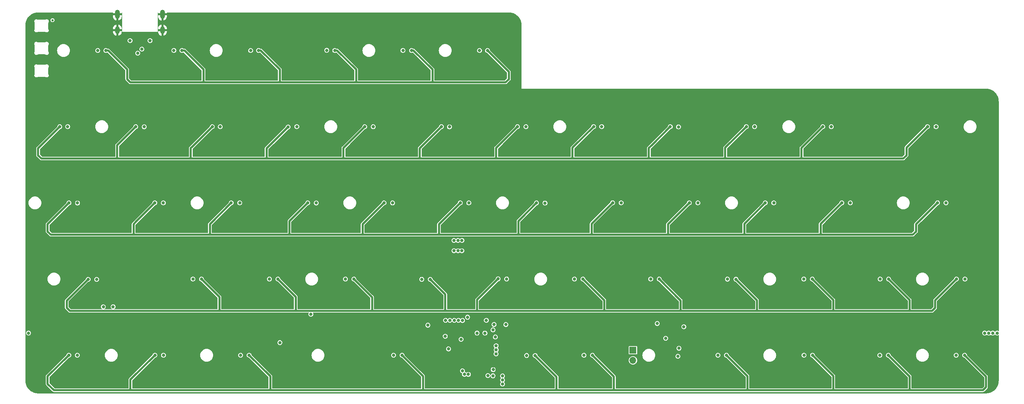
<source format=gbr>
%TF.GenerationSoftware,KiCad,Pcbnew,(7.0.0)*%
%TF.CreationDate,2023-09-28T15:11:26+02:00*%
%TF.ProjectId,the-nicholas-van,7468652d-6e69-4636-986f-6c61732d7661,rev?*%
%TF.SameCoordinates,Original*%
%TF.FileFunction,Copper,L2,Inr*%
%TF.FilePolarity,Positive*%
%FSLAX46Y46*%
G04 Gerber Fmt 4.6, Leading zero omitted, Abs format (unit mm)*
G04 Created by KiCad (PCBNEW (7.0.0)) date 2023-09-28 15:11:26*
%MOMM*%
%LPD*%
G01*
G04 APERTURE LIST*
%TA.AperFunction,ComponentPad*%
%ADD10R,1.700000X1.700000*%
%TD*%
%TA.AperFunction,ComponentPad*%
%ADD11O,1.700000X1.700000*%
%TD*%
%TA.AperFunction,ComponentPad*%
%ADD12O,1.200000X2.250000*%
%TD*%
%TA.AperFunction,ComponentPad*%
%ADD13O,1.200000X1.850000*%
%TD*%
%TA.AperFunction,ViaPad*%
%ADD14C,0.800000*%
%TD*%
%TA.AperFunction,ViaPad*%
%ADD15C,0.620000*%
%TD*%
%TA.AperFunction,ViaPad*%
%ADD16C,0.600000*%
%TD*%
%TA.AperFunction,Conductor*%
%ADD17C,0.500000*%
%TD*%
G04 APERTURE END LIST*
D10*
%TO.N,VBAT*%
%TO.C,SW1*%
X180181249Y-133662499D03*
D11*
%TO.N,BOOT0*%
X180181249Y-136202499D03*
%TD*%
D12*
%TO.N,GND*%
%TO.C,J3*%
X51529999Y-49649999D03*
D13*
X51529999Y-53649999D03*
D12*
X62769999Y-49649999D03*
D13*
X62769999Y-53649999D03*
%TD*%
D14*
%TO.N,*%
X50475344Y-122786056D03*
X48023634Y-122797251D03*
%TO.N,GND*%
X214312500Y-130968750D03*
X219075000Y-81756250D03*
X73025000Y-90297000D03*
X181768750Y-124742241D03*
X130692326Y-128558402D03*
X137572029Y-142288666D03*
X142494000Y-86868000D03*
X132444299Y-124730700D03*
X187325000Y-128587500D03*
X84455000Y-106045000D03*
X130683000Y-134493000D03*
X199644000Y-84074000D03*
X104775000Y-73818750D03*
X130556000Y-90170000D03*
X129016957Y-139313985D03*
X200027079Y-122750277D03*
X130556000Y-103378000D03*
X123317000Y-103505000D03*
X65405000Y-106045000D03*
X129033002Y-141191231D03*
X266700000Y-96837500D03*
X119062500Y-124742241D03*
X211931250Y-124742241D03*
X55117760Y-124719505D03*
X149247390Y-124738163D03*
X75819000Y-90297000D03*
X40781680Y-126989901D03*
X104655601Y-83944962D03*
X106045000Y-103505000D03*
X142875000Y-77787500D03*
X101219000Y-65278000D03*
X130556000Y-97028000D03*
X125857000Y-106045000D03*
X43815000Y-84455000D03*
X128587500Y-124742241D03*
X130713297Y-131550693D03*
X40640000Y-69342000D03*
X119380000Y-65278000D03*
X37084000Y-69342000D03*
X196852079Y-122750277D03*
X106045000Y-106045000D03*
X126206250Y-124742241D03*
X52387500Y-134937500D03*
X126619000Y-97155000D03*
X238935428Y-122908104D03*
X196850000Y-127254000D03*
X140843000Y-112014000D03*
X92202000Y-90170000D03*
X68707000Y-82042000D03*
X124524826Y-86976027D03*
X214312500Y-119856250D03*
X71437500Y-100806250D03*
X40765366Y-124732142D03*
X216154000Y-86614000D03*
X221488000Y-127127000D03*
X64645571Y-126994056D03*
X101600000Y-130968750D03*
X76200000Y-62706250D03*
X247650000Y-92868750D03*
X71437500Y-92868750D03*
X126238000Y-142621000D03*
X93024459Y-129662503D03*
X50006250Y-130968750D03*
X216154000Y-84074000D03*
X204787500Y-92868750D03*
X184943750Y-124742241D03*
X30956250Y-134937500D03*
X147637500Y-103187500D03*
X214312500Y-138906250D03*
X153998695Y-124719850D03*
X220218000Y-105918000D03*
X230996686Y-124742241D03*
X142767073Y-139807927D03*
X104775000Y-124742241D03*
X217487500Y-124742241D03*
X61912500Y-115887500D03*
X147637500Y-92868750D03*
X47625000Y-81756250D03*
X123825000Y-77787500D03*
X116840000Y-65278000D03*
X43146616Y-124732142D03*
X111918750Y-124742241D03*
X178943000Y-84201000D03*
X71128172Y-128570780D03*
X35179000Y-66421000D03*
X235760428Y-122908104D03*
X217678000Y-103378000D03*
X157162500Y-119856250D03*
X228615436Y-124742241D03*
X161925000Y-73818750D03*
X68707000Y-84582000D03*
X98425000Y-87122000D03*
X134424722Y-124710503D03*
X82042000Y-67818000D03*
X95250000Y-87122000D03*
X35052000Y-70231000D03*
X107156250Y-124742241D03*
X160274000Y-127254000D03*
X256381250Y-128587500D03*
X134503087Y-122818544D03*
X181779945Y-122773764D03*
X104775000Y-81756250D03*
X211963000Y-127381000D03*
X140843000Y-109728000D03*
X79502000Y-65278000D03*
X135255000Y-67818000D03*
X123825000Y-124742241D03*
X241300000Y-127254000D03*
X242887500Y-96837500D03*
X150368000Y-103251000D03*
X192087500Y-124742241D03*
X185737500Y-96837500D03*
X171450000Y-124742241D03*
X141287500Y-134937500D03*
X237617000Y-105918000D03*
X65405000Y-82042000D03*
X67159530Y-127037220D03*
X108077000Y-87122000D03*
X137795000Y-67818000D03*
X68707000Y-69469000D03*
X46355000Y-84455000D03*
X49530000Y-103378000D03*
X235966000Y-86614000D03*
X238506000Y-86614000D03*
X52387500Y-96837500D03*
X156379945Y-124719850D03*
X135255000Y-65278000D03*
X226234186Y-124742241D03*
X132449128Y-122829739D03*
X57150000Y-103378000D03*
X60960000Y-65278000D03*
X126619000Y-92456000D03*
X159385000Y-142113000D03*
X124524826Y-83801027D03*
X197104000Y-86614000D03*
X200025000Y-124742241D03*
X121443750Y-124742241D03*
X101600000Y-138906250D03*
X163957000Y-105918000D03*
X140843000Y-119761000D03*
X163957000Y-103378000D03*
X119055920Y-122724483D03*
X62246074Y-126977264D03*
X146843750Y-124742241D03*
X142081250Y-124742241D03*
X176212500Y-124742241D03*
X238887000Y-127254000D03*
X166687500Y-96837500D03*
X184150000Y-138906250D03*
X64601415Y-122748835D03*
X43434000Y-66548000D03*
X226187000Y-127127000D03*
X60977995Y-69177863D03*
X200025000Y-127254000D03*
X180975000Y-77787500D03*
X46355000Y-86995000D03*
X252412500Y-138906250D03*
X90487500Y-124742241D03*
X93677936Y-124742241D03*
X219075000Y-73818750D03*
X83080417Y-84114370D03*
X81788000Y-127254000D03*
X247650000Y-100806250D03*
X241315436Y-124742241D03*
D15*
X37100000Y-51152500D03*
D14*
X126746000Y-108077000D03*
X80935151Y-122670815D03*
X89027000Y-87122000D03*
X30956250Y-92868750D03*
X70485000Y-86995000D03*
X164256199Y-122934226D03*
X126619000Y-94615000D03*
X115062000Y-127381000D03*
X50006250Y-138906250D03*
X101480601Y-83944962D03*
D15*
X29875000Y-51152500D03*
D14*
X130556000Y-101600000D03*
X32893000Y-142748000D03*
X174117000Y-142081250D03*
X123317000Y-106045000D03*
X161417000Y-84328000D03*
X49530000Y-105918000D03*
X49532813Y-128598196D03*
X183007000Y-103378000D03*
X231013000Y-127254000D03*
X151606250Y-58737500D03*
X73025000Y-86995000D03*
X78994000Y-86995000D03*
X35718750Y-119856250D03*
X68707000Y-77216000D03*
X240157000Y-105918000D03*
X196850000Y-124742241D03*
X98551876Y-124738163D03*
X63119000Y-69215000D03*
D15*
X37100000Y-62417500D03*
D14*
X85725000Y-77787500D03*
X238506000Y-84074000D03*
X150368000Y-106426000D03*
X59880260Y-124719505D03*
X148463000Y-128524000D03*
X119062500Y-115887500D03*
X173831250Y-124742241D03*
D15*
X29875000Y-56785000D03*
D14*
X62865000Y-87122000D03*
X195262500Y-115887500D03*
X43434000Y-69342000D03*
X55134074Y-126977264D03*
X252412500Y-111918750D03*
X245999000Y-127254000D03*
X52451000Y-65278000D03*
X134143750Y-130968750D03*
X53975000Y-103378000D03*
X88106250Y-124742241D03*
X111918750Y-134937500D03*
X199517000Y-105918000D03*
X95250000Y-58737500D03*
X161417000Y-105918000D03*
X189323743Y-127000487D03*
X100874516Y-122839837D03*
X199517000Y-103378000D03*
X176212500Y-115887500D03*
X142494000Y-84328000D03*
X117856000Y-87122000D03*
X76759751Y-127079461D03*
X77575445Y-128598196D03*
X264318750Y-73818750D03*
X197104000Y-84074000D03*
X87757000Y-142748000D03*
X45527866Y-124732142D03*
X125857000Y-103505000D03*
X183007000Y-105918000D03*
X152033854Y-124715004D03*
X62865000Y-84582000D03*
X65405000Y-84582000D03*
X67159530Y-124742240D03*
X236243016Y-127624810D03*
X169068750Y-124742241D03*
X181483000Y-86741000D03*
X114300000Y-124742241D03*
X147637500Y-106362500D03*
X264318750Y-81756250D03*
X76267170Y-124738163D03*
X68707000Y-79502000D03*
X104648000Y-90170000D03*
X111918750Y-128587500D03*
X90487500Y-96837500D03*
X43194680Y-126989901D03*
X50006250Y-96837500D03*
X180467000Y-105918000D03*
X217527664Y-122796154D03*
D15*
X37100000Y-62417500D03*
X29875000Y-51152500D03*
D14*
X55653979Y-59080896D03*
X220662500Y-124742241D03*
X47625000Y-73818750D03*
X35718750Y-111918750D03*
X133223000Y-103505000D03*
X116258032Y-122719982D03*
X209550000Y-124742241D03*
X52736510Y-124719505D03*
X47909116Y-124732142D03*
X114427000Y-87122000D03*
X248539000Y-127254000D03*
X59055000Y-59088750D03*
X119888000Y-127381000D03*
X235759186Y-124742241D03*
X238934186Y-124742241D03*
X130556000Y-92456000D03*
X59833074Y-126977264D03*
X98679000Y-67818000D03*
X86995000Y-103505000D03*
X109537500Y-92868750D03*
X144462500Y-124742241D03*
X79502000Y-67818000D03*
X67056000Y-89408000D03*
X132588000Y-108839000D03*
X89154000Y-90170000D03*
X127000000Y-127254000D03*
X76200000Y-54768750D03*
X86995000Y-106045000D03*
X74346751Y-127079461D03*
X36703000Y-142748000D03*
X161142445Y-124719850D03*
X119380000Y-67818000D03*
X161417000Y-86868000D03*
X73818750Y-130968750D03*
X100821686Y-124742241D03*
X85725000Y-124742241D03*
X142875000Y-122428000D03*
X59687000Y-61118750D03*
X252412500Y-119856250D03*
X133350000Y-138049000D03*
X178943000Y-86741000D03*
X84215865Y-127190315D03*
X67131688Y-122754778D03*
X162941000Y-142113000D03*
X200025000Y-77787500D03*
X86255417Y-86995000D03*
X138938000Y-106172000D03*
D15*
X29875000Y-62417500D03*
D14*
X161417000Y-103378000D03*
X92202000Y-87122000D03*
X166687500Y-124742241D03*
X147656277Y-131481250D03*
X220702664Y-122796154D03*
X65405000Y-87122000D03*
X121349826Y-83801027D03*
X103505000Y-106045000D03*
X126619000Y-67818000D03*
X90932000Y-126492000D03*
X211931250Y-134937500D03*
X62992000Y-65278000D03*
X57547074Y-126977264D03*
X47893680Y-126989901D03*
X126619000Y-101600000D03*
X214312500Y-111918750D03*
X108077000Y-90170000D03*
X57499010Y-124719505D03*
X30956250Y-100806250D03*
X164306250Y-124742241D03*
X75819000Y-86995000D03*
X157988000Y-127254000D03*
X46990000Y-103378000D03*
X130556000Y-94615000D03*
X180467000Y-103378000D03*
X116255839Y-124741895D03*
X130556000Y-99314000D03*
X114300000Y-54768750D03*
X109537500Y-100806250D03*
X209679976Y-127243260D03*
X68707000Y-67564000D03*
X114300000Y-90170000D03*
X128651000Y-86995000D03*
X202057000Y-105918000D03*
X177038000Y-142081250D03*
X187325000Y-124742241D03*
X80962500Y-115887500D03*
X202438000Y-127254000D03*
X237617000Y-103378000D03*
X266700000Y-88106250D03*
X98679000Y-65278000D03*
X228600000Y-127127000D03*
X78311211Y-124741143D03*
X204787500Y-124742241D03*
X146833514Y-129397867D03*
X65405000Y-103505000D03*
X50465245Y-126955219D03*
X32543750Y-71437500D03*
X71437500Y-134937500D03*
X111379000Y-87122000D03*
X57531000Y-65659000D03*
X223837500Y-96837500D03*
X86255417Y-84114370D03*
X161925000Y-81756250D03*
X248459186Y-124742241D03*
X139954000Y-86868000D03*
X126619000Y-99314000D03*
X207168750Y-124742241D03*
X103505000Y-103505000D03*
X67945000Y-103505000D03*
X252412500Y-130968750D03*
X72263000Y-127127000D03*
X101219000Y-67818000D03*
X218694000Y-84074000D03*
X95250000Y-90170000D03*
X217551000Y-127254000D03*
X114300000Y-62706250D03*
X218694000Y-86614000D03*
X69123420Y-124738163D03*
D15*
X29875000Y-56785000D03*
D14*
X78338052Y-122687609D03*
X54768750Y-115887500D03*
X246077936Y-124742241D03*
X134239000Y-110109000D03*
X128397000Y-83820000D03*
X218225500Y-128587500D03*
X83080417Y-86995000D03*
X129286000Y-142621000D03*
X250825000Y-127254000D03*
X37101630Y-54199602D03*
X202057000Y-103378000D03*
X124587000Y-90170000D03*
X214312500Y-124742241D03*
X161153640Y-122867056D03*
X133350000Y-62706250D03*
X101480601Y-87119962D03*
X243696686Y-124742241D03*
X73885920Y-124738163D03*
X50456685Y-124730700D03*
X80962500Y-124742241D03*
X124641410Y-127264270D03*
X96059186Y-124742241D03*
X157162500Y-111918750D03*
X223665842Y-124738163D03*
X181483000Y-84201000D03*
X158761195Y-124719850D03*
X194468750Y-124742241D03*
X199644000Y-86614000D03*
X152908000Y-103378000D03*
X70231000Y-90297000D03*
X56642000Y-142748000D03*
X59182000Y-69159697D03*
X133350000Y-54768750D03*
X130937000Y-86995000D03*
X158877000Y-86868000D03*
X233362500Y-134937500D03*
X139954000Y-84328000D03*
X86487000Y-127254000D03*
X240157000Y-103378000D03*
X92680732Y-124674500D03*
X217678000Y-105918000D03*
X98545951Y-122839837D03*
X43815000Y-86995000D03*
X83343750Y-124742241D03*
X159543750Y-128587500D03*
X95123000Y-136779000D03*
X116840000Y-67818000D03*
D15*
X29875000Y-62417500D03*
D14*
X189706250Y-124742241D03*
X253221686Y-124742241D03*
X137795000Y-65278000D03*
X207264000Y-127254000D03*
X84455000Y-103505000D03*
X121349826Y-86976027D03*
X109537500Y-124742241D03*
X78408823Y-127100755D03*
X130968750Y-124742241D03*
X100012500Y-111918750D03*
X73818750Y-138906250D03*
X52721074Y-126977264D03*
X86233000Y-90170000D03*
X60996161Y-71157940D03*
X235966000Y-84074000D03*
X46990000Y-105918000D03*
X204787500Y-100806250D03*
X220218000Y-103378000D03*
X82042000Y-65278000D03*
X71504670Y-124738163D03*
X65405000Y-79502000D03*
X202406250Y-124742241D03*
X52324000Y-71120000D03*
X40640000Y-66548000D03*
X233362500Y-115887500D03*
X68722701Y-71437500D03*
X233377936Y-124742241D03*
X238125000Y-77787500D03*
X124333000Y-67818000D03*
X67945000Y-106045000D03*
X140462000Y-107188000D03*
X64629257Y-124736297D03*
X52959000Y-142748000D03*
X111379000Y-90170000D03*
X204851000Y-127254000D03*
X178593750Y-124742241D03*
X45480680Y-126989901D03*
X152030564Y-122896909D03*
D15*
X37100000Y-51152500D03*
D14*
X62261510Y-124719505D03*
X104655601Y-87119962D03*
X250840436Y-124742241D03*
%TO.N,ROW0*%
X67648225Y-58737500D03*
X134493000Y-126191741D03*
X143874401Y-58747746D03*
X86757503Y-58724331D03*
X135514854Y-106200500D03*
X48649298Y-58737499D03*
X124929108Y-58720208D03*
X105777884Y-58720208D03*
X135509000Y-108799500D03*
%TO.N,COL0*%
X41582957Y-96860554D03*
X39127580Y-77772690D03*
X46635844Y-58737499D03*
X41532725Y-134918567D03*
X46355303Y-115955023D03*
%TO.N,COL1*%
X58217004Y-77813436D03*
X65630929Y-58749027D03*
X63022853Y-134927213D03*
X63005962Y-96849027D03*
X70379459Y-115871849D03*
%TO.N,COL2*%
X89465682Y-115870208D03*
X82288991Y-134902917D03*
X84774789Y-58735859D03*
X82061445Y-96837500D03*
X77202641Y-77787499D03*
%TO.N,COL3*%
X96292024Y-77761563D03*
X101142185Y-96860554D03*
X103754824Y-58685626D03*
X99824482Y-124674500D03*
X108437432Y-115880495D03*
%TO.N,COL4*%
X120439224Y-134901276D03*
X127474942Y-115932368D03*
X115362962Y-77803150D03*
X122785011Y-58720208D03*
X120176975Y-96853149D03*
%TO.N,COL5*%
X134391067Y-77813436D03*
X153661931Y-134977445D03*
X139219130Y-96837499D03*
X141907058Y-58737499D03*
X148665196Y-115845913D03*
%TO.N,ROW1*%
X132393944Y-77761563D03*
X113236156Y-77785859D03*
X136508503Y-108799500D03*
X136514357Y-106200500D03*
X94139281Y-77839373D03*
X189495115Y-77797786D03*
X135584302Y-126191741D03*
X227532152Y-77787499D03*
X75205518Y-77787499D03*
X37144866Y-77807272D03*
X170365218Y-77787500D03*
X151353644Y-77787499D03*
X208467224Y-77789140D03*
X253679673Y-77754558D03*
X56116134Y-77787499D03*
%TO.N,COL6*%
X165599800Y-115871849D03*
X158249439Y-96870441D03*
X153480451Y-77787499D03*
X167960477Y-134920209D03*
%TO.N,COL7*%
X184596286Y-115870208D03*
X177233637Y-96814445D03*
X172388278Y-77761563D03*
X186245500Y-127000000D03*
%TO.N,COL8*%
X201384873Y-134904558D03*
X191544111Y-77823723D03*
X196369130Y-96837500D03*
X203751673Y-115904791D03*
%TO.N,COL9*%
X222862633Y-134914845D03*
X222817323Y-115870209D03*
X210542157Y-77754558D03*
X215326911Y-96849027D03*
%TO.N,COL10*%
X229671927Y-77787499D03*
X241848270Y-115870209D03*
X241798159Y-134920208D03*
X234423021Y-96837500D03*
%TO.N,COL11*%
X263025479Y-115879815D03*
X191393857Y-135185820D03*
X260837192Y-134912524D03*
X255806480Y-77771849D03*
X191674500Y-133188114D03*
X258312931Y-96816086D03*
%TO.N,ROW2*%
X194242323Y-96820209D03*
X137508006Y-108799500D03*
X156122632Y-96853150D03*
X175106830Y-96797154D03*
X118050168Y-96835858D03*
X213200104Y-96831736D03*
X79934638Y-96820209D03*
X137092323Y-96820208D03*
X232296214Y-96820209D03*
X256186124Y-96798795D03*
X136652000Y-126191741D03*
X99015378Y-96843263D03*
X39456150Y-96843263D03*
X60879155Y-96831736D03*
X137513860Y-106200500D03*
%TO.N,ROW3*%
X91592489Y-115887499D03*
X224944130Y-115887500D03*
X167726607Y-115889140D03*
X129601749Y-115949659D03*
X186723093Y-115887499D03*
X146538389Y-115828622D03*
X205878480Y-115922082D03*
X72506266Y-115889140D03*
X260898672Y-115862524D03*
X243975077Y-115887500D03*
X133425211Y-126191741D03*
X110564239Y-115897786D03*
X44228496Y-115937732D03*
%TO.N,ROW4*%
X243924966Y-134937499D03*
X262963999Y-134929815D03*
X145542000Y-127254000D03*
X148463000Y-127254000D03*
X137668000Y-126238000D03*
X143599355Y-126191741D03*
X39405918Y-134901276D03*
X122566031Y-134918567D03*
X84415798Y-134920208D03*
X155788738Y-134994736D03*
X60896046Y-134909922D03*
X203511680Y-134921849D03*
X170087284Y-134937500D03*
X224989440Y-134932136D03*
%TO.N,VBAT*%
X137628225Y-138797732D03*
X143262000Y-129381250D03*
X145840027Y-130370204D03*
X138906250Y-125412500D03*
X188341000Y-130683000D03*
X92075000Y-131762500D03*
X141287500Y-129381250D03*
X145304807Y-138521768D03*
X137287000Y-130937000D03*
%TO.N,APLEX_OUT_PIN_0*%
X129007714Y-127420214D03*
X192881250Y-127793750D03*
%TO.N,VCC*%
X59690000Y-56261000D03*
X54700000Y-56261000D03*
%TO.N,APLEX_EN_PIN_1*%
X145256250Y-128587500D03*
X133350000Y-130175000D03*
%TO.N,D-*%
X57646247Y-58398253D03*
X56600574Y-59401776D03*
%TO.N,AMUX_SEL_2*%
X146050000Y-132556250D03*
X147637500Y-140104346D03*
%TO.N,AMUX_SEL_1*%
X147637500Y-141128944D03*
X146062548Y-133568301D03*
%TO.N,AMUX_SEL_0*%
X146040758Y-134567566D03*
X147637500Y-142128447D03*
%TO.N,ARGB_3V3*%
X29368750Y-129381250D03*
X134143750Y-133350000D03*
D16*
%TO.N,unconnected-(LED3-DOUT-Pad2)*%
X35325000Y-51152500D03*
X35325000Y-51152500D03*
D14*
%TO.N,ENC1*%
X268969747Y-129381250D03*
X143983244Y-139999500D03*
%TO.N,ENC2*%
X139119948Y-139705878D03*
X269969250Y-129381250D03*
%TO.N,SW1*%
X145256250Y-140056086D03*
X267970244Y-129381250D03*
%TO.N,SW2*%
X271062500Y-129381250D03*
X138112500Y-139700000D03*
%TD*%
D17*
%TO.N,ROW0*%
X148431250Y-66675000D02*
X130175000Y-66675000D01*
X149225000Y-64098346D02*
X149225000Y-65881250D01*
X130175000Y-63500000D02*
X130175000Y-66675000D01*
X86757503Y-58724331D02*
X87299331Y-58724331D01*
X68262500Y-58737500D02*
X73025000Y-63500000D01*
X124929108Y-58720208D02*
X125395208Y-58720208D01*
X92075000Y-63500000D02*
X92075000Y-66675000D01*
X77787500Y-66675000D02*
X92075000Y-66675000D01*
X105777884Y-58720208D02*
X106345208Y-58720208D01*
X125395208Y-58720208D02*
X130175000Y-63500000D01*
X73818750Y-66675000D02*
X77787500Y-66675000D01*
X95250000Y-66675000D02*
X111125000Y-66675000D01*
X53975000Y-63500000D02*
X53975000Y-65881250D01*
X48649298Y-58737499D02*
X49212499Y-58737499D01*
X106345208Y-58720208D02*
X111125000Y-63500000D01*
X54768750Y-66675000D02*
X53975000Y-65881250D01*
X114300000Y-66675000D02*
X130175000Y-66675000D01*
X67648225Y-58737500D02*
X68262500Y-58737500D01*
X73025000Y-63500000D02*
X73025000Y-66675000D01*
X73025000Y-66675000D02*
X73818750Y-66675000D01*
X73818750Y-66675000D02*
X54768750Y-66675000D01*
X143874401Y-58747746D02*
X149225000Y-64098346D01*
X148431250Y-66675000D02*
X149225000Y-65881250D01*
X111125000Y-66675000D02*
X114300000Y-66675000D01*
X87299331Y-58724331D02*
X92075000Y-63500000D01*
X92075000Y-66675000D02*
X95250000Y-66675000D01*
X111125000Y-63500000D02*
X111125000Y-66675000D01*
X49212499Y-58737499D02*
X53975000Y-63500000D01*
%TO.N,COL2*%
X82254408Y-134937500D02*
X82288991Y-134902917D01*
%TO.N,ROW1*%
X219075000Y-85725000D02*
X222250000Y-85725000D01*
X165100000Y-83052718D02*
X165351359Y-82801359D01*
X248443750Y-84931250D02*
X248443750Y-82990480D01*
X51593750Y-85725000D02*
X52387500Y-85725000D01*
X184150000Y-83142900D02*
X184843325Y-82449575D01*
X142875000Y-85725000D02*
X146050000Y-85725000D01*
X127793750Y-85725000D02*
X142875000Y-85725000D01*
X219594651Y-85725000D02*
X219075000Y-85725000D01*
X222250000Y-85725000D02*
X222250000Y-83069650D01*
X248443750Y-82990480D02*
X253679673Y-77754558D01*
X200531364Y-85725000D02*
X200025000Y-85725000D01*
X88767452Y-83211202D02*
X88767452Y-85592452D01*
X75205518Y-77787499D02*
X70146509Y-82846509D01*
X65793861Y-85725000D02*
X65794250Y-85724611D01*
X170365218Y-77787500D02*
X165351359Y-82801359D01*
X86518750Y-85725000D02*
X88900000Y-85725000D01*
X181567901Y-85725000D02*
X180975000Y-85725000D01*
X127000000Y-85725000D02*
X127000000Y-83155506D01*
X65794639Y-85725000D02*
X69850000Y-85725000D01*
X189495115Y-77797786D02*
X184843325Y-82449575D01*
X56116134Y-77787499D02*
X51473691Y-82429941D01*
X51473691Y-82429941D02*
X51473691Y-85604941D01*
X69850000Y-83143018D02*
X69850000Y-85725000D01*
X146050000Y-85725000D02*
X161925000Y-85725000D01*
X203200000Y-85725000D02*
X219075000Y-85725000D01*
X203200000Y-83056364D02*
X208467224Y-77789140D01*
X162427718Y-85725000D02*
X161925000Y-85725000D01*
X51473691Y-85604941D02*
X51593750Y-85725000D01*
X222250000Y-85725000D02*
X247650000Y-85725000D01*
X146050000Y-85725000D02*
X146050000Y-83091142D01*
X31750000Y-84931250D02*
X31750000Y-83202138D01*
X200025000Y-85725000D02*
X203200000Y-85725000D01*
X203200000Y-85725000D02*
X203200000Y-83056364D01*
X165100000Y-83343750D02*
X165100000Y-84137500D01*
X247650000Y-85725000D02*
X248443750Y-84931250D01*
X65794250Y-85724611D02*
X65794639Y-85725000D01*
X88767452Y-85592452D02*
X88900000Y-85725000D01*
X31750000Y-84931250D02*
X32543750Y-85725000D01*
X94139281Y-77839373D02*
X88767452Y-83211202D01*
X165100000Y-84137500D02*
X165100000Y-83052718D01*
X70146509Y-82846509D02*
X69850000Y-83143018D01*
X32543750Y-85725000D02*
X52387500Y-85725000D01*
X107156250Y-85725000D02*
X127793750Y-85725000D01*
X184150000Y-85725000D02*
X200025000Y-85725000D01*
X107156250Y-85725000D02*
X107950000Y-85725000D01*
X69850000Y-85725000D02*
X86518750Y-85725000D01*
X143416143Y-85725000D02*
X142875000Y-85725000D01*
X180975000Y-85725000D02*
X184150000Y-85725000D01*
X88900000Y-85725000D02*
X107156250Y-85725000D01*
X107950000Y-85725000D02*
X107950000Y-83072014D01*
X146050000Y-83091142D02*
X151353644Y-77787499D01*
X127000000Y-83155506D02*
X132393944Y-77761563D01*
X127000000Y-85725000D02*
X127793750Y-85725000D01*
X31750000Y-83202138D02*
X37144866Y-77807272D01*
X165100000Y-85725000D02*
X180975000Y-85725000D01*
X52387500Y-85725000D02*
X65793861Y-85725000D01*
X161925000Y-85725000D02*
X165100000Y-85725000D01*
X107950000Y-83072014D02*
X113236156Y-77785859D01*
X184150000Y-85725000D02*
X184150000Y-83142900D01*
X222250000Y-83069650D02*
X227532152Y-77787499D01*
X165100000Y-84137500D02*
X165100000Y-85725000D01*
%TO.N,ROW2*%
X194242323Y-96820209D02*
X188912500Y-102150032D01*
X55562500Y-103187500D02*
X55562500Y-102148390D01*
X94456250Y-104775000D02*
X111918750Y-104775000D01*
X34925000Y-104775000D02*
X34131250Y-103981250D01*
X51593750Y-104775000D02*
X34925000Y-104775000D01*
X169862500Y-102041484D02*
X169862500Y-104775000D01*
X74612500Y-104775000D02*
X74612500Y-102142346D01*
X250031250Y-104775000D02*
X250825000Y-103981250D01*
X34131250Y-103981250D02*
X34131250Y-102168162D01*
X55562500Y-104775000D02*
X71437500Y-104775000D01*
X227012500Y-102103923D02*
X227012500Y-104775000D01*
X112712500Y-102173526D02*
X112712500Y-104775000D01*
X131762500Y-104775000D02*
X150812500Y-104775000D01*
X34131250Y-102168162D02*
X39456150Y-96843263D01*
X71979847Y-104775000D02*
X71437500Y-104775000D01*
X71437500Y-104775000D02*
X74612500Y-104775000D01*
X175106830Y-96797154D02*
X169862500Y-102041484D01*
X188912500Y-104775000D02*
X207962500Y-104775000D01*
X250825000Y-102159919D02*
X250825000Y-103981250D01*
X60879155Y-96831736D02*
X56233570Y-101477320D01*
X151606250Y-104775000D02*
X169862500Y-104775000D01*
X156122632Y-96853150D02*
X152284766Y-100691016D01*
X207962500Y-104775000D02*
X227012500Y-104775000D01*
X207962500Y-102069340D02*
X207962500Y-104775000D01*
X52935891Y-104775000D02*
X51593750Y-104775000D01*
X94456250Y-101402391D02*
X94456250Y-104775000D01*
X188912500Y-102150032D02*
X188912500Y-104775000D01*
X55562500Y-103187500D02*
X55562500Y-104775000D01*
X151606250Y-101369532D02*
X152284766Y-100691016D01*
X74612500Y-102142346D02*
X79934638Y-96820209D01*
X99015378Y-96843263D02*
X94456250Y-101402391D01*
X74612500Y-104775000D02*
X94456250Y-104775000D01*
X169862500Y-104775000D02*
X188912500Y-104775000D01*
X51593750Y-104775000D02*
X55562500Y-104775000D01*
X151606250Y-104775000D02*
X151606250Y-101369532D01*
X213200104Y-96831736D02*
X207962500Y-102069340D01*
X227012500Y-104775000D02*
X250031250Y-104775000D01*
X232296214Y-96820209D02*
X227012500Y-102103923D01*
X118050168Y-96835858D02*
X112712500Y-102173526D01*
X256186124Y-96798795D02*
X250825000Y-102159919D01*
X131762500Y-102150031D02*
X131762500Y-104775000D01*
X55562500Y-102148390D02*
X56233570Y-101477320D01*
X55562500Y-102393750D02*
X55562500Y-103187500D01*
X112712500Y-104775000D02*
X111918750Y-104775000D01*
X112712500Y-104775000D02*
X131762500Y-104775000D01*
X137092323Y-96820208D02*
X131762500Y-102150031D01*
X150812500Y-104775000D02*
X151606250Y-104775000D01*
%TO.N,ROW3*%
X186723093Y-115887499D02*
X192087500Y-121251906D01*
X249237500Y-121149923D02*
X249237500Y-123825000D01*
X38893750Y-121272478D02*
X38893750Y-123031250D01*
X205878480Y-115922082D02*
X211137500Y-121181102D01*
X243975077Y-115887500D02*
X249237500Y-121149923D01*
X211137500Y-121181102D02*
X211137500Y-123825000D01*
X254793750Y-123825000D02*
X255587500Y-123031250D01*
X72506266Y-115889140D02*
X76993750Y-120376624D01*
X110564239Y-115897786D02*
X114411352Y-119744898D01*
X114411352Y-119744898D02*
X115093750Y-120427296D01*
X173037500Y-123825000D02*
X192087500Y-123825000D01*
X96043750Y-123825000D02*
X115093750Y-123825000D01*
X230187500Y-121130870D02*
X230187500Y-123825000D01*
X255587500Y-121173696D02*
X255587500Y-123031250D01*
X134937500Y-123825000D02*
X141287500Y-123825000D01*
X249237500Y-123825000D02*
X254793750Y-123825000D01*
X173037500Y-121200033D02*
X173037500Y-123825000D01*
X224944130Y-115887500D02*
X230187500Y-121130870D01*
X96043750Y-120338760D02*
X96043750Y-123825000D01*
X114411352Y-119744898D02*
X115093750Y-120427297D01*
X133350000Y-119697910D02*
X133350000Y-123825000D01*
X38893750Y-123031250D02*
X39687500Y-123825000D01*
X91592489Y-115887499D02*
X96043750Y-120338760D01*
X115093750Y-120427296D02*
X115093750Y-123825000D01*
X230187500Y-123825000D02*
X249237500Y-123825000D01*
X146538389Y-115828622D02*
X141287500Y-121079511D01*
X211137500Y-123825000D02*
X230187500Y-123825000D01*
X76993750Y-123825000D02*
X96043750Y-123825000D01*
X115887500Y-123825000D02*
X133350000Y-123825000D01*
X153987500Y-123825000D02*
X173037500Y-123825000D01*
X133350000Y-123825000D02*
X134937500Y-123825000D01*
X129601749Y-115949659D02*
X133350000Y-119697910D01*
X115093750Y-123825000D02*
X115887500Y-123825000D01*
X192087500Y-123825000D02*
X211137500Y-123825000D01*
X44228496Y-115937732D02*
X38893750Y-121272478D01*
X141287500Y-121079511D02*
X141287500Y-123825000D01*
X141287500Y-123825000D02*
X153987500Y-123825000D01*
X167726607Y-115889140D02*
X173037500Y-121200033D01*
X260898672Y-115862524D02*
X255587500Y-121173696D01*
X76993750Y-120376624D02*
X76993750Y-123825000D01*
X39687500Y-123825000D02*
X76993750Y-123825000D01*
X192087500Y-121251906D02*
X192087500Y-123825000D01*
%TO.N,ROW4*%
X243924966Y-134937499D02*
X249237500Y-140250033D01*
X208756250Y-143668750D02*
X230187500Y-143668750D01*
X127793750Y-140146286D02*
X127793750Y-143668750D01*
X224989440Y-134932136D02*
X230187500Y-140130196D01*
X203511680Y-134921849D02*
X208756250Y-140166419D01*
X34131250Y-140175944D02*
X34131250Y-142081250D01*
X89693750Y-140198160D02*
X89693750Y-143668750D01*
X39405918Y-134901276D02*
X34131250Y-140175944D01*
X60896046Y-134909922D02*
X54768750Y-141037218D01*
X127793750Y-143668750D02*
X161131250Y-143668750D01*
X161131250Y-143668750D02*
X175418750Y-143668750D01*
X262963999Y-134929815D02*
X268287500Y-140253316D01*
X161131250Y-140337248D02*
X161131250Y-143668750D01*
X175418750Y-143668750D02*
X208756250Y-143668750D01*
X230187500Y-140130196D02*
X230187500Y-143668750D01*
X175418750Y-140268966D02*
X175418750Y-143668750D01*
X267493750Y-143668750D02*
X254000000Y-143668750D01*
X35718750Y-143668750D02*
X54768750Y-143668750D01*
X249237500Y-140250033D02*
X249237500Y-143668750D01*
X170087284Y-134937500D02*
X175418750Y-140268966D01*
X254000000Y-143668750D02*
X254793750Y-143668750D01*
X230187500Y-143668750D02*
X250031250Y-143668750D01*
X122566031Y-134918567D02*
X127793750Y-140146286D01*
X34131250Y-142081250D02*
X35718750Y-143668750D01*
X268287500Y-140253316D02*
X268287500Y-142875000D01*
X54768750Y-143668750D02*
X89693750Y-143668750D01*
X54768750Y-141037218D02*
X54768750Y-143668750D01*
X250031250Y-143668750D02*
X254000000Y-143668750D01*
X89693750Y-143668750D02*
X127793750Y-143668750D01*
X84415798Y-134920208D02*
X89693750Y-140198160D01*
X155788738Y-134994736D02*
X161131250Y-140337248D01*
X268287500Y-142875000D02*
X267493750Y-143668750D01*
X208756250Y-140166419D02*
X208756250Y-143668750D01*
%TD*%
%TA.AperFunction,Conductor*%
%TO.N,GND*%
G36*
X50426632Y-49216368D02*
G01*
X50430000Y-49224500D01*
X50430000Y-49397713D01*
X50430669Y-49399330D01*
X50432287Y-49400000D01*
X52627713Y-49400000D01*
X52629330Y-49399330D01*
X52630000Y-49397713D01*
X52630000Y-49224500D01*
X52633368Y-49216368D01*
X52641500Y-49213000D01*
X52674292Y-49213000D01*
X52680043Y-49214541D01*
X52684253Y-49218753D01*
X52685791Y-49224502D01*
X52684574Y-52387400D01*
X52683970Y-53958930D01*
X52683925Y-54074850D01*
X52683884Y-54074950D01*
X52683924Y-54075049D01*
X52683925Y-54075049D01*
X52684042Y-54075333D01*
X52684425Y-54075491D01*
X52684524Y-54075450D01*
X61624955Y-54075450D01*
X61625054Y-54075491D01*
X61625437Y-54075333D01*
X61625554Y-54075049D01*
X61625553Y-54075049D01*
X61625595Y-54074950D01*
X61625554Y-54074850D01*
X61625566Y-54027131D01*
X61670000Y-54027131D01*
X61670025Y-54027674D01*
X61684912Y-54183578D01*
X61685119Y-54184649D01*
X61743997Y-54385168D01*
X61744397Y-54386168D01*
X61840162Y-54571927D01*
X61840746Y-54572836D01*
X61969938Y-54737117D01*
X61970679Y-54737893D01*
X62128620Y-54874751D01*
X62129510Y-54875384D01*
X62310490Y-54979872D01*
X62311484Y-54980326D01*
X62508962Y-55048675D01*
X62510028Y-55048934D01*
X62518363Y-55050132D01*
X62519636Y-55049949D01*
X62520000Y-55048714D01*
X62520000Y-55044512D01*
X63020000Y-55044512D01*
X63020389Y-55045763D01*
X63021697Y-55045846D01*
X63130875Y-55019359D01*
X63131911Y-55019001D01*
X63322009Y-54932187D01*
X63322941Y-54931648D01*
X63493176Y-54810424D01*
X63494004Y-54809707D01*
X63638212Y-54658465D01*
X63638891Y-54657602D01*
X63751867Y-54481807D01*
X63752372Y-54480829D01*
X63830039Y-54286825D01*
X63830347Y-54285776D01*
X63869895Y-54080578D01*
X63870000Y-54079487D01*
X63870000Y-53902287D01*
X63869330Y-53900669D01*
X63867713Y-53900000D01*
X63022287Y-53900000D01*
X63020669Y-53900669D01*
X63020000Y-53902287D01*
X63020000Y-55044512D01*
X62520000Y-55044512D01*
X62520000Y-53902287D01*
X62519330Y-53900669D01*
X62517713Y-53900000D01*
X61672287Y-53900000D01*
X61670669Y-53900669D01*
X61670000Y-53902287D01*
X61670000Y-54027131D01*
X61625566Y-54027131D01*
X61625727Y-53397713D01*
X61670000Y-53397713D01*
X61670669Y-53399330D01*
X61672287Y-53400000D01*
X62517713Y-53400000D01*
X62519330Y-53399330D01*
X62520000Y-53397713D01*
X63020000Y-53397713D01*
X63020669Y-53399330D01*
X63022287Y-53400000D01*
X63867713Y-53400000D01*
X63869330Y-53399330D01*
X63870000Y-53397713D01*
X63870000Y-53272869D01*
X63869974Y-53272325D01*
X63855087Y-53116421D01*
X63854880Y-53115350D01*
X63796002Y-52914831D01*
X63795602Y-52913831D01*
X63699837Y-52728072D01*
X63699253Y-52727163D01*
X63570061Y-52562882D01*
X63569320Y-52562106D01*
X63411379Y-52425248D01*
X63410489Y-52424615D01*
X63229509Y-52320127D01*
X63228515Y-52319673D01*
X63031037Y-52251324D01*
X63029971Y-52251065D01*
X63021636Y-52249867D01*
X63020363Y-52250050D01*
X63020000Y-52251286D01*
X63020000Y-53397713D01*
X62520000Y-53397713D01*
X62520000Y-52255488D01*
X62519610Y-52254236D01*
X62518302Y-52254153D01*
X62409124Y-52280640D01*
X62408088Y-52280998D01*
X62217990Y-52367812D01*
X62217058Y-52368351D01*
X62046823Y-52489575D01*
X62045995Y-52490292D01*
X61901787Y-52641534D01*
X61901108Y-52642397D01*
X61788132Y-52818192D01*
X61787627Y-52819170D01*
X61709960Y-53013174D01*
X61709652Y-53014223D01*
X61670104Y-53219421D01*
X61670000Y-53220513D01*
X61670000Y-53397713D01*
X61625727Y-53397713D01*
X61626537Y-50227131D01*
X61670000Y-50227131D01*
X61670025Y-50227674D01*
X61684912Y-50383578D01*
X61685119Y-50384649D01*
X61743997Y-50585168D01*
X61744397Y-50586168D01*
X61840162Y-50771927D01*
X61840746Y-50772836D01*
X61969938Y-50937117D01*
X61970679Y-50937893D01*
X62128620Y-51074751D01*
X62129510Y-51075384D01*
X62310490Y-51179872D01*
X62311484Y-51180326D01*
X62508962Y-51248675D01*
X62510028Y-51248934D01*
X62518363Y-51250132D01*
X62519636Y-51249949D01*
X62520000Y-51248714D01*
X62520000Y-51244512D01*
X63020000Y-51244512D01*
X63020389Y-51245763D01*
X63021697Y-51245846D01*
X63130875Y-51219359D01*
X63131911Y-51219001D01*
X63322009Y-51132187D01*
X63322941Y-51131648D01*
X63493176Y-51010424D01*
X63494004Y-51009707D01*
X63638212Y-50858465D01*
X63638891Y-50857602D01*
X63751867Y-50681807D01*
X63752372Y-50680829D01*
X63830039Y-50486825D01*
X63830347Y-50485776D01*
X63869895Y-50280578D01*
X63870000Y-50279487D01*
X63870000Y-49902287D01*
X63869330Y-49900669D01*
X63867713Y-49900000D01*
X63022287Y-49900000D01*
X63020669Y-49900669D01*
X63020000Y-49902287D01*
X63020000Y-51244512D01*
X62520000Y-51244512D01*
X62520000Y-49902287D01*
X62519330Y-49900669D01*
X62517713Y-49900000D01*
X61672287Y-49900000D01*
X61670669Y-49900669D01*
X61670000Y-49902287D01*
X61670000Y-50227131D01*
X61626537Y-50227131D01*
X61626793Y-49224496D01*
X61630162Y-49216367D01*
X61638293Y-49213000D01*
X61658500Y-49213000D01*
X61666632Y-49216368D01*
X61670000Y-49224500D01*
X61670000Y-49397713D01*
X61670669Y-49399330D01*
X61672287Y-49400000D01*
X63867713Y-49400000D01*
X63869330Y-49399330D01*
X63870000Y-49397713D01*
X63870000Y-49224500D01*
X63873368Y-49216368D01*
X63881500Y-49213000D01*
X149224500Y-49213000D01*
X149224703Y-49213000D01*
X149225305Y-49213016D01*
X149358279Y-49219988D01*
X149358317Y-49220006D01*
X149358317Y-49219991D01*
X149358541Y-49220002D01*
X149563552Y-49231522D01*
X149564660Y-49231641D01*
X149725845Y-49257174D01*
X149903189Y-49287311D01*
X149904226Y-49287537D01*
X150066627Y-49331057D01*
X150066797Y-49331104D01*
X150234800Y-49379509D01*
X150235701Y-49379811D01*
X150394610Y-49440813D01*
X150394727Y-49440860D01*
X150554454Y-49507023D01*
X150555237Y-49507384D01*
X150707780Y-49585111D01*
X150708078Y-49585270D01*
X150858411Y-49668358D01*
X150859108Y-49668776D01*
X151003170Y-49762333D01*
X151003449Y-49762522D01*
X151129467Y-49851938D01*
X151143140Y-49861640D01*
X151143722Y-49862082D01*
X151277399Y-49970332D01*
X151277813Y-49970684D01*
X151405281Y-50084597D01*
X151405750Y-50085040D01*
X151527458Y-50206748D01*
X151527901Y-50207217D01*
X151641814Y-50334685D01*
X151642176Y-50335111D01*
X151750416Y-50468776D01*
X151750858Y-50469358D01*
X151762508Y-50485776D01*
X151849962Y-50609030D01*
X151850183Y-50609355D01*
X151909186Y-50700209D01*
X151943720Y-50753387D01*
X151944140Y-50754087D01*
X152027216Y-50904397D01*
X152027398Y-50904739D01*
X152105105Y-51057243D01*
X152105483Y-51058063D01*
X152171611Y-51217703D01*
X152171722Y-51217983D01*
X152232681Y-51376780D01*
X152232995Y-51377717D01*
X152281388Y-51545682D01*
X152281446Y-51545889D01*
X152324959Y-51708267D01*
X152325188Y-51709317D01*
X152355320Y-51886631D01*
X152355341Y-51886759D01*
X152380854Y-52047816D01*
X152380978Y-52048970D01*
X152392509Y-52254181D01*
X152392511Y-52254224D01*
X152399484Y-52387195D01*
X152399500Y-52387797D01*
X152399500Y-52388000D01*
X152399500Y-68262401D01*
X152399459Y-68262500D01*
X152399500Y-68262599D01*
X152399617Y-68262883D01*
X152400000Y-68263041D01*
X152400099Y-68263000D01*
X161924901Y-68263000D01*
X161925099Y-68263000D01*
X235346776Y-68263000D01*
X235346974Y-68263000D01*
X248046776Y-68263000D01*
X248046974Y-68263000D01*
X268287000Y-68263000D01*
X268287203Y-68263000D01*
X268287805Y-68263016D01*
X268420702Y-68269980D01*
X268420740Y-68269998D01*
X268420740Y-68269983D01*
X268420928Y-68269992D01*
X268626064Y-68281513D01*
X268627170Y-68281632D01*
X268788102Y-68307121D01*
X268788219Y-68307186D01*
X268788226Y-68307141D01*
X268965712Y-68337297D01*
X268966762Y-68337527D01*
X269129019Y-68381004D01*
X269129227Y-68381061D01*
X269297333Y-68429491D01*
X269298216Y-68429788D01*
X269423140Y-68477742D01*
X269457024Y-68490749D01*
X269457304Y-68490860D01*
X269504806Y-68510535D01*
X269616975Y-68556997D01*
X269617759Y-68557359D01*
X269709741Y-68604226D01*
X269770270Y-68635067D01*
X269770612Y-68635249D01*
X269920934Y-68718329D01*
X269921634Y-68718749D01*
X270065692Y-68812301D01*
X270065989Y-68812503D01*
X270205660Y-68911605D01*
X270206242Y-68912047D01*
X270339916Y-69020294D01*
X270340342Y-69020656D01*
X270467812Y-69134570D01*
X270468281Y-69135013D01*
X270589985Y-69256717D01*
X270590428Y-69257186D01*
X270704342Y-69384656D01*
X270704704Y-69385082D01*
X270812951Y-69518756D01*
X270813393Y-69519338D01*
X270912481Y-69658989D01*
X270912713Y-69659332D01*
X270942777Y-69705625D01*
X271006249Y-69803364D01*
X271006669Y-69804064D01*
X271089749Y-69954386D01*
X271089931Y-69954728D01*
X271167631Y-70107222D01*
X271168009Y-70108042D01*
X271234138Y-70267694D01*
X271234249Y-70267974D01*
X271295201Y-70426755D01*
X271295516Y-70427692D01*
X271343937Y-70595771D01*
X271343994Y-70595979D01*
X271387471Y-70758236D01*
X271387701Y-70759286D01*
X271417858Y-70936772D01*
X271417878Y-70936899D01*
X271443363Y-71097804D01*
X271443487Y-71098958D01*
X271455017Y-71304258D01*
X271455019Y-71304301D01*
X271461984Y-71437195D01*
X271462000Y-71437797D01*
X271462000Y-128907563D01*
X271458979Y-128915332D01*
X271451502Y-128919019D01*
X271443499Y-128916687D01*
X271441733Y-128915332D01*
X271365341Y-128856714D01*
X271364651Y-128856428D01*
X271364649Y-128856427D01*
X271219953Y-128796492D01*
X271219951Y-128796491D01*
X271219262Y-128796206D01*
X271218520Y-128796108D01*
X271218519Y-128796108D01*
X271063244Y-128775666D01*
X271062500Y-128775568D01*
X271061756Y-128775666D01*
X270906480Y-128796108D01*
X270906477Y-128796108D01*
X270905738Y-128796206D01*
X270905050Y-128796490D01*
X270905046Y-128796492D01*
X270760350Y-128856427D01*
X270760345Y-128856429D01*
X270759659Y-128856714D01*
X270759069Y-128857166D01*
X270759065Y-128857169D01*
X270634815Y-128952509D01*
X270634811Y-128952512D01*
X270634218Y-128952968D01*
X270633762Y-128953561D01*
X270633759Y-128953565D01*
X270538419Y-129077815D01*
X270538416Y-129077819D01*
X270537964Y-129078409D01*
X270537679Y-129079095D01*
X270537677Y-129079100D01*
X270526500Y-129106085D01*
X270520276Y-129112309D01*
X270511474Y-129112309D01*
X270505250Y-129106085D01*
X270494072Y-129079100D01*
X270493786Y-129078409D01*
X270397532Y-128952968D01*
X270316687Y-128890934D01*
X270272684Y-128857169D01*
X270272683Y-128857168D01*
X270272091Y-128856714D01*
X270271401Y-128856428D01*
X270271399Y-128856427D01*
X270126703Y-128796492D01*
X270126701Y-128796491D01*
X270126012Y-128796206D01*
X270125270Y-128796108D01*
X270125269Y-128796108D01*
X269969994Y-128775666D01*
X269969250Y-128775568D01*
X269968506Y-128775666D01*
X269813230Y-128796108D01*
X269813227Y-128796108D01*
X269812488Y-128796206D01*
X269811800Y-128796490D01*
X269811796Y-128796492D01*
X269667100Y-128856427D01*
X269667095Y-128856429D01*
X269666409Y-128856714D01*
X269665819Y-128857166D01*
X269665815Y-128857169D01*
X269541565Y-128952509D01*
X269541561Y-128952512D01*
X269540968Y-128952968D01*
X269540512Y-128953561D01*
X269540509Y-128953565D01*
X269478622Y-129034218D01*
X269472956Y-129038185D01*
X269466040Y-129038185D01*
X269460374Y-129034218D01*
X269398487Y-128953565D01*
X269398029Y-128952968D01*
X269317184Y-128890934D01*
X269273181Y-128857169D01*
X269273180Y-128857168D01*
X269272588Y-128856714D01*
X269271898Y-128856428D01*
X269271896Y-128856427D01*
X269127200Y-128796492D01*
X269127198Y-128796491D01*
X269126509Y-128796206D01*
X269125767Y-128796108D01*
X269125766Y-128796108D01*
X268970491Y-128775666D01*
X268969747Y-128775568D01*
X268969003Y-128775666D01*
X268813727Y-128796108D01*
X268813724Y-128796108D01*
X268812985Y-128796206D01*
X268812297Y-128796490D01*
X268812293Y-128796492D01*
X268667597Y-128856427D01*
X268667592Y-128856429D01*
X268666906Y-128856714D01*
X268666316Y-128857166D01*
X268666312Y-128857169D01*
X268542062Y-128952509D01*
X268542058Y-128952512D01*
X268541465Y-128952968D01*
X268541009Y-128953561D01*
X268541006Y-128953565D01*
X268479119Y-129034218D01*
X268473453Y-129038185D01*
X268466537Y-129038185D01*
X268460871Y-129034218D01*
X268398984Y-128953565D01*
X268398526Y-128952968D01*
X268317681Y-128890934D01*
X268273678Y-128857169D01*
X268273677Y-128857168D01*
X268273085Y-128856714D01*
X268272395Y-128856428D01*
X268272393Y-128856427D01*
X268127697Y-128796492D01*
X268127695Y-128796491D01*
X268127006Y-128796206D01*
X268126264Y-128796108D01*
X268126263Y-128796108D01*
X267970988Y-128775666D01*
X267970244Y-128775568D01*
X267969500Y-128775666D01*
X267814224Y-128796108D01*
X267814221Y-128796108D01*
X267813482Y-128796206D01*
X267812794Y-128796490D01*
X267812790Y-128796492D01*
X267668094Y-128856427D01*
X267668089Y-128856429D01*
X267667403Y-128856714D01*
X267666813Y-128857166D01*
X267666809Y-128857169D01*
X267542559Y-128952509D01*
X267542555Y-128952512D01*
X267541962Y-128952968D01*
X267541506Y-128953561D01*
X267541503Y-128953565D01*
X267446163Y-129077815D01*
X267446160Y-129077819D01*
X267445708Y-129078409D01*
X267445423Y-129079095D01*
X267445421Y-129079100D01*
X267385486Y-129223796D01*
X267385484Y-129223800D01*
X267385200Y-129224488D01*
X267364562Y-129381250D01*
X267385200Y-129538012D01*
X267385485Y-129538701D01*
X267385486Y-129538703D01*
X267434243Y-129656414D01*
X267445708Y-129684091D01*
X267446162Y-129684683D01*
X267446163Y-129684684D01*
X267523185Y-129785062D01*
X267541962Y-129809532D01*
X267667403Y-129905786D01*
X267813482Y-129966294D01*
X267970244Y-129986932D01*
X268127006Y-129966294D01*
X268273085Y-129905786D01*
X268398526Y-129809532D01*
X268460872Y-129728279D01*
X268466537Y-129724313D01*
X268473453Y-129724313D01*
X268479117Y-129728279D01*
X268541465Y-129809532D01*
X268666906Y-129905786D01*
X268812985Y-129966294D01*
X268969747Y-129986932D01*
X269126509Y-129966294D01*
X269272588Y-129905786D01*
X269398029Y-129809532D01*
X269460375Y-129728279D01*
X269466040Y-129724313D01*
X269472956Y-129724313D01*
X269478620Y-129728279D01*
X269540968Y-129809532D01*
X269666409Y-129905786D01*
X269812488Y-129966294D01*
X269969250Y-129986932D01*
X270126012Y-129966294D01*
X270272091Y-129905786D01*
X270397532Y-129809532D01*
X270493786Y-129684091D01*
X270505250Y-129656413D01*
X270509486Y-129651253D01*
X270515875Y-129649315D01*
X270522264Y-129651253D01*
X270526499Y-129656413D01*
X270537964Y-129684091D01*
X270538418Y-129684683D01*
X270538419Y-129684684D01*
X270615441Y-129785062D01*
X270634218Y-129809532D01*
X270759659Y-129905786D01*
X270905738Y-129966294D01*
X271062500Y-129986932D01*
X271219262Y-129966294D01*
X271365341Y-129905786D01*
X271443499Y-129845812D01*
X271451502Y-129843481D01*
X271458979Y-129847168D01*
X271462000Y-129854937D01*
X271462000Y-141287203D01*
X271461984Y-141287805D01*
X271455019Y-141420698D01*
X271455017Y-141420741D01*
X271443487Y-141626040D01*
X271443363Y-141627194D01*
X271417878Y-141788100D01*
X271417858Y-141788227D01*
X271387701Y-141965712D01*
X271387471Y-141966762D01*
X271343994Y-142129019D01*
X271343937Y-142129227D01*
X271295516Y-142297306D01*
X271295201Y-142298243D01*
X271234249Y-142457024D01*
X271234138Y-142457304D01*
X271168009Y-142616956D01*
X271167631Y-142617776D01*
X271089931Y-142770270D01*
X271089749Y-142770612D01*
X271006669Y-142920934D01*
X271006249Y-142921634D01*
X270912730Y-143065642D01*
X270912464Y-143066034D01*
X270813393Y-143205660D01*
X270812951Y-143206242D01*
X270704704Y-143339916D01*
X270704342Y-143340342D01*
X270590428Y-143467812D01*
X270589985Y-143468281D01*
X270468281Y-143589985D01*
X270467812Y-143590428D01*
X270340342Y-143704342D01*
X270339916Y-143704704D01*
X270206242Y-143812951D01*
X270205660Y-143813393D01*
X270066034Y-143912464D01*
X270065642Y-143912730D01*
X269921634Y-144006249D01*
X269920934Y-144006669D01*
X269770612Y-144089749D01*
X269770270Y-144089931D01*
X269617776Y-144167631D01*
X269616956Y-144168009D01*
X269457304Y-144234138D01*
X269457024Y-144234249D01*
X269298243Y-144295201D01*
X269297306Y-144295516D01*
X269129227Y-144343937D01*
X269129019Y-144343994D01*
X268966762Y-144387471D01*
X268965712Y-144387701D01*
X268788227Y-144417858D01*
X268788100Y-144417878D01*
X268627194Y-144443363D01*
X268626040Y-144443487D01*
X268420741Y-144455017D01*
X268420698Y-144455019D01*
X268287805Y-144461984D01*
X268287203Y-144462000D01*
X31750297Y-144462000D01*
X31749695Y-144461984D01*
X31616800Y-144455019D01*
X31616758Y-144454999D01*
X31616758Y-144455017D01*
X31411458Y-144443487D01*
X31410304Y-144443363D01*
X31249398Y-144417878D01*
X31249280Y-144417809D01*
X31249272Y-144417858D01*
X31071786Y-144387701D01*
X31070736Y-144387471D01*
X30908479Y-144343994D01*
X30908271Y-144343937D01*
X30740192Y-144295516D01*
X30739255Y-144295201D01*
X30580474Y-144234249D01*
X30580194Y-144234138D01*
X30420542Y-144168009D01*
X30419722Y-144167631D01*
X30267228Y-144089931D01*
X30266886Y-144089749D01*
X30116564Y-144006669D01*
X30115864Y-144006249D01*
X30042874Y-143958849D01*
X29971832Y-143912713D01*
X29971489Y-143912481D01*
X29874999Y-143844018D01*
X29831838Y-143813393D01*
X29831256Y-143812951D01*
X29697582Y-143704704D01*
X29697156Y-143704342D01*
X29569686Y-143590428D01*
X29569217Y-143589985D01*
X29447513Y-143468281D01*
X29447070Y-143467812D01*
X29333156Y-143340342D01*
X29332794Y-143339916D01*
X29224547Y-143206242D01*
X29224105Y-143205660D01*
X29208855Y-143184167D01*
X29125003Y-143065989D01*
X29124801Y-143065692D01*
X29031249Y-142921634D01*
X29030829Y-142920934D01*
X29010218Y-142883642D01*
X28947749Y-142770612D01*
X28947567Y-142770270D01*
X28918686Y-142713588D01*
X28869859Y-142617759D01*
X28869497Y-142616975D01*
X28803360Y-142457304D01*
X28803249Y-142457024D01*
X28790242Y-142423140D01*
X28742288Y-142298216D01*
X28741991Y-142297333D01*
X28693561Y-142129227D01*
X28693504Y-142129019D01*
X28685269Y-142098285D01*
X33675980Y-142098285D01*
X33676138Y-142099124D01*
X33676139Y-142099128D01*
X33686998Y-142156518D01*
X33687070Y-142156942D01*
X33695902Y-142215537D01*
X33696275Y-142216312D01*
X33696276Y-142216314D01*
X33698971Y-142221910D01*
X33699909Y-142224762D01*
X33701064Y-142230871D01*
X33701068Y-142230883D01*
X33701227Y-142231722D01*
X33701628Y-142232481D01*
X33701629Y-142232483D01*
X33728924Y-142284128D01*
X33729118Y-142284512D01*
X33735731Y-142298243D01*
X33754825Y-142337892D01*
X33758866Y-142342248D01*
X33759638Y-142343080D01*
X33761373Y-142345524D01*
X33764684Y-142351788D01*
X33765293Y-142352397D01*
X33806601Y-142393705D01*
X33806899Y-142394015D01*
X33847195Y-142437444D01*
X33853325Y-142440983D01*
X33855704Y-142442808D01*
X35381853Y-143968956D01*
X35382712Y-143969918D01*
X35408871Y-144002720D01*
X35409580Y-144003204D01*
X35409582Y-144003205D01*
X35457842Y-144036108D01*
X35458193Y-144036357D01*
X35505175Y-144071032D01*
X35505177Y-144071033D01*
X35505868Y-144071543D01*
X35512545Y-144073879D01*
X35515225Y-144075232D01*
X35521077Y-144079222D01*
X35577729Y-144096696D01*
X35578096Y-144096816D01*
X35634051Y-144116396D01*
X35641124Y-144116660D01*
X35644080Y-144117162D01*
X35650848Y-144119250D01*
X35710108Y-144119250D01*
X35710537Y-144119257D01*
X35769760Y-144121474D01*
X35776597Y-144119641D01*
X35779573Y-144119250D01*
X54700848Y-144119250D01*
X54716692Y-144119250D01*
X54719250Y-144119537D01*
X54734704Y-144123065D01*
X54785183Y-144119281D01*
X54786042Y-144119250D01*
X54802512Y-144119250D01*
X89625848Y-144119250D01*
X89641692Y-144119250D01*
X89644250Y-144119537D01*
X89659704Y-144123065D01*
X89710183Y-144119281D01*
X89711042Y-144119250D01*
X89727512Y-144119250D01*
X127725848Y-144119250D01*
X127741692Y-144119250D01*
X127744250Y-144119537D01*
X127759704Y-144123065D01*
X127810183Y-144119281D01*
X127811042Y-144119250D01*
X127827512Y-144119250D01*
X161063348Y-144119250D01*
X161079192Y-144119250D01*
X161081750Y-144119537D01*
X161097204Y-144123065D01*
X161147683Y-144119281D01*
X161148542Y-144119250D01*
X161165012Y-144119250D01*
X175350848Y-144119250D01*
X175366692Y-144119250D01*
X175369250Y-144119537D01*
X175384704Y-144123065D01*
X175435183Y-144119281D01*
X175436042Y-144119250D01*
X175452512Y-144119250D01*
X208688348Y-144119250D01*
X208704192Y-144119250D01*
X208706750Y-144119537D01*
X208722204Y-144123065D01*
X208772683Y-144119281D01*
X208773542Y-144119250D01*
X208790012Y-144119250D01*
X230119598Y-144119250D01*
X230135442Y-144119250D01*
X230138000Y-144119537D01*
X230153454Y-144123065D01*
X230203933Y-144119281D01*
X230204792Y-144119250D01*
X230221262Y-144119250D01*
X249185442Y-144119250D01*
X249188000Y-144119537D01*
X249203454Y-144123065D01*
X249253933Y-144119281D01*
X249254792Y-144119250D01*
X249963348Y-144119250D01*
X250065012Y-144119250D01*
X253932098Y-144119250D01*
X254033762Y-144119250D01*
X254827512Y-144119250D01*
X267467800Y-144119250D01*
X267469088Y-144119322D01*
X267510785Y-144124020D01*
X267569041Y-144112996D01*
X267569377Y-144112938D01*
X267628037Y-144104098D01*
X267634410Y-144101027D01*
X267637264Y-144100088D01*
X267644222Y-144098773D01*
X267696649Y-144071063D01*
X267697013Y-144070880D01*
X267750392Y-144045175D01*
X267755583Y-144040357D01*
X267758022Y-144038627D01*
X267764288Y-144035316D01*
X267806230Y-143993372D01*
X267806485Y-143993127D01*
X267849944Y-143952805D01*
X267853484Y-143946671D01*
X267855306Y-143944296D01*
X268587715Y-143211886D01*
X268588658Y-143211044D01*
X268621470Y-143184879D01*
X268654874Y-143135882D01*
X268655090Y-143135578D01*
X268690293Y-143087882D01*
X268692629Y-143081203D01*
X268693977Y-143078530D01*
X268697972Y-143072673D01*
X268715446Y-143016017D01*
X268715573Y-143015632D01*
X268735146Y-142959699D01*
X268735410Y-142952622D01*
X268735911Y-142949671D01*
X268738000Y-142942902D01*
X268738000Y-142883642D01*
X268738008Y-142883212D01*
X268738325Y-142874750D01*
X268740224Y-142823990D01*
X268738391Y-142817152D01*
X268738000Y-142814177D01*
X268738000Y-140279266D01*
X268738072Y-140277978D01*
X268740910Y-140252785D01*
X268742770Y-140236281D01*
X268731748Y-140178033D01*
X268731687Y-140177679D01*
X268722848Y-140119029D01*
X268719774Y-140112648D01*
X268718838Y-140109800D01*
X268718758Y-140109376D01*
X268717523Y-140102844D01*
X268716235Y-140100408D01*
X268689828Y-140050445D01*
X268689634Y-140050061D01*
X268682534Y-140035317D01*
X268663925Y-139996674D01*
X268659107Y-139991482D01*
X268657371Y-139989035D01*
X268656929Y-139988199D01*
X268654065Y-139982778D01*
X268612158Y-139940871D01*
X268611861Y-139940562D01*
X268571555Y-139897122D01*
X268570811Y-139896692D01*
X268570808Y-139896690D01*
X268565424Y-139893582D01*
X268563042Y-139891755D01*
X263567677Y-134896390D01*
X263564407Y-134889759D01*
X263549043Y-134773053D01*
X263488535Y-134626974D01*
X263392281Y-134501533D01*
X263381899Y-134493567D01*
X263267433Y-134405734D01*
X263267432Y-134405733D01*
X263266840Y-134405279D01*
X263266150Y-134404993D01*
X263266148Y-134404992D01*
X263121452Y-134345057D01*
X263121450Y-134345056D01*
X263120761Y-134344771D01*
X263120019Y-134344673D01*
X263120018Y-134344673D01*
X262998657Y-134328695D01*
X262963999Y-134324133D01*
X262963255Y-134324231D01*
X262807979Y-134344673D01*
X262807976Y-134344673D01*
X262807237Y-134344771D01*
X262806549Y-134345055D01*
X262806545Y-134345057D01*
X262661849Y-134404992D01*
X262661844Y-134404994D01*
X262661158Y-134405279D01*
X262660568Y-134405731D01*
X262660564Y-134405734D01*
X262536314Y-134501074D01*
X262536310Y-134501077D01*
X262535717Y-134501533D01*
X262535261Y-134502126D01*
X262535258Y-134502130D01*
X262439918Y-134626380D01*
X262439915Y-134626384D01*
X262439463Y-134626974D01*
X262439178Y-134627660D01*
X262439176Y-134627665D01*
X262379241Y-134772361D01*
X262379239Y-134772365D01*
X262378955Y-134773053D01*
X262378857Y-134773792D01*
X262378857Y-134773795D01*
X262372684Y-134820683D01*
X262358317Y-134929815D01*
X262358415Y-134930559D01*
X262378514Y-135083232D01*
X262378955Y-135086577D01*
X262379240Y-135087266D01*
X262379241Y-135087268D01*
X262438630Y-135230647D01*
X262439463Y-135232656D01*
X262439917Y-135233248D01*
X262439918Y-135233249D01*
X262533261Y-135354897D01*
X262535717Y-135358097D01*
X262661158Y-135454351D01*
X262807237Y-135514859D01*
X262923943Y-135530223D01*
X262930573Y-135533493D01*
X267833632Y-140436551D01*
X267836125Y-140440282D01*
X267837000Y-140444683D01*
X267837000Y-142683632D01*
X267833632Y-142691764D01*
X267310515Y-143214882D01*
X267306784Y-143217375D01*
X267302383Y-143218250D01*
X254861652Y-143218250D01*
X254067902Y-143218250D01*
X250099152Y-143218250D01*
X249699500Y-143218250D01*
X249691368Y-143214882D01*
X249688000Y-143206750D01*
X249688000Y-140275983D01*
X249688072Y-140274695D01*
X249689603Y-140261108D01*
X249692770Y-140232998D01*
X249692610Y-140232153D01*
X249692610Y-140232147D01*
X249681750Y-140174754D01*
X249681682Y-140174364D01*
X249672848Y-140115746D01*
X249669776Y-140109367D01*
X249668841Y-140106524D01*
X249667524Y-140099562D01*
X249639823Y-140047151D01*
X249639630Y-140046768D01*
X249636768Y-140040825D01*
X249613925Y-139993391D01*
X249613342Y-139992763D01*
X249613339Y-139992758D01*
X249609109Y-139988199D01*
X249607372Y-139985751D01*
X249605223Y-139981685D01*
X249604066Y-139979496D01*
X249562159Y-139937589D01*
X249561861Y-139937279D01*
X249521555Y-139893839D01*
X249520811Y-139893409D01*
X249520808Y-139893407D01*
X249515424Y-139890299D01*
X249513042Y-139888472D01*
X244562070Y-134937500D01*
X250807051Y-134937500D01*
X250807086Y-134937945D01*
X250826781Y-135188198D01*
X250826782Y-135188205D01*
X250826817Y-135188648D01*
X250826922Y-135189088D01*
X250826923Y-135189090D01*
X250884542Y-135429094D01*
X250885627Y-135433611D01*
X250885793Y-135434011D01*
X250885796Y-135434021D01*
X250960578Y-135614560D01*
X250982034Y-135666359D01*
X250982270Y-135666744D01*
X251063038Y-135798546D01*
X251113664Y-135881159D01*
X251277276Y-136072724D01*
X251468841Y-136236336D01*
X251683641Y-136367966D01*
X251779983Y-136407872D01*
X251915978Y-136464203D01*
X251915980Y-136464203D01*
X251916389Y-136464373D01*
X252161352Y-136523183D01*
X252349618Y-136538000D01*
X252475168Y-136538000D01*
X252475382Y-136538000D01*
X252663648Y-136523183D01*
X252908611Y-136464373D01*
X253141359Y-136367966D01*
X253356159Y-136236336D01*
X253547724Y-136072724D01*
X253711336Y-135881159D01*
X253842966Y-135666359D01*
X253939373Y-135433611D01*
X253998183Y-135188648D01*
X254017949Y-134937500D01*
X254015983Y-134912524D01*
X260231510Y-134912524D01*
X260231608Y-134913268D01*
X260251707Y-135065941D01*
X260252148Y-135069286D01*
X260252433Y-135069975D01*
X260252434Y-135069977D01*
X260311823Y-135213356D01*
X260312656Y-135215365D01*
X260313110Y-135215957D01*
X260313111Y-135215958D01*
X260406454Y-135337606D01*
X260408910Y-135340806D01*
X260534351Y-135437060D01*
X260680430Y-135497568D01*
X260837192Y-135518206D01*
X260993954Y-135497568D01*
X261140033Y-135437060D01*
X261265474Y-135340806D01*
X261361728Y-135215365D01*
X261422236Y-135069286D01*
X261442874Y-134912524D01*
X261422236Y-134755762D01*
X261361728Y-134609683D01*
X261265474Y-134484242D01*
X261255092Y-134476276D01*
X261140626Y-134388443D01*
X261140625Y-134388442D01*
X261140033Y-134387988D01*
X261139343Y-134387702D01*
X261139341Y-134387701D01*
X260994645Y-134327766D01*
X260994643Y-134327765D01*
X260993954Y-134327480D01*
X260993212Y-134327382D01*
X260993211Y-134327382D01*
X260837936Y-134306940D01*
X260837192Y-134306842D01*
X260836448Y-134306940D01*
X260681172Y-134327382D01*
X260681169Y-134327382D01*
X260680430Y-134327480D01*
X260679742Y-134327764D01*
X260679738Y-134327766D01*
X260535042Y-134387701D01*
X260535037Y-134387703D01*
X260534351Y-134387988D01*
X260533761Y-134388440D01*
X260533757Y-134388443D01*
X260409507Y-134483783D01*
X260409503Y-134483786D01*
X260408910Y-134484242D01*
X260408454Y-134484835D01*
X260408451Y-134484839D01*
X260313111Y-134609089D01*
X260313108Y-134609093D01*
X260312656Y-134609683D01*
X260312371Y-134610369D01*
X260312369Y-134610374D01*
X260252434Y-134755070D01*
X260252432Y-134755074D01*
X260252148Y-134755762D01*
X260252050Y-134756501D01*
X260252050Y-134756504D01*
X260249774Y-134773795D01*
X260231510Y-134912524D01*
X254015983Y-134912524D01*
X253998183Y-134686352D01*
X253939373Y-134441389D01*
X253927787Y-134413419D01*
X253902495Y-134352357D01*
X253842966Y-134208641D01*
X253711336Y-133993841D01*
X253547724Y-133802276D01*
X253356159Y-133638664D01*
X253320568Y-133616854D01*
X253141744Y-133507270D01*
X253141359Y-133507034D01*
X253140944Y-133506862D01*
X252909021Y-133410796D01*
X252909011Y-133410793D01*
X252908611Y-133410627D01*
X252908178Y-133410523D01*
X252908175Y-133410522D01*
X252664090Y-133351923D01*
X252664088Y-133351922D01*
X252663648Y-133351817D01*
X252663205Y-133351782D01*
X252663198Y-133351781D01*
X252475590Y-133337016D01*
X252475580Y-133337015D01*
X252475382Y-133337000D01*
X252349618Y-133337000D01*
X252349419Y-133337015D01*
X252349409Y-133337016D01*
X252161801Y-133351781D01*
X252161792Y-133351782D01*
X252161352Y-133351817D01*
X252160913Y-133351922D01*
X252160909Y-133351923D01*
X251916824Y-133410522D01*
X251916817Y-133410524D01*
X251916389Y-133410627D01*
X251915991Y-133410791D01*
X251915978Y-133410796D01*
X251684055Y-133506862D01*
X251684049Y-133506864D01*
X251683641Y-133507034D01*
X251683260Y-133507267D01*
X251683255Y-133507270D01*
X251469223Y-133638429D01*
X251469215Y-133638434D01*
X251468841Y-133638664D01*
X251468506Y-133638949D01*
X251468502Y-133638953D01*
X251277618Y-133801983D01*
X251277611Y-133801989D01*
X251277276Y-133802276D01*
X251276989Y-133802611D01*
X251276983Y-133802618D01*
X251113953Y-133993502D01*
X251113949Y-133993506D01*
X251113664Y-133993841D01*
X251113434Y-133994215D01*
X251113429Y-133994223D01*
X250982270Y-134208255D01*
X250982267Y-134208260D01*
X250982034Y-134208641D01*
X250981864Y-134209049D01*
X250981862Y-134209055D01*
X250885796Y-134440978D01*
X250885791Y-134440991D01*
X250885627Y-134441389D01*
X250885524Y-134441817D01*
X250885522Y-134441824D01*
X250826923Y-134685909D01*
X250826817Y-134686352D01*
X250826782Y-134686792D01*
X250826781Y-134686801D01*
X250808470Y-134919464D01*
X250807051Y-134937500D01*
X244562070Y-134937500D01*
X244528644Y-134904074D01*
X244525374Y-134897444D01*
X244510010Y-134780737D01*
X244449502Y-134634658D01*
X244353248Y-134509217D01*
X244333630Y-134494164D01*
X244228400Y-134413418D01*
X244228399Y-134413417D01*
X244227807Y-134412963D01*
X244227117Y-134412677D01*
X244227115Y-134412676D01*
X244082419Y-134352741D01*
X244082417Y-134352740D01*
X244081728Y-134352455D01*
X244080986Y-134352357D01*
X244080985Y-134352357D01*
X243952569Y-134335451D01*
X243924966Y-134331817D01*
X243924222Y-134331915D01*
X243768946Y-134352357D01*
X243768943Y-134352357D01*
X243768204Y-134352455D01*
X243767516Y-134352739D01*
X243767512Y-134352741D01*
X243622816Y-134412676D01*
X243622811Y-134412678D01*
X243622125Y-134412963D01*
X243621535Y-134413415D01*
X243621531Y-134413418D01*
X243497281Y-134508758D01*
X243497277Y-134508761D01*
X243496684Y-134509217D01*
X243496228Y-134509810D01*
X243496225Y-134509814D01*
X243400885Y-134634064D01*
X243400882Y-134634068D01*
X243400430Y-134634658D01*
X243400145Y-134635344D01*
X243400143Y-134635349D01*
X243340208Y-134780045D01*
X243340208Y-134780046D01*
X243339922Y-134780737D01*
X243339824Y-134781476D01*
X243339824Y-134781479D01*
X243322915Y-134909922D01*
X243319284Y-134937499D01*
X243319382Y-134938243D01*
X243338812Y-135085834D01*
X243339922Y-135094261D01*
X243340207Y-135094950D01*
X243340208Y-135094952D01*
X243398208Y-135234977D01*
X243400430Y-135240340D01*
X243400884Y-135240932D01*
X243400885Y-135240933D01*
X243484216Y-135349533D01*
X243496684Y-135365781D01*
X243622125Y-135462035D01*
X243768204Y-135522543D01*
X243884910Y-135537907D01*
X243891540Y-135541177D01*
X248783632Y-140433268D01*
X248786125Y-140436999D01*
X248787000Y-140441400D01*
X248787000Y-143206750D01*
X248783632Y-143214882D01*
X248775500Y-143218250D01*
X230649500Y-143218250D01*
X230641368Y-143214882D01*
X230638000Y-143206750D01*
X230638000Y-140156146D01*
X230638072Y-140154858D01*
X230638689Y-140149384D01*
X230642770Y-140113161D01*
X230631748Y-140054913D01*
X230631687Y-140054559D01*
X230622848Y-139995909D01*
X230619774Y-139989528D01*
X230618838Y-139986680D01*
X230617523Y-139979724D01*
X230616380Y-139977562D01*
X230589824Y-139927316D01*
X230589630Y-139926932D01*
X230584070Y-139915387D01*
X230563925Y-139873554D01*
X230559110Y-139868364D01*
X230557374Y-139865917D01*
X230554469Y-139860421D01*
X230554066Y-139859658D01*
X230512145Y-139817737D01*
X230511848Y-139817428D01*
X230497074Y-139801505D01*
X230471555Y-139774002D01*
X230465422Y-139770461D01*
X230463044Y-139768636D01*
X225614615Y-134920208D01*
X241192477Y-134920208D01*
X241192575Y-134920952D01*
X241212005Y-135068543D01*
X241213115Y-135076970D01*
X241213400Y-135077659D01*
X241213401Y-135077661D01*
X241272656Y-135220716D01*
X241273623Y-135223049D01*
X241274077Y-135223641D01*
X241274078Y-135223642D01*
X241364773Y-135341839D01*
X241369877Y-135348490D01*
X241495318Y-135444744D01*
X241641397Y-135505252D01*
X241798159Y-135525890D01*
X241954921Y-135505252D01*
X242101000Y-135444744D01*
X242226441Y-135348490D01*
X242322695Y-135223049D01*
X242383203Y-135076970D01*
X242403841Y-134920208D01*
X242383203Y-134763446D01*
X242322695Y-134617367D01*
X242226441Y-134491926D01*
X242225080Y-134490882D01*
X242101593Y-134396127D01*
X242101592Y-134396126D01*
X242101000Y-134395672D01*
X242100310Y-134395386D01*
X242100308Y-134395385D01*
X241955612Y-134335450D01*
X241955610Y-134335449D01*
X241954921Y-134335164D01*
X241954179Y-134335066D01*
X241954178Y-134335066D01*
X241832817Y-134319088D01*
X241798159Y-134314526D01*
X241797415Y-134314624D01*
X241642139Y-134335066D01*
X241642136Y-134335066D01*
X241641397Y-134335164D01*
X241640709Y-134335448D01*
X241640705Y-134335450D01*
X241496009Y-134395385D01*
X241496004Y-134395387D01*
X241495318Y-134395672D01*
X241494728Y-134396124D01*
X241494724Y-134396127D01*
X241370474Y-134491467D01*
X241370470Y-134491470D01*
X241369877Y-134491926D01*
X241369421Y-134492519D01*
X241369418Y-134492523D01*
X241274078Y-134616773D01*
X241274075Y-134616777D01*
X241273623Y-134617367D01*
X241273338Y-134618053D01*
X241273336Y-134618058D01*
X241213401Y-134762754D01*
X241213401Y-134762755D01*
X241213115Y-134763446D01*
X241213017Y-134764185D01*
X241213017Y-134764188D01*
X241197025Y-134885664D01*
X241192477Y-134920208D01*
X225614615Y-134920208D01*
X225593118Y-134898711D01*
X225589848Y-134892080D01*
X225574484Y-134775374D01*
X225513976Y-134629295D01*
X225417722Y-134503854D01*
X225402956Y-134492524D01*
X225292874Y-134408055D01*
X225292873Y-134408054D01*
X225292281Y-134407600D01*
X225291591Y-134407314D01*
X225291589Y-134407313D01*
X225146893Y-134347378D01*
X225146891Y-134347377D01*
X225146202Y-134347092D01*
X225145460Y-134346994D01*
X225145459Y-134346994D01*
X225024098Y-134331016D01*
X224989440Y-134326454D01*
X224967000Y-134329408D01*
X224833420Y-134346994D01*
X224833417Y-134346994D01*
X224832678Y-134347092D01*
X224831990Y-134347376D01*
X224831986Y-134347378D01*
X224687290Y-134407313D01*
X224687285Y-134407315D01*
X224686599Y-134407600D01*
X224686009Y-134408052D01*
X224686005Y-134408055D01*
X224561755Y-134503395D01*
X224561751Y-134503398D01*
X224561158Y-134503854D01*
X224560702Y-134504447D01*
X224560699Y-134504451D01*
X224465359Y-134628701D01*
X224465356Y-134628705D01*
X224464904Y-134629295D01*
X224464619Y-134629981D01*
X224464617Y-134629986D01*
X224404682Y-134774682D01*
X224404680Y-134774686D01*
X224404396Y-134775374D01*
X224404298Y-134776113D01*
X224404298Y-134776116D01*
X224396057Y-134838716D01*
X224383758Y-134932136D01*
X224383856Y-134932880D01*
X224403992Y-135085834D01*
X224404396Y-135088898D01*
X224404681Y-135089587D01*
X224404682Y-135089589D01*
X224463942Y-135232656D01*
X224464904Y-135234977D01*
X224465358Y-135235569D01*
X224465359Y-135235570D01*
X224556921Y-135354897D01*
X224561158Y-135360418D01*
X224686599Y-135456672D01*
X224832678Y-135517180D01*
X224949384Y-135532544D01*
X224956014Y-135535814D01*
X229733632Y-140313431D01*
X229736125Y-140317162D01*
X229737000Y-140321563D01*
X229737000Y-143206750D01*
X229733632Y-143214882D01*
X229725500Y-143218250D01*
X209218250Y-143218250D01*
X209210118Y-143214882D01*
X209206750Y-143206750D01*
X209206750Y-140192369D01*
X209206822Y-140191081D01*
X209207944Y-140181125D01*
X209211520Y-140149384D01*
X209200498Y-140091136D01*
X209200437Y-140090782D01*
X209191598Y-140032132D01*
X209188524Y-140025751D01*
X209187588Y-140022903D01*
X209186273Y-140015947D01*
X209184186Y-140011999D01*
X209158574Y-139963539D01*
X209158380Y-139963155D01*
X209155117Y-139956379D01*
X209132675Y-139909777D01*
X209127860Y-139904587D01*
X209126124Y-139902140D01*
X209123472Y-139897122D01*
X209122816Y-139895881D01*
X209080896Y-139853961D01*
X209080598Y-139853651D01*
X209070472Y-139842738D01*
X209040305Y-139810225D01*
X209034172Y-139806684D01*
X209031794Y-139804859D01*
X204164434Y-134937500D01*
X212707051Y-134937500D01*
X212707086Y-134937945D01*
X212726781Y-135188198D01*
X212726782Y-135188205D01*
X212726817Y-135188648D01*
X212726922Y-135189088D01*
X212726923Y-135189090D01*
X212784542Y-135429094D01*
X212785627Y-135433611D01*
X212785793Y-135434011D01*
X212785796Y-135434021D01*
X212860578Y-135614560D01*
X212882034Y-135666359D01*
X212882270Y-135666744D01*
X212963038Y-135798546D01*
X213013664Y-135881159D01*
X213177276Y-136072724D01*
X213368841Y-136236336D01*
X213583641Y-136367966D01*
X213679983Y-136407872D01*
X213815978Y-136464203D01*
X213815980Y-136464203D01*
X213816389Y-136464373D01*
X214061352Y-136523183D01*
X214249618Y-136538000D01*
X214375168Y-136538000D01*
X214375382Y-136538000D01*
X214563648Y-136523183D01*
X214808611Y-136464373D01*
X215041359Y-136367966D01*
X215256159Y-136236336D01*
X215447724Y-136072724D01*
X215611336Y-135881159D01*
X215742966Y-135666359D01*
X215839373Y-135433611D01*
X215898183Y-135188648D01*
X215917949Y-134937500D01*
X215916166Y-134914845D01*
X222256951Y-134914845D01*
X222259836Y-134936756D01*
X222277185Y-135068543D01*
X222277589Y-135071607D01*
X222277874Y-135072296D01*
X222277875Y-135072298D01*
X222337135Y-135215365D01*
X222338097Y-135217686D01*
X222338551Y-135218278D01*
X222338552Y-135218279D01*
X222430114Y-135337606D01*
X222434351Y-135343127D01*
X222559792Y-135439381D01*
X222705871Y-135499889D01*
X222862633Y-135520527D01*
X223019395Y-135499889D01*
X223165474Y-135439381D01*
X223290915Y-135343127D01*
X223387169Y-135217686D01*
X223447677Y-135071607D01*
X223468315Y-134914845D01*
X223447677Y-134758083D01*
X223387169Y-134612004D01*
X223290915Y-134486563D01*
X223273231Y-134472994D01*
X223166067Y-134390764D01*
X223166066Y-134390763D01*
X223165474Y-134390309D01*
X223164784Y-134390023D01*
X223164782Y-134390022D01*
X223020086Y-134330087D01*
X223020084Y-134330086D01*
X223019395Y-134329801D01*
X223018653Y-134329703D01*
X223018652Y-134329703D01*
X222891649Y-134312983D01*
X222862633Y-134309163D01*
X222861889Y-134309261D01*
X222706613Y-134329703D01*
X222706610Y-134329703D01*
X222705871Y-134329801D01*
X222705183Y-134330085D01*
X222705179Y-134330087D01*
X222560483Y-134390022D01*
X222560478Y-134390024D01*
X222559792Y-134390309D01*
X222559202Y-134390761D01*
X222559198Y-134390764D01*
X222434948Y-134486104D01*
X222434944Y-134486107D01*
X222434351Y-134486563D01*
X222433895Y-134487156D01*
X222433892Y-134487160D01*
X222338552Y-134611410D01*
X222338549Y-134611414D01*
X222338097Y-134612004D01*
X222337812Y-134612690D01*
X222337810Y-134612695D01*
X222277875Y-134757391D01*
X222277873Y-134757395D01*
X222277589Y-134758083D01*
X222277491Y-134758822D01*
X222277491Y-134758825D01*
X222264011Y-134861219D01*
X222256951Y-134914845D01*
X215916166Y-134914845D01*
X215898183Y-134686352D01*
X215839373Y-134441389D01*
X215827787Y-134413419D01*
X215802495Y-134352357D01*
X215742966Y-134208641D01*
X215611336Y-133993841D01*
X215447724Y-133802276D01*
X215256159Y-133638664D01*
X215220568Y-133616854D01*
X215041744Y-133507270D01*
X215041359Y-133507034D01*
X215040944Y-133506862D01*
X214809021Y-133410796D01*
X214809011Y-133410793D01*
X214808611Y-133410627D01*
X214808178Y-133410523D01*
X214808175Y-133410522D01*
X214564090Y-133351923D01*
X214564088Y-133351922D01*
X214563648Y-133351817D01*
X214563205Y-133351782D01*
X214563198Y-133351781D01*
X214375590Y-133337016D01*
X214375580Y-133337015D01*
X214375382Y-133337000D01*
X214249618Y-133337000D01*
X214249419Y-133337015D01*
X214249409Y-133337016D01*
X214061801Y-133351781D01*
X214061792Y-133351782D01*
X214061352Y-133351817D01*
X214060913Y-133351922D01*
X214060909Y-133351923D01*
X213816824Y-133410522D01*
X213816817Y-133410524D01*
X213816389Y-133410627D01*
X213815991Y-133410791D01*
X213815978Y-133410796D01*
X213584055Y-133506862D01*
X213584049Y-133506864D01*
X213583641Y-133507034D01*
X213583260Y-133507267D01*
X213583255Y-133507270D01*
X213369223Y-133638429D01*
X213369215Y-133638434D01*
X213368841Y-133638664D01*
X213368506Y-133638949D01*
X213368502Y-133638953D01*
X213177618Y-133801983D01*
X213177611Y-133801989D01*
X213177276Y-133802276D01*
X213176989Y-133802611D01*
X213176983Y-133802618D01*
X213013953Y-133993502D01*
X213013949Y-133993506D01*
X213013664Y-133993841D01*
X213013434Y-133994215D01*
X213013429Y-133994223D01*
X212882270Y-134208255D01*
X212882267Y-134208260D01*
X212882034Y-134208641D01*
X212881864Y-134209049D01*
X212881862Y-134209055D01*
X212785796Y-134440978D01*
X212785791Y-134440991D01*
X212785627Y-134441389D01*
X212785524Y-134441817D01*
X212785522Y-134441824D01*
X212726923Y-134685909D01*
X212726817Y-134686352D01*
X212726782Y-134686792D01*
X212726781Y-134686801D01*
X212708470Y-134919464D01*
X212707051Y-134937500D01*
X204164434Y-134937500D01*
X204115358Y-134888424D01*
X204112088Y-134881793D01*
X204111391Y-134876497D01*
X204096724Y-134765087D01*
X204036216Y-134619008D01*
X203939962Y-134493567D01*
X203938601Y-134492523D01*
X203815114Y-134397768D01*
X203815113Y-134397767D01*
X203814521Y-134397313D01*
X203813831Y-134397027D01*
X203813829Y-134397026D01*
X203669133Y-134337091D01*
X203669131Y-134337090D01*
X203668442Y-134336805D01*
X203667700Y-134336707D01*
X203667699Y-134336707D01*
X203546338Y-134320729D01*
X203511680Y-134316167D01*
X203510936Y-134316265D01*
X203355660Y-134336707D01*
X203355657Y-134336707D01*
X203354918Y-134336805D01*
X203354230Y-134337089D01*
X203354226Y-134337091D01*
X203209530Y-134397026D01*
X203209525Y-134397028D01*
X203208839Y-134397313D01*
X203208249Y-134397765D01*
X203208245Y-134397768D01*
X203083995Y-134493108D01*
X203083991Y-134493111D01*
X203083398Y-134493567D01*
X203082942Y-134494160D01*
X203082939Y-134494164D01*
X202987599Y-134618414D01*
X202987596Y-134618418D01*
X202987144Y-134619008D01*
X202986859Y-134619694D01*
X202986857Y-134619699D01*
X202926922Y-134764395D01*
X202926920Y-134764399D01*
X202926636Y-134765087D01*
X202926538Y-134765826D01*
X202926538Y-134765829D01*
X202910398Y-134888424D01*
X202905998Y-134921849D01*
X202908117Y-134937945D01*
X202925310Y-135068543D01*
X202926636Y-135078611D01*
X202926921Y-135079300D01*
X202926922Y-135079302D01*
X202986464Y-135223050D01*
X202987144Y-135224690D01*
X202987598Y-135225282D01*
X202987599Y-135225283D01*
X203082139Y-135348491D01*
X203083398Y-135350131D01*
X203208839Y-135446385D01*
X203354918Y-135506893D01*
X203471624Y-135522257D01*
X203478254Y-135525527D01*
X208302382Y-140349654D01*
X208304875Y-140353385D01*
X208305750Y-140357786D01*
X208305750Y-143206750D01*
X208302382Y-143214882D01*
X208294250Y-143218250D01*
X175880750Y-143218250D01*
X175872618Y-143214882D01*
X175869250Y-143206750D01*
X175869250Y-140294916D01*
X175869322Y-140293628D01*
X175872908Y-140261799D01*
X175874020Y-140251931D01*
X175873860Y-140251086D01*
X175873860Y-140251080D01*
X175863000Y-140193687D01*
X175862932Y-140193297D01*
X175854098Y-140134679D01*
X175851026Y-140128300D01*
X175850091Y-140125457D01*
X175848774Y-140118495D01*
X175821073Y-140066084D01*
X175820880Y-140065701D01*
X175795175Y-140012324D01*
X175794592Y-140011696D01*
X175794589Y-140011691D01*
X175790359Y-140007132D01*
X175788622Y-140004684D01*
X175785316Y-139998429D01*
X175743408Y-139956521D01*
X175743111Y-139956212D01*
X175735794Y-139948326D01*
X175702805Y-139912772D01*
X175702061Y-139912342D01*
X175702058Y-139912340D01*
X175696674Y-139909232D01*
X175694292Y-139907405D01*
X171989387Y-136202500D01*
X179125667Y-136202500D01*
X179125722Y-136203058D01*
X179145894Y-136407872D01*
X179145895Y-136407878D01*
X179145950Y-136408434D01*
X179206018Y-136606454D01*
X179303565Y-136788950D01*
X179434840Y-136948910D01*
X179594800Y-137080185D01*
X179777296Y-137177732D01*
X179975316Y-137237800D01*
X180181250Y-137258083D01*
X180387184Y-137237800D01*
X180585204Y-137177732D01*
X180767700Y-137080185D01*
X180927660Y-136948910D01*
X181058935Y-136788950D01*
X181156482Y-136606454D01*
X181216550Y-136408434D01*
X181236833Y-136202500D01*
X181216550Y-135996566D01*
X181156482Y-135798546D01*
X181058935Y-135616050D01*
X180927660Y-135456090D01*
X180922370Y-135451749D01*
X180893114Y-135427739D01*
X180767700Y-135324815D01*
X180767208Y-135324552D01*
X180767205Y-135324550D01*
X180610769Y-135240933D01*
X180585204Y-135227268D01*
X180584665Y-135227104D01*
X180584664Y-135227104D01*
X180387725Y-135167364D01*
X180387723Y-135167363D01*
X180387184Y-135167200D01*
X180386628Y-135167145D01*
X180386622Y-135167144D01*
X180181808Y-135146972D01*
X180181250Y-135146917D01*
X180180692Y-135146972D01*
X179975877Y-135167144D01*
X179975869Y-135167145D01*
X179975316Y-135167200D01*
X179974777Y-135167363D01*
X179974774Y-135167364D01*
X179777835Y-135227104D01*
X179777830Y-135227105D01*
X179777296Y-135227268D01*
X179776799Y-135227533D01*
X179776798Y-135227534D01*
X179595294Y-135324550D01*
X179595286Y-135324554D01*
X179594800Y-135324815D01*
X179594369Y-135325168D01*
X179594367Y-135325170D01*
X179435280Y-135455728D01*
X179435274Y-135455733D01*
X179434840Y-135456090D01*
X179434483Y-135456524D01*
X179434478Y-135456530D01*
X179303920Y-135615617D01*
X179303565Y-135616050D01*
X179303304Y-135616536D01*
X179303300Y-135616544D01*
X179209783Y-135791502D01*
X179206018Y-135798546D01*
X179205855Y-135799080D01*
X179205854Y-135799085D01*
X179180855Y-135881497D01*
X179145950Y-135996566D01*
X179145895Y-135997119D01*
X179145894Y-135997127D01*
X179138449Y-136072724D01*
X179125667Y-136202500D01*
X171989387Y-136202500D01*
X170724387Y-134937500D01*
X182544551Y-134937500D01*
X182544586Y-134937945D01*
X182564281Y-135188198D01*
X182564282Y-135188205D01*
X182564317Y-135188648D01*
X182564422Y-135189088D01*
X182564423Y-135189090D01*
X182622042Y-135429094D01*
X182623127Y-135433611D01*
X182623293Y-135434011D01*
X182623296Y-135434021D01*
X182698078Y-135614560D01*
X182719534Y-135666359D01*
X182719770Y-135666744D01*
X182800538Y-135798546D01*
X182851164Y-135881159D01*
X183014776Y-136072724D01*
X183206341Y-136236336D01*
X183421141Y-136367966D01*
X183517483Y-136407872D01*
X183653478Y-136464203D01*
X183653480Y-136464203D01*
X183653889Y-136464373D01*
X183898852Y-136523183D01*
X184087118Y-136538000D01*
X184212668Y-136538000D01*
X184212882Y-136538000D01*
X184401148Y-136523183D01*
X184646111Y-136464373D01*
X184878859Y-136367966D01*
X185093659Y-136236336D01*
X185285224Y-136072724D01*
X185448836Y-135881159D01*
X185580466Y-135666359D01*
X185676873Y-135433611D01*
X185735683Y-135188648D01*
X185735906Y-135185820D01*
X190788175Y-135185820D01*
X190788273Y-135186564D01*
X190808236Y-135338204D01*
X190808813Y-135342582D01*
X190809098Y-135343271D01*
X190809099Y-135343273D01*
X190868391Y-135486417D01*
X190869321Y-135488661D01*
X190869775Y-135489253D01*
X190869776Y-135489254D01*
X190902993Y-135532544D01*
X190965575Y-135614102D01*
X191091016Y-135710356D01*
X191237095Y-135770864D01*
X191393857Y-135791502D01*
X191550619Y-135770864D01*
X191696698Y-135710356D01*
X191822139Y-135614102D01*
X191918393Y-135488661D01*
X191978901Y-135342582D01*
X191999539Y-135185820D01*
X191978901Y-135029058D01*
X191927331Y-134904558D01*
X200779191Y-134904558D01*
X200781349Y-134920952D01*
X200795490Y-135028366D01*
X200799829Y-135061320D01*
X200800114Y-135062009D01*
X200800115Y-135062011D01*
X200859370Y-135205066D01*
X200860337Y-135207399D01*
X200860791Y-135207991D01*
X200860792Y-135207992D01*
X200950705Y-135325170D01*
X200956591Y-135332840D01*
X201082032Y-135429094D01*
X201228111Y-135489602D01*
X201384873Y-135510240D01*
X201541635Y-135489602D01*
X201687714Y-135429094D01*
X201813155Y-135332840D01*
X201909409Y-135207399D01*
X201969917Y-135061320D01*
X201990555Y-134904558D01*
X201969917Y-134747796D01*
X201909409Y-134601717D01*
X201813155Y-134476276D01*
X201811794Y-134475232D01*
X201688307Y-134380477D01*
X201688306Y-134380476D01*
X201687714Y-134380022D01*
X201687024Y-134379736D01*
X201687022Y-134379735D01*
X201542326Y-134319800D01*
X201542324Y-134319799D01*
X201541635Y-134319514D01*
X201540893Y-134319416D01*
X201540892Y-134319416D01*
X201385617Y-134298974D01*
X201384873Y-134298876D01*
X201384129Y-134298974D01*
X201228853Y-134319416D01*
X201228850Y-134319416D01*
X201228111Y-134319514D01*
X201227423Y-134319798D01*
X201227419Y-134319800D01*
X201082723Y-134379735D01*
X201082718Y-134379737D01*
X201082032Y-134380022D01*
X201081442Y-134380474D01*
X201081438Y-134380477D01*
X200957188Y-134475817D01*
X200957184Y-134475820D01*
X200956591Y-134476276D01*
X200956135Y-134476869D01*
X200956132Y-134476873D01*
X200860792Y-134601123D01*
X200860789Y-134601127D01*
X200860337Y-134601717D01*
X200860052Y-134602403D01*
X200860050Y-134602408D01*
X200800115Y-134747104D01*
X200800113Y-134747108D01*
X200799829Y-134747796D01*
X200799731Y-134748535D01*
X200799731Y-134748538D01*
X200788048Y-134837282D01*
X200779191Y-134904558D01*
X191927331Y-134904558D01*
X191918393Y-134882979D01*
X191822139Y-134757538D01*
X191820791Y-134756504D01*
X191697291Y-134661739D01*
X191697290Y-134661738D01*
X191696698Y-134661284D01*
X191696008Y-134660998D01*
X191696006Y-134660997D01*
X191551310Y-134601062D01*
X191551308Y-134601061D01*
X191550619Y-134600776D01*
X191549877Y-134600678D01*
X191549876Y-134600678D01*
X191394601Y-134580236D01*
X191393857Y-134580138D01*
X191393113Y-134580236D01*
X191237837Y-134600678D01*
X191237834Y-134600678D01*
X191237095Y-134600776D01*
X191236407Y-134601060D01*
X191236403Y-134601062D01*
X191091707Y-134660997D01*
X191091702Y-134660999D01*
X191091016Y-134661284D01*
X191090426Y-134661736D01*
X191090422Y-134661739D01*
X190966172Y-134757079D01*
X190966168Y-134757082D01*
X190965575Y-134757538D01*
X190965119Y-134758131D01*
X190965116Y-134758135D01*
X190869776Y-134882385D01*
X190869773Y-134882389D01*
X190869321Y-134882979D01*
X190869036Y-134883665D01*
X190869034Y-134883670D01*
X190809099Y-135028366D01*
X190809097Y-135028370D01*
X190808813Y-135029058D01*
X190808715Y-135029797D01*
X190808715Y-135029800D01*
X190800229Y-135094261D01*
X190788175Y-135185820D01*
X185735906Y-135185820D01*
X185755449Y-134937500D01*
X185735683Y-134686352D01*
X185676873Y-134441389D01*
X185665287Y-134413419D01*
X185639995Y-134352357D01*
X185580466Y-134208641D01*
X185448836Y-133993841D01*
X185285224Y-133802276D01*
X185093659Y-133638664D01*
X185058068Y-133616854D01*
X184879244Y-133507270D01*
X184878859Y-133507034D01*
X184878444Y-133506862D01*
X184646521Y-133410796D01*
X184646511Y-133410793D01*
X184646111Y-133410627D01*
X184645678Y-133410523D01*
X184645675Y-133410522D01*
X184401590Y-133351923D01*
X184401588Y-133351922D01*
X184401148Y-133351817D01*
X184400705Y-133351782D01*
X184400698Y-133351781D01*
X184213090Y-133337016D01*
X184213080Y-133337015D01*
X184212882Y-133337000D01*
X184087118Y-133337000D01*
X184086919Y-133337015D01*
X184086909Y-133337016D01*
X183899301Y-133351781D01*
X183899292Y-133351782D01*
X183898852Y-133351817D01*
X183898413Y-133351922D01*
X183898409Y-133351923D01*
X183654324Y-133410522D01*
X183654317Y-133410524D01*
X183653889Y-133410627D01*
X183653491Y-133410791D01*
X183653478Y-133410796D01*
X183421555Y-133506862D01*
X183421549Y-133506864D01*
X183421141Y-133507034D01*
X183420760Y-133507267D01*
X183420755Y-133507270D01*
X183206723Y-133638429D01*
X183206715Y-133638434D01*
X183206341Y-133638664D01*
X183206006Y-133638949D01*
X183206002Y-133638953D01*
X183015118Y-133801983D01*
X183015111Y-133801989D01*
X183014776Y-133802276D01*
X183014489Y-133802611D01*
X183014483Y-133802618D01*
X182851453Y-133993502D01*
X182851449Y-133993506D01*
X182851164Y-133993841D01*
X182850934Y-133994215D01*
X182850929Y-133994223D01*
X182719770Y-134208255D01*
X182719767Y-134208260D01*
X182719534Y-134208641D01*
X182719364Y-134209049D01*
X182719362Y-134209055D01*
X182623296Y-134440978D01*
X182623291Y-134440991D01*
X182623127Y-134441389D01*
X182623024Y-134441817D01*
X182623022Y-134441824D01*
X182564423Y-134685909D01*
X182564317Y-134686352D01*
X182564282Y-134686792D01*
X182564281Y-134686801D01*
X182545970Y-134919464D01*
X182544551Y-134937500D01*
X170724387Y-134937500D01*
X170690962Y-134904075D01*
X170687692Y-134897444D01*
X170687692Y-134897443D01*
X170672328Y-134780738D01*
X170611820Y-134634659D01*
X170533237Y-134532248D01*
X179130750Y-134532248D01*
X179130859Y-134532797D01*
X179130860Y-134532805D01*
X179142161Y-134589618D01*
X179142162Y-134589620D01*
X179142383Y-134590731D01*
X179143012Y-134591673D01*
X179143013Y-134591674D01*
X179171734Y-134634658D01*
X179186698Y-134657052D01*
X179253019Y-134701367D01*
X179311502Y-134713000D01*
X181050429Y-134713000D01*
X181050998Y-134713000D01*
X181109481Y-134701367D01*
X181175802Y-134657052D01*
X181220117Y-134590731D01*
X181231750Y-134532248D01*
X181231750Y-133188114D01*
X191068818Y-133188114D01*
X191069493Y-133193238D01*
X191078922Y-133264866D01*
X191089456Y-133344876D01*
X191089741Y-133345565D01*
X191089742Y-133345567D01*
X191117068Y-133411539D01*
X191149964Y-133490955D01*
X191150418Y-133491547D01*
X191150419Y-133491548D01*
X191209313Y-133568301D01*
X191246218Y-133616396D01*
X191371659Y-133712650D01*
X191517738Y-133773158D01*
X191674500Y-133793796D01*
X191831262Y-133773158D01*
X191977341Y-133712650D01*
X192102782Y-133616396D01*
X192199036Y-133490955D01*
X192259544Y-133344876D01*
X192280182Y-133188114D01*
X192259544Y-133031352D01*
X192199036Y-132885273D01*
X192102782Y-132759832D01*
X192082691Y-132744416D01*
X191977934Y-132664033D01*
X191977933Y-132664032D01*
X191977341Y-132663578D01*
X191976651Y-132663292D01*
X191976649Y-132663291D01*
X191831953Y-132603356D01*
X191831951Y-132603355D01*
X191831262Y-132603070D01*
X191830520Y-132602972D01*
X191830519Y-132602972D01*
X191675244Y-132582530D01*
X191674500Y-132582432D01*
X191673756Y-132582530D01*
X191518480Y-132602972D01*
X191518477Y-132602972D01*
X191517738Y-132603070D01*
X191517050Y-132603354D01*
X191517046Y-132603356D01*
X191372350Y-132663291D01*
X191372345Y-132663293D01*
X191371659Y-132663578D01*
X191371069Y-132664030D01*
X191371065Y-132664033D01*
X191246815Y-132759373D01*
X191246811Y-132759376D01*
X191246218Y-132759832D01*
X191245762Y-132760425D01*
X191245759Y-132760429D01*
X191150419Y-132884679D01*
X191150416Y-132884683D01*
X191149964Y-132885273D01*
X191149679Y-132885959D01*
X191149677Y-132885964D01*
X191089742Y-133030660D01*
X191089740Y-133030664D01*
X191089456Y-133031352D01*
X191089358Y-133032091D01*
X191089358Y-133032094D01*
X191084751Y-133067089D01*
X191068818Y-133188114D01*
X181231750Y-133188114D01*
X181231750Y-132792752D01*
X181220117Y-132734269D01*
X181175802Y-132667948D01*
X181168832Y-132663291D01*
X181110424Y-132624263D01*
X181110423Y-132624262D01*
X181109481Y-132623633D01*
X181108370Y-132623412D01*
X181108368Y-132623411D01*
X181051555Y-132612110D01*
X181051547Y-132612109D01*
X181050998Y-132612000D01*
X179311502Y-132612000D01*
X179310953Y-132612109D01*
X179310944Y-132612110D01*
X179254131Y-132623411D01*
X179254127Y-132623412D01*
X179253019Y-132623633D01*
X179252078Y-132624261D01*
X179252075Y-132624263D01*
X179187641Y-132667317D01*
X179187638Y-132667319D01*
X179186698Y-132667948D01*
X179186069Y-132668888D01*
X179186067Y-132668891D01*
X179143013Y-132733325D01*
X179143011Y-132733328D01*
X179142383Y-132734269D01*
X179142162Y-132735377D01*
X179142161Y-132735381D01*
X179130860Y-132792194D01*
X179130859Y-132792203D01*
X179130750Y-132792752D01*
X179130750Y-134532248D01*
X170533237Y-134532248D01*
X170515566Y-134509218D01*
X170508575Y-134503854D01*
X170390718Y-134413419D01*
X170390717Y-134413418D01*
X170390125Y-134412964D01*
X170389435Y-134412678D01*
X170389433Y-134412677D01*
X170244737Y-134352742D01*
X170244735Y-134352741D01*
X170244046Y-134352456D01*
X170243304Y-134352358D01*
X170243303Y-134352358D01*
X170121942Y-134336380D01*
X170087284Y-134331818D01*
X170086540Y-134331916D01*
X169931264Y-134352358D01*
X169931261Y-134352358D01*
X169930522Y-134352456D01*
X169929834Y-134352740D01*
X169929830Y-134352742D01*
X169785134Y-134412677D01*
X169785129Y-134412679D01*
X169784443Y-134412964D01*
X169783853Y-134413416D01*
X169783849Y-134413419D01*
X169659599Y-134508759D01*
X169659595Y-134508762D01*
X169659002Y-134509218D01*
X169658546Y-134509811D01*
X169658543Y-134509815D01*
X169563203Y-134634065D01*
X169563200Y-134634069D01*
X169562748Y-134634659D01*
X169562463Y-134635345D01*
X169562461Y-134635350D01*
X169502526Y-134780046D01*
X169502524Y-134780050D01*
X169502240Y-134780738D01*
X169502142Y-134781477D01*
X169502142Y-134781480D01*
X169489633Y-134876497D01*
X169481602Y-134937500D01*
X169481700Y-134938243D01*
X169481700Y-134938244D01*
X169501955Y-135092102D01*
X169502240Y-135094262D01*
X169502525Y-135094951D01*
X169502526Y-135094953D01*
X169560771Y-135235570D01*
X169562748Y-135240341D01*
X169563202Y-135240933D01*
X169563203Y-135240934D01*
X169655237Y-135360876D01*
X169659002Y-135365782D01*
X169784443Y-135462036D01*
X169930522Y-135522544D01*
X170047228Y-135537908D01*
X170053858Y-135541178D01*
X172509625Y-137996945D01*
X174964882Y-140452201D01*
X174967375Y-140455932D01*
X174968250Y-140460333D01*
X174968250Y-143206750D01*
X174964882Y-143214882D01*
X174956750Y-143218250D01*
X161593250Y-143218250D01*
X161585118Y-143214882D01*
X161581750Y-143206750D01*
X161581750Y-140363198D01*
X161581822Y-140361910D01*
X161582287Y-140357786D01*
X161586520Y-140320213D01*
X161575492Y-140261928D01*
X161575433Y-140261581D01*
X161566598Y-140202961D01*
X161563528Y-140196586D01*
X161562591Y-140193739D01*
X161561274Y-140186776D01*
X161552908Y-140170948D01*
X161533567Y-140134353D01*
X161533373Y-140133969D01*
X161528050Y-140122916D01*
X161507675Y-140080606D01*
X161502860Y-140075416D01*
X161501124Y-140072969D01*
X161497816Y-140066710D01*
X161455895Y-140024789D01*
X161455598Y-140024480D01*
X161447681Y-140015947D01*
X161415305Y-139981054D01*
X161409172Y-139977513D01*
X161406794Y-139975688D01*
X156392416Y-134961311D01*
X156389146Y-134954680D01*
X156384608Y-134920209D01*
X167354795Y-134920209D01*
X167354893Y-134920952D01*
X167354893Y-134920953D01*
X167374169Y-135067375D01*
X167375433Y-135076971D01*
X167375718Y-135077660D01*
X167375719Y-135077662D01*
X167435260Y-135221408D01*
X167435941Y-135223050D01*
X167436395Y-135223642D01*
X167436396Y-135223643D01*
X167528430Y-135343585D01*
X167532195Y-135348491D01*
X167657636Y-135444745D01*
X167803715Y-135505253D01*
X167960477Y-135525891D01*
X168117239Y-135505253D01*
X168263318Y-135444745D01*
X168388759Y-135348491D01*
X168485013Y-135223050D01*
X168545521Y-135076971D01*
X168566159Y-134920209D01*
X168545521Y-134763447D01*
X168485013Y-134617368D01*
X168388759Y-134491927D01*
X168381768Y-134486563D01*
X168263911Y-134396128D01*
X168263910Y-134396127D01*
X168263318Y-134395673D01*
X168262628Y-134395387D01*
X168262626Y-134395386D01*
X168117930Y-134335451D01*
X168117928Y-134335450D01*
X168117239Y-134335165D01*
X168116497Y-134335067D01*
X168116496Y-134335067D01*
X167988065Y-134318159D01*
X167960477Y-134314527D01*
X167959733Y-134314625D01*
X167804457Y-134335067D01*
X167804454Y-134335067D01*
X167803715Y-134335165D01*
X167803027Y-134335449D01*
X167803023Y-134335451D01*
X167658327Y-134395386D01*
X167658322Y-134395388D01*
X167657636Y-134395673D01*
X167657046Y-134396125D01*
X167657042Y-134396128D01*
X167532792Y-134491468D01*
X167532788Y-134491471D01*
X167532195Y-134491927D01*
X167531739Y-134492520D01*
X167531736Y-134492524D01*
X167436396Y-134616774D01*
X167436393Y-134616778D01*
X167435941Y-134617368D01*
X167435656Y-134618054D01*
X167435654Y-134618059D01*
X167375719Y-134762755D01*
X167375717Y-134762759D01*
X167375433Y-134763447D01*
X167375335Y-134764186D01*
X167375335Y-134764189D01*
X167359775Y-134882382D01*
X167354795Y-134920209D01*
X156384608Y-134920209D01*
X156373782Y-134837974D01*
X156313274Y-134691895D01*
X156217020Y-134566454D01*
X156143206Y-134509815D01*
X156092172Y-134470655D01*
X156092171Y-134470654D01*
X156091579Y-134470200D01*
X156090889Y-134469914D01*
X156090887Y-134469913D01*
X155946191Y-134409978D01*
X155946189Y-134409977D01*
X155945500Y-134409692D01*
X155944758Y-134409594D01*
X155944757Y-134409594D01*
X155823396Y-134393616D01*
X155788738Y-134389054D01*
X155775749Y-134390764D01*
X155632718Y-134409594D01*
X155632715Y-134409594D01*
X155631976Y-134409692D01*
X155631288Y-134409976D01*
X155631284Y-134409978D01*
X155486588Y-134469913D01*
X155486583Y-134469915D01*
X155485897Y-134470200D01*
X155485307Y-134470652D01*
X155485303Y-134470655D01*
X155361053Y-134565995D01*
X155361049Y-134565998D01*
X155360456Y-134566454D01*
X155360000Y-134567047D01*
X155359997Y-134567051D01*
X155264657Y-134691301D01*
X155264654Y-134691305D01*
X155264202Y-134691895D01*
X155263917Y-134692581D01*
X155263915Y-134692586D01*
X155203980Y-134837282D01*
X155203978Y-134837286D01*
X155203694Y-134837974D01*
X155203596Y-134838713D01*
X155203596Y-134838716D01*
X155191701Y-134929071D01*
X155183056Y-134994736D01*
X155183154Y-134995480D01*
X155201508Y-135134898D01*
X155203694Y-135151498D01*
X155203979Y-135152187D01*
X155203980Y-135152189D01*
X155257039Y-135280286D01*
X155264202Y-135297577D01*
X155264656Y-135298169D01*
X155264657Y-135298170D01*
X155347539Y-135406185D01*
X155360456Y-135423018D01*
X155485897Y-135519272D01*
X155631976Y-135579780D01*
X155748682Y-135595144D01*
X155755312Y-135598414D01*
X160677382Y-140520483D01*
X160679875Y-140524214D01*
X160680750Y-140528615D01*
X160680750Y-143206750D01*
X160677382Y-143214882D01*
X160669250Y-143218250D01*
X128255750Y-143218250D01*
X128247618Y-143214882D01*
X128244250Y-143206750D01*
X128244250Y-142128447D01*
X147031818Y-142128447D01*
X147031916Y-142129191D01*
X147045514Y-142232483D01*
X147052456Y-142285209D01*
X147052741Y-142285898D01*
X147052742Y-142285900D01*
X147097396Y-142393705D01*
X147112964Y-142431288D01*
X147209218Y-142556729D01*
X147334659Y-142652983D01*
X147480738Y-142713491D01*
X147637500Y-142734129D01*
X147794262Y-142713491D01*
X147940341Y-142652983D01*
X148065782Y-142556729D01*
X148162036Y-142431288D01*
X148222544Y-142285209D01*
X148243182Y-142128447D01*
X148222544Y-141971685D01*
X148162036Y-141825606D01*
X148065782Y-141700165D01*
X147984529Y-141637817D01*
X147980563Y-141632153D01*
X147980563Y-141625237D01*
X147984529Y-141619572D01*
X148065782Y-141557226D01*
X148162036Y-141431785D01*
X148222544Y-141285706D01*
X148243182Y-141128944D01*
X148222544Y-140972182D01*
X148162036Y-140826103D01*
X148065782Y-140700662D01*
X148015094Y-140661768D01*
X147968178Y-140625768D01*
X147964211Y-140620102D01*
X147964211Y-140613186D01*
X147968175Y-140607523D01*
X148065782Y-140532628D01*
X148162036Y-140407187D01*
X148222544Y-140261108D01*
X148243182Y-140104346D01*
X148222544Y-139947584D01*
X148162036Y-139801505D01*
X148065782Y-139676064D01*
X147940341Y-139579810D01*
X147939651Y-139579524D01*
X147939649Y-139579523D01*
X147794953Y-139519588D01*
X147794951Y-139519587D01*
X147794262Y-139519302D01*
X147793520Y-139519204D01*
X147793519Y-139519204D01*
X147638244Y-139498762D01*
X147637500Y-139498664D01*
X147636756Y-139498762D01*
X147481480Y-139519204D01*
X147481477Y-139519204D01*
X147480738Y-139519302D01*
X147480050Y-139519586D01*
X147480046Y-139519588D01*
X147335350Y-139579523D01*
X147335345Y-139579525D01*
X147334659Y-139579810D01*
X147334069Y-139580262D01*
X147334065Y-139580265D01*
X147209815Y-139675605D01*
X147209811Y-139675608D01*
X147209218Y-139676064D01*
X147208762Y-139676657D01*
X147208759Y-139676661D01*
X147113419Y-139800911D01*
X147113416Y-139800915D01*
X147112964Y-139801505D01*
X147112679Y-139802191D01*
X147112677Y-139802196D01*
X147052742Y-139946892D01*
X147052740Y-139946896D01*
X147052456Y-139947584D01*
X147052358Y-139948323D01*
X147052358Y-139948326D01*
X147038165Y-140056133D01*
X147031818Y-140104346D01*
X147034969Y-140128282D01*
X147049075Y-140235431D01*
X147052456Y-140261108D01*
X147052741Y-140261797D01*
X147052742Y-140261799D01*
X147103675Y-140384763D01*
X147112964Y-140407187D01*
X147113418Y-140407779D01*
X147113419Y-140407780D01*
X147202844Y-140524322D01*
X147209218Y-140532628D01*
X147209815Y-140533086D01*
X147306820Y-140607521D01*
X147310787Y-140613187D01*
X147310787Y-140620103D01*
X147306820Y-140625769D01*
X147209815Y-140700203D01*
X147209811Y-140700206D01*
X147209218Y-140700662D01*
X147208762Y-140701255D01*
X147208759Y-140701259D01*
X147113419Y-140825509D01*
X147113416Y-140825513D01*
X147112964Y-140826103D01*
X147112679Y-140826789D01*
X147112677Y-140826794D01*
X147052742Y-140971490D01*
X147052740Y-140971494D01*
X147052456Y-140972182D01*
X147052358Y-140972921D01*
X147052358Y-140972924D01*
X147045003Y-141028792D01*
X147031818Y-141128944D01*
X147052456Y-141285706D01*
X147052741Y-141286395D01*
X147052742Y-141286397D01*
X147108371Y-141420698D01*
X147112964Y-141431785D01*
X147113418Y-141432377D01*
X147113419Y-141432378D01*
X147129949Y-141453921D01*
X147209218Y-141557226D01*
X147209815Y-141557684D01*
X147290468Y-141619571D01*
X147294435Y-141625237D01*
X147294435Y-141632153D01*
X147290468Y-141637819D01*
X147209815Y-141699706D01*
X147209811Y-141699709D01*
X147209218Y-141700165D01*
X147208762Y-141700758D01*
X147208759Y-141700762D01*
X147113419Y-141825012D01*
X147113416Y-141825016D01*
X147112964Y-141825606D01*
X147112679Y-141826292D01*
X147112677Y-141826297D01*
X147052742Y-141970993D01*
X147052740Y-141970997D01*
X147052456Y-141971685D01*
X147031818Y-142128447D01*
X128244250Y-142128447D01*
X128244250Y-140172236D01*
X128244322Y-140170948D01*
X128245899Y-140156953D01*
X128249020Y-140129251D01*
X128237998Y-140071003D01*
X128237937Y-140070649D01*
X128229098Y-140011999D01*
X128226024Y-140005618D01*
X128225088Y-140002770D01*
X128224971Y-140002149D01*
X128223773Y-139995814D01*
X128222492Y-139993391D01*
X128196078Y-139943415D01*
X128195884Y-139943031D01*
X128193263Y-139937589D01*
X128170175Y-139889644D01*
X128165357Y-139884452D01*
X128163621Y-139882005D01*
X128160716Y-139876507D01*
X128160315Y-139875748D01*
X128118408Y-139833841D01*
X128118111Y-139833532D01*
X128097071Y-139810856D01*
X128077805Y-139790092D01*
X128077061Y-139789662D01*
X128077058Y-139789660D01*
X128071674Y-139786552D01*
X128069292Y-139784725D01*
X127082299Y-138797732D01*
X137022543Y-138797732D01*
X137043181Y-138954494D01*
X137043466Y-138955183D01*
X137043467Y-138955185D01*
X137103313Y-139099667D01*
X137103689Y-139100573D01*
X137104143Y-139101165D01*
X137104144Y-139101166D01*
X137160934Y-139175177D01*
X137199943Y-139226014D01*
X137325384Y-139322268D01*
X137471463Y-139382776D01*
X137572731Y-139396107D01*
X137578997Y-139399030D01*
X137582455Y-139405020D01*
X137581853Y-139411910D01*
X137527742Y-139542546D01*
X137527740Y-139542550D01*
X137527456Y-139543238D01*
X137506818Y-139700000D01*
X137506916Y-139700744D01*
X137525518Y-139842046D01*
X137527456Y-139856762D01*
X137527741Y-139857451D01*
X137527742Y-139857453D01*
X137586452Y-139999192D01*
X137587964Y-140002841D01*
X137588418Y-140003433D01*
X137588419Y-140003434D01*
X137680100Y-140122916D01*
X137684218Y-140128282D01*
X137809659Y-140224536D01*
X137955738Y-140285044D01*
X138112500Y-140305682D01*
X138269262Y-140285044D01*
X138415341Y-140224536D01*
X138540782Y-140128282D01*
X138604845Y-140044790D01*
X138610510Y-140040825D01*
X138617426Y-140040825D01*
X138623090Y-140044791D01*
X138691666Y-140134160D01*
X138817107Y-140230414D01*
X138963186Y-140290922D01*
X139119948Y-140311560D01*
X139276710Y-140290922D01*
X139422789Y-140230414D01*
X139548230Y-140134160D01*
X139644484Y-140008719D01*
X139648303Y-139999500D01*
X143377562Y-139999500D01*
X143379167Y-140011691D01*
X143397182Y-140148534D01*
X143398200Y-140156262D01*
X143398485Y-140156951D01*
X143398486Y-140156953D01*
X143455363Y-140294267D01*
X143458708Y-140302341D01*
X143459162Y-140302933D01*
X143459163Y-140302934D01*
X143473457Y-140321563D01*
X143554962Y-140427782D01*
X143680403Y-140524036D01*
X143826482Y-140584544D01*
X143983244Y-140605182D01*
X144140006Y-140584544D01*
X144286085Y-140524036D01*
X144411526Y-140427782D01*
X144507780Y-140302341D01*
X144568288Y-140156262D01*
X144581476Y-140056086D01*
X144650568Y-140056086D01*
X144650666Y-140056830D01*
X144670016Y-140203813D01*
X144671206Y-140212848D01*
X144671491Y-140213537D01*
X144671492Y-140213539D01*
X144720928Y-140332889D01*
X144731714Y-140358927D01*
X144732168Y-140359519D01*
X144732169Y-140359520D01*
X144794997Y-140441400D01*
X144827968Y-140484368D01*
X144953409Y-140580622D01*
X145099488Y-140641130D01*
X145256250Y-140661768D01*
X145413012Y-140641130D01*
X145559091Y-140580622D01*
X145684532Y-140484368D01*
X145780786Y-140358927D01*
X145841294Y-140212848D01*
X145861932Y-140056086D01*
X145841294Y-139899324D01*
X145780786Y-139753245D01*
X145684532Y-139627804D01*
X145610787Y-139571218D01*
X145559684Y-139532005D01*
X145559683Y-139532004D01*
X145559091Y-139531550D01*
X145558401Y-139531264D01*
X145558399Y-139531263D01*
X145413703Y-139471328D01*
X145413701Y-139471327D01*
X145413012Y-139471042D01*
X145412270Y-139470944D01*
X145412269Y-139470944D01*
X145256994Y-139450502D01*
X145256250Y-139450404D01*
X145255506Y-139450502D01*
X145100230Y-139470944D01*
X145100227Y-139470944D01*
X145099488Y-139471042D01*
X145098800Y-139471326D01*
X145098796Y-139471328D01*
X144954100Y-139531263D01*
X144954095Y-139531265D01*
X144953409Y-139531550D01*
X144952819Y-139532002D01*
X144952815Y-139532005D01*
X144828565Y-139627345D01*
X144828561Y-139627348D01*
X144827968Y-139627804D01*
X144827512Y-139628397D01*
X144827509Y-139628401D01*
X144732169Y-139752651D01*
X144732166Y-139752655D01*
X144731714Y-139753245D01*
X144731429Y-139753931D01*
X144731427Y-139753936D01*
X144671492Y-139898632D01*
X144671490Y-139898636D01*
X144671206Y-139899324D01*
X144671108Y-139900063D01*
X144671108Y-139900066D01*
X144658603Y-139995053D01*
X144650568Y-140056086D01*
X144581476Y-140056086D01*
X144588926Y-139999500D01*
X144568288Y-139842738D01*
X144507780Y-139696659D01*
X144411526Y-139571218D01*
X144360422Y-139532005D01*
X144286678Y-139475419D01*
X144286677Y-139475418D01*
X144286085Y-139474964D01*
X144285395Y-139474678D01*
X144285393Y-139474677D01*
X144140697Y-139414742D01*
X144140695Y-139414741D01*
X144140006Y-139414456D01*
X144139264Y-139414358D01*
X144139263Y-139414358D01*
X143983988Y-139393916D01*
X143983244Y-139393818D01*
X143982500Y-139393916D01*
X143827224Y-139414358D01*
X143827221Y-139414358D01*
X143826482Y-139414456D01*
X143825794Y-139414740D01*
X143825790Y-139414742D01*
X143681094Y-139474677D01*
X143681089Y-139474679D01*
X143680403Y-139474964D01*
X143679813Y-139475416D01*
X143679809Y-139475419D01*
X143555559Y-139570759D01*
X143555555Y-139570762D01*
X143554962Y-139571218D01*
X143554506Y-139571811D01*
X143554503Y-139571815D01*
X143459163Y-139696065D01*
X143459160Y-139696069D01*
X143458708Y-139696659D01*
X143458423Y-139697345D01*
X143458421Y-139697350D01*
X143398486Y-139842046D01*
X143398484Y-139842050D01*
X143398200Y-139842738D01*
X143398102Y-139843477D01*
X143398102Y-139843480D01*
X143385195Y-139941518D01*
X143377562Y-139999500D01*
X139648303Y-139999500D01*
X139704992Y-139862640D01*
X139725630Y-139705878D01*
X139704992Y-139549116D01*
X139644484Y-139403037D01*
X139548230Y-139277596D01*
X139539971Y-139271259D01*
X139423382Y-139181797D01*
X139423381Y-139181796D01*
X139422789Y-139181342D01*
X139422099Y-139181056D01*
X139422097Y-139181055D01*
X139277401Y-139121120D01*
X139277399Y-139121119D01*
X139276710Y-139120834D01*
X139275968Y-139120736D01*
X139275967Y-139120736D01*
X139127316Y-139101166D01*
X139119948Y-139100196D01*
X139112580Y-139101166D01*
X138963928Y-139120736D01*
X138963925Y-139120736D01*
X138963186Y-139120834D01*
X138962498Y-139121118D01*
X138962494Y-139121120D01*
X138817798Y-139181055D01*
X138817793Y-139181057D01*
X138817107Y-139181342D01*
X138816517Y-139181794D01*
X138816513Y-139181797D01*
X138692263Y-139277137D01*
X138692259Y-139277140D01*
X138691666Y-139277596D01*
X138691210Y-139278189D01*
X138691207Y-139278193D01*
X138627603Y-139361084D01*
X138621937Y-139365051D01*
X138615021Y-139365051D01*
X138609355Y-139361084D01*
X138541240Y-139272315D01*
X138540782Y-139271718D01*
X138415341Y-139175464D01*
X138414651Y-139175178D01*
X138414649Y-139175177D01*
X138269953Y-139115242D01*
X138269951Y-139115241D01*
X138269262Y-139114956D01*
X138268520Y-139114858D01*
X138268519Y-139114858D01*
X138167994Y-139101623D01*
X138161726Y-139098700D01*
X138158268Y-139092710D01*
X138158869Y-139085822D01*
X138213269Y-138954494D01*
X138233907Y-138797732D01*
X138213269Y-138640970D01*
X138163894Y-138521768D01*
X144699125Y-138521768D01*
X144719763Y-138678530D01*
X144780271Y-138824609D01*
X144876525Y-138950050D01*
X145001966Y-139046304D01*
X145148045Y-139106812D01*
X145304807Y-139127450D01*
X145461569Y-139106812D01*
X145607648Y-139046304D01*
X145733089Y-138950050D01*
X145829343Y-138824609D01*
X145889851Y-138678530D01*
X145910489Y-138521768D01*
X145889851Y-138365006D01*
X145829343Y-138218927D01*
X145733089Y-138093486D01*
X145607648Y-137997232D01*
X145606958Y-137996946D01*
X145606956Y-137996945D01*
X145462260Y-137937010D01*
X145462258Y-137937009D01*
X145461569Y-137936724D01*
X145460827Y-137936626D01*
X145460826Y-137936626D01*
X145305551Y-137916184D01*
X145304807Y-137916086D01*
X145304063Y-137916184D01*
X145148787Y-137936626D01*
X145148784Y-137936626D01*
X145148045Y-137936724D01*
X145147357Y-137937008D01*
X145147353Y-137937010D01*
X145002657Y-137996945D01*
X145002652Y-137996947D01*
X145001966Y-137997232D01*
X145001376Y-137997684D01*
X145001372Y-137997687D01*
X144877122Y-138093027D01*
X144877118Y-138093030D01*
X144876525Y-138093486D01*
X144876069Y-138094079D01*
X144876066Y-138094083D01*
X144780726Y-138218333D01*
X144780723Y-138218337D01*
X144780271Y-138218927D01*
X144779986Y-138219613D01*
X144779984Y-138219618D01*
X144720049Y-138364314D01*
X144720047Y-138364318D01*
X144719763Y-138365006D01*
X144699125Y-138521768D01*
X138163894Y-138521768D01*
X138152761Y-138494891D01*
X138056507Y-138369450D01*
X138051682Y-138365748D01*
X137931659Y-138273651D01*
X137931658Y-138273650D01*
X137931066Y-138273196D01*
X137930376Y-138272910D01*
X137930374Y-138272909D01*
X137785678Y-138212974D01*
X137785676Y-138212973D01*
X137784987Y-138212688D01*
X137784245Y-138212590D01*
X137784244Y-138212590D01*
X137628969Y-138192148D01*
X137628225Y-138192050D01*
X137627481Y-138192148D01*
X137472205Y-138212590D01*
X137472202Y-138212590D01*
X137471463Y-138212688D01*
X137470775Y-138212972D01*
X137470771Y-138212974D01*
X137326075Y-138272909D01*
X137326070Y-138272911D01*
X137325384Y-138273196D01*
X137324794Y-138273648D01*
X137324790Y-138273651D01*
X137200540Y-138368991D01*
X137200536Y-138368994D01*
X137199943Y-138369450D01*
X137199487Y-138370043D01*
X137199484Y-138370047D01*
X137104144Y-138494297D01*
X137104141Y-138494301D01*
X137103689Y-138494891D01*
X137103404Y-138495577D01*
X137103402Y-138495582D01*
X137043467Y-138640278D01*
X137043465Y-138640282D01*
X137043181Y-138640970D01*
X137022543Y-138797732D01*
X127082299Y-138797732D01*
X123169709Y-134885142D01*
X123166439Y-134878511D01*
X123166174Y-134876497D01*
X123151075Y-134761805D01*
X123090567Y-134615726D01*
X123053613Y-134567566D01*
X145435076Y-134567566D01*
X145435174Y-134568310D01*
X145454222Y-134713000D01*
X145455714Y-134724328D01*
X145455999Y-134725017D01*
X145456000Y-134725019D01*
X145515162Y-134867850D01*
X145516222Y-134870407D01*
X145516676Y-134870999D01*
X145516677Y-134871000D01*
X145560381Y-134927957D01*
X145612476Y-134995848D01*
X145737917Y-135092102D01*
X145883996Y-135152610D01*
X146040758Y-135173248D01*
X146197520Y-135152610D01*
X146343599Y-135092102D01*
X146469040Y-134995848D01*
X146483161Y-134977445D01*
X153056249Y-134977445D01*
X153056347Y-134978189D01*
X153070518Y-135085834D01*
X153076887Y-135134207D01*
X153077172Y-135134896D01*
X153077173Y-135134898D01*
X153120848Y-135240340D01*
X153137395Y-135280286D01*
X153137849Y-135280878D01*
X153137850Y-135280879D01*
X153202538Y-135365183D01*
X153233649Y-135405727D01*
X153359090Y-135501981D01*
X153505169Y-135562489D01*
X153661931Y-135583127D01*
X153818693Y-135562489D01*
X153964772Y-135501981D01*
X154090213Y-135405727D01*
X154186467Y-135280286D01*
X154246975Y-135134207D01*
X154267613Y-134977445D01*
X154246975Y-134820683D01*
X154186467Y-134674604D01*
X154090213Y-134549163D01*
X154016399Y-134492524D01*
X153965365Y-134453364D01*
X153965364Y-134453363D01*
X153964772Y-134452909D01*
X153964082Y-134452623D01*
X153964080Y-134452622D01*
X153819384Y-134392687D01*
X153819382Y-134392686D01*
X153818693Y-134392401D01*
X153817951Y-134392303D01*
X153817950Y-134392303D01*
X153662675Y-134371861D01*
X153661931Y-134371763D01*
X153661187Y-134371861D01*
X153505911Y-134392303D01*
X153505908Y-134392303D01*
X153505169Y-134392401D01*
X153504481Y-134392685D01*
X153504477Y-134392687D01*
X153359781Y-134452622D01*
X153359776Y-134452624D01*
X153359090Y-134452909D01*
X153358500Y-134453361D01*
X153358496Y-134453364D01*
X153234246Y-134548704D01*
X153234242Y-134548707D01*
X153233649Y-134549163D01*
X153233193Y-134549756D01*
X153233190Y-134549760D01*
X153137850Y-134674010D01*
X153137847Y-134674014D01*
X153137395Y-134674604D01*
X153137110Y-134675290D01*
X153137108Y-134675295D01*
X153077173Y-134819991D01*
X153077171Y-134819995D01*
X153076887Y-134820683D01*
X153076789Y-134821422D01*
X153076789Y-134821425D01*
X153062520Y-134929815D01*
X153056249Y-134977445D01*
X146483161Y-134977445D01*
X146565294Y-134870407D01*
X146625802Y-134724328D01*
X146646440Y-134567566D01*
X146625802Y-134410804D01*
X146565294Y-134264725D01*
X146469040Y-134139284D01*
X146398837Y-134085415D01*
X146394871Y-134079751D01*
X146394871Y-134072835D01*
X146398837Y-134067170D01*
X146490830Y-133996583D01*
X146587084Y-133871142D01*
X146647592Y-133725063D01*
X146668230Y-133568301D01*
X146647592Y-133411539D01*
X146587084Y-133265460D01*
X146490830Y-133140019D01*
X146395127Y-133066583D01*
X146391161Y-133060919D01*
X146391161Y-133054003D01*
X146395127Y-133048338D01*
X146478282Y-132984532D01*
X146574536Y-132859091D01*
X146635044Y-132713012D01*
X146655682Y-132556250D01*
X146635044Y-132399488D01*
X146574536Y-132253409D01*
X146478282Y-132127968D01*
X146397437Y-132065934D01*
X146353434Y-132032169D01*
X146353433Y-132032168D01*
X146352841Y-132031714D01*
X146352151Y-132031428D01*
X146352149Y-132031427D01*
X146207453Y-131971492D01*
X146207451Y-131971491D01*
X146206762Y-131971206D01*
X146206020Y-131971108D01*
X146206019Y-131971108D01*
X146050744Y-131950666D01*
X146050000Y-131950568D01*
X146049256Y-131950666D01*
X145893980Y-131971108D01*
X145893977Y-131971108D01*
X145893238Y-131971206D01*
X145892550Y-131971490D01*
X145892546Y-131971492D01*
X145747850Y-132031427D01*
X145747845Y-132031429D01*
X145747159Y-132031714D01*
X145746569Y-132032166D01*
X145746565Y-132032169D01*
X145622315Y-132127509D01*
X145622311Y-132127512D01*
X145621718Y-132127968D01*
X145621262Y-132128561D01*
X145621259Y-132128565D01*
X145525919Y-132252815D01*
X145525916Y-132252819D01*
X145525464Y-132253409D01*
X145525179Y-132254095D01*
X145525177Y-132254100D01*
X145465242Y-132398796D01*
X145465240Y-132398800D01*
X145464956Y-132399488D01*
X145444318Y-132556250D01*
X145464956Y-132713012D01*
X145465241Y-132713701D01*
X145465242Y-132713703D01*
X145511723Y-132825919D01*
X145525464Y-132859091D01*
X145621718Y-132984532D01*
X145622315Y-132984990D01*
X145717418Y-133057965D01*
X145721385Y-133063631D01*
X145721385Y-133070547D01*
X145717418Y-133076212D01*
X145634867Y-133139556D01*
X145634859Y-133139563D01*
X145634266Y-133140019D01*
X145633810Y-133140612D01*
X145633807Y-133140616D01*
X145538467Y-133264866D01*
X145538464Y-133264870D01*
X145538012Y-133265460D01*
X145537727Y-133266146D01*
X145537725Y-133266151D01*
X145477790Y-133410847D01*
X145477788Y-133410851D01*
X145477504Y-133411539D01*
X145477406Y-133412278D01*
X145477406Y-133412281D01*
X145464932Y-133507034D01*
X145456866Y-133568301D01*
X145477504Y-133725063D01*
X145477789Y-133725752D01*
X145477790Y-133725754D01*
X145509486Y-133802276D01*
X145538012Y-133871142D01*
X145634266Y-133996583D01*
X145634863Y-133997041D01*
X145704466Y-134050449D01*
X145708433Y-134056115D01*
X145708433Y-134063031D01*
X145704466Y-134068697D01*
X145613073Y-134138825D01*
X145613069Y-134138828D01*
X145612476Y-134139284D01*
X145612020Y-134139877D01*
X145612017Y-134139881D01*
X145516677Y-134264131D01*
X145516674Y-134264135D01*
X145516222Y-134264725D01*
X145515937Y-134265411D01*
X145515935Y-134265416D01*
X145456000Y-134410112D01*
X145455998Y-134410116D01*
X145455714Y-134410804D01*
X145455616Y-134411543D01*
X145455616Y-134411546D01*
X145444172Y-134498472D01*
X145435076Y-134567566D01*
X123053613Y-134567566D01*
X122994313Y-134490285D01*
X122990240Y-134487160D01*
X122869465Y-134394486D01*
X122869464Y-134394485D01*
X122868872Y-134394031D01*
X122868182Y-134393745D01*
X122868180Y-134393744D01*
X122723484Y-134333809D01*
X122723482Y-134333808D01*
X122722793Y-134333523D01*
X122722051Y-134333425D01*
X122722050Y-134333425D01*
X122600689Y-134317447D01*
X122566031Y-134312885D01*
X122565287Y-134312983D01*
X122410011Y-134333425D01*
X122410008Y-134333425D01*
X122409269Y-134333523D01*
X122408581Y-134333807D01*
X122408577Y-134333809D01*
X122263881Y-134393744D01*
X122263876Y-134393746D01*
X122263190Y-134394031D01*
X122262600Y-134394483D01*
X122262596Y-134394486D01*
X122138346Y-134489826D01*
X122138342Y-134489829D01*
X122137749Y-134490285D01*
X122137293Y-134490878D01*
X122137290Y-134490882D01*
X122041950Y-134615132D01*
X122041947Y-134615136D01*
X122041495Y-134615726D01*
X122041210Y-134616412D01*
X122041208Y-134616417D01*
X121981273Y-134761113D01*
X121981271Y-134761117D01*
X121980987Y-134761805D01*
X121980889Y-134762544D01*
X121980889Y-134762547D01*
X121967899Y-134861219D01*
X121960349Y-134918567D01*
X121962744Y-134936756D01*
X121980093Y-135068543D01*
X121980987Y-135075329D01*
X121981272Y-135076018D01*
X121981273Y-135076020D01*
X122039666Y-135216994D01*
X122041495Y-135221408D01*
X122041949Y-135222000D01*
X122041950Y-135222001D01*
X122130656Y-135337606D01*
X122137749Y-135346849D01*
X122263190Y-135443103D01*
X122409269Y-135503611D01*
X122525975Y-135518975D01*
X122532605Y-135522245D01*
X127339882Y-140329521D01*
X127342375Y-140333252D01*
X127343250Y-140337653D01*
X127343250Y-143206750D01*
X127339882Y-143214882D01*
X127331750Y-143218250D01*
X90155750Y-143218250D01*
X90147618Y-143214882D01*
X90144250Y-143206750D01*
X90144250Y-140224110D01*
X90144322Y-140222822D01*
X90145529Y-140212105D01*
X90149020Y-140181125D01*
X90137998Y-140122877D01*
X90137937Y-140122523D01*
X90129098Y-140063873D01*
X90126024Y-140057492D01*
X90125088Y-140054644D01*
X90124294Y-140050445D01*
X90123773Y-140047688D01*
X90122242Y-140044792D01*
X90096078Y-139995289D01*
X90095884Y-139994905D01*
X90080686Y-139963346D01*
X90070175Y-139941518D01*
X90065357Y-139936326D01*
X90063621Y-139933879D01*
X90060716Y-139928381D01*
X90060315Y-139927622D01*
X90018408Y-139885715D01*
X90018111Y-139885406D01*
X90009150Y-139875748D01*
X89977805Y-139841966D01*
X89977061Y-139841536D01*
X89977058Y-139841534D01*
X89971674Y-139838426D01*
X89969292Y-139836599D01*
X85070193Y-134937500D01*
X99994551Y-134937500D01*
X99994586Y-134937945D01*
X100014281Y-135188198D01*
X100014282Y-135188205D01*
X100014317Y-135188648D01*
X100014422Y-135189088D01*
X100014423Y-135189090D01*
X100072042Y-135429094D01*
X100073127Y-135433611D01*
X100073293Y-135434011D01*
X100073296Y-135434021D01*
X100148078Y-135614560D01*
X100169534Y-135666359D01*
X100169770Y-135666744D01*
X100250538Y-135798546D01*
X100301164Y-135881159D01*
X100464776Y-136072724D01*
X100656341Y-136236336D01*
X100871141Y-136367966D01*
X100967483Y-136407872D01*
X101103478Y-136464203D01*
X101103480Y-136464203D01*
X101103889Y-136464373D01*
X101348852Y-136523183D01*
X101537118Y-136538000D01*
X101662668Y-136538000D01*
X101662882Y-136538000D01*
X101851148Y-136523183D01*
X102096111Y-136464373D01*
X102328859Y-136367966D01*
X102543659Y-136236336D01*
X102735224Y-136072724D01*
X102898836Y-135881159D01*
X103030466Y-135666359D01*
X103126873Y-135433611D01*
X103185683Y-135188648D01*
X103205449Y-134937500D01*
X103202598Y-134901276D01*
X119833542Y-134901276D01*
X119835937Y-134919465D01*
X119850273Y-135028366D01*
X119854180Y-135058038D01*
X119854465Y-135058727D01*
X119854466Y-135058729D01*
X119908463Y-135189090D01*
X119914688Y-135204117D01*
X119915142Y-135204709D01*
X119915143Y-135204710D01*
X120007302Y-135324815D01*
X120010942Y-135329558D01*
X120136383Y-135425812D01*
X120282462Y-135486320D01*
X120439224Y-135506958D01*
X120595986Y-135486320D01*
X120742065Y-135425812D01*
X120867506Y-135329558D01*
X120963760Y-135204117D01*
X121024268Y-135058038D01*
X121044906Y-134901276D01*
X121024268Y-134744514D01*
X120963760Y-134598435D01*
X120867506Y-134472994D01*
X120826317Y-134441389D01*
X120742658Y-134377195D01*
X120742657Y-134377194D01*
X120742065Y-134376740D01*
X120741375Y-134376454D01*
X120741373Y-134376453D01*
X120596677Y-134316518D01*
X120596675Y-134316517D01*
X120595986Y-134316232D01*
X120595244Y-134316134D01*
X120595243Y-134316134D01*
X120452433Y-134297333D01*
X120439224Y-134295594D01*
X120438480Y-134295692D01*
X120283204Y-134316134D01*
X120283201Y-134316134D01*
X120282462Y-134316232D01*
X120281774Y-134316516D01*
X120281770Y-134316518D01*
X120137074Y-134376453D01*
X120137069Y-134376455D01*
X120136383Y-134376740D01*
X120135793Y-134377192D01*
X120135789Y-134377195D01*
X120011539Y-134472535D01*
X120011535Y-134472538D01*
X120010942Y-134472994D01*
X120010486Y-134473587D01*
X120010483Y-134473591D01*
X119915143Y-134597841D01*
X119915140Y-134597845D01*
X119914688Y-134598435D01*
X119914403Y-134599121D01*
X119914401Y-134599126D01*
X119854466Y-134743822D01*
X119854464Y-134743826D01*
X119854180Y-134744514D01*
X119854082Y-134745253D01*
X119854082Y-134745256D01*
X119841967Y-134837282D01*
X119833542Y-134901276D01*
X103202598Y-134901276D01*
X103185683Y-134686352D01*
X103126873Y-134441389D01*
X103115287Y-134413419D01*
X103089995Y-134352357D01*
X103030466Y-134208641D01*
X102898836Y-133993841D01*
X102735224Y-133802276D01*
X102543659Y-133638664D01*
X102508068Y-133616854D01*
X102329244Y-133507270D01*
X102328859Y-133507034D01*
X102328444Y-133506862D01*
X102096521Y-133410796D01*
X102096511Y-133410793D01*
X102096111Y-133410627D01*
X102095678Y-133410523D01*
X102095675Y-133410522D01*
X101851590Y-133351923D01*
X101851588Y-133351922D01*
X101851148Y-133351817D01*
X101850705Y-133351782D01*
X101850698Y-133351781D01*
X101828068Y-133350000D01*
X133538068Y-133350000D01*
X133558706Y-133506762D01*
X133558991Y-133507451D01*
X133558992Y-133507453D01*
X133613341Y-133638664D01*
X133619214Y-133652841D01*
X133715468Y-133778282D01*
X133840909Y-133874536D01*
X133986988Y-133935044D01*
X134143750Y-133955682D01*
X134300512Y-133935044D01*
X134446591Y-133874536D01*
X134572032Y-133778282D01*
X134668286Y-133652841D01*
X134728794Y-133506762D01*
X134749432Y-133350000D01*
X134728794Y-133193238D01*
X134668286Y-133047159D01*
X134572032Y-132921718D01*
X134491187Y-132859684D01*
X134447184Y-132825919D01*
X134447183Y-132825918D01*
X134446591Y-132825464D01*
X134445901Y-132825178D01*
X134445899Y-132825177D01*
X134301203Y-132765242D01*
X134301201Y-132765241D01*
X134300512Y-132764956D01*
X134299770Y-132764858D01*
X134299769Y-132764858D01*
X134144494Y-132744416D01*
X134143750Y-132744318D01*
X134143006Y-132744416D01*
X133987730Y-132764858D01*
X133987727Y-132764858D01*
X133986988Y-132764956D01*
X133986300Y-132765240D01*
X133986296Y-132765242D01*
X133841600Y-132825177D01*
X133841595Y-132825179D01*
X133840909Y-132825464D01*
X133840319Y-132825916D01*
X133840315Y-132825919D01*
X133716065Y-132921259D01*
X133716061Y-132921262D01*
X133715468Y-132921718D01*
X133715012Y-132922311D01*
X133715009Y-132922315D01*
X133619669Y-133046565D01*
X133619666Y-133046569D01*
X133619214Y-133047159D01*
X133618929Y-133047845D01*
X133618927Y-133047850D01*
X133558992Y-133192546D01*
X133558990Y-133192550D01*
X133558706Y-133193238D01*
X133538068Y-133350000D01*
X101828068Y-133350000D01*
X101663090Y-133337016D01*
X101663080Y-133337015D01*
X101662882Y-133337000D01*
X101537118Y-133337000D01*
X101536919Y-133337015D01*
X101536909Y-133337016D01*
X101349301Y-133351781D01*
X101349292Y-133351782D01*
X101348852Y-133351817D01*
X101348413Y-133351922D01*
X101348409Y-133351923D01*
X101104324Y-133410522D01*
X101104317Y-133410524D01*
X101103889Y-133410627D01*
X101103491Y-133410791D01*
X101103478Y-133410796D01*
X100871555Y-133506862D01*
X100871549Y-133506864D01*
X100871141Y-133507034D01*
X100870760Y-133507267D01*
X100870755Y-133507270D01*
X100656723Y-133638429D01*
X100656715Y-133638434D01*
X100656341Y-133638664D01*
X100656006Y-133638949D01*
X100656002Y-133638953D01*
X100465118Y-133801983D01*
X100465111Y-133801989D01*
X100464776Y-133802276D01*
X100464489Y-133802611D01*
X100464483Y-133802618D01*
X100301453Y-133993502D01*
X100301449Y-133993506D01*
X100301164Y-133993841D01*
X100300934Y-133994215D01*
X100300929Y-133994223D01*
X100169770Y-134208255D01*
X100169767Y-134208260D01*
X100169534Y-134208641D01*
X100169364Y-134209049D01*
X100169362Y-134209055D01*
X100073296Y-134440978D01*
X100073291Y-134440991D01*
X100073127Y-134441389D01*
X100073024Y-134441817D01*
X100073022Y-134441824D01*
X100014423Y-134685909D01*
X100014317Y-134686352D01*
X100014282Y-134686792D01*
X100014281Y-134686801D01*
X99995970Y-134919464D01*
X99994551Y-134937500D01*
X85070193Y-134937500D01*
X85019476Y-134886783D01*
X85016206Y-134880152D01*
X85015725Y-134876497D01*
X85000842Y-134763446D01*
X84940334Y-134617367D01*
X84844080Y-134491926D01*
X84842719Y-134490882D01*
X84719232Y-134396127D01*
X84719231Y-134396126D01*
X84718639Y-134395672D01*
X84717949Y-134395386D01*
X84717947Y-134395385D01*
X84573251Y-134335450D01*
X84573249Y-134335449D01*
X84572560Y-134335164D01*
X84571818Y-134335066D01*
X84571817Y-134335066D01*
X84450456Y-134319088D01*
X84415798Y-134314526D01*
X84415054Y-134314624D01*
X84259778Y-134335066D01*
X84259775Y-134335066D01*
X84259036Y-134335164D01*
X84258348Y-134335448D01*
X84258344Y-134335450D01*
X84113648Y-134395385D01*
X84113643Y-134395387D01*
X84112957Y-134395672D01*
X84112367Y-134396124D01*
X84112363Y-134396127D01*
X83988113Y-134491467D01*
X83988109Y-134491470D01*
X83987516Y-134491926D01*
X83987060Y-134492519D01*
X83987057Y-134492523D01*
X83891717Y-134616773D01*
X83891714Y-134616777D01*
X83891262Y-134617367D01*
X83890977Y-134618053D01*
X83890975Y-134618058D01*
X83831040Y-134762754D01*
X83831040Y-134762755D01*
X83830754Y-134763446D01*
X83830656Y-134764185D01*
X83830656Y-134764188D01*
X83814664Y-134885664D01*
X83810116Y-134920208D01*
X83810214Y-134920952D01*
X83829644Y-135068543D01*
X83830754Y-135076970D01*
X83831039Y-135077659D01*
X83831040Y-135077661D01*
X83890295Y-135220716D01*
X83891262Y-135223049D01*
X83891716Y-135223641D01*
X83891717Y-135223642D01*
X83982412Y-135341839D01*
X83987516Y-135348490D01*
X84112957Y-135444744D01*
X84259036Y-135505252D01*
X84375742Y-135520616D01*
X84382372Y-135523886D01*
X89239882Y-140381395D01*
X89242375Y-140385126D01*
X89243250Y-140389527D01*
X89243250Y-143206750D01*
X89239882Y-143214882D01*
X89231750Y-143218250D01*
X55230750Y-143218250D01*
X55222618Y-143214882D01*
X55219250Y-143206750D01*
X55219250Y-141228586D01*
X55222618Y-141220454D01*
X56168377Y-140274695D01*
X60929470Y-135513599D01*
X60936098Y-135510330D01*
X61052808Y-135494966D01*
X61198887Y-135434458D01*
X61324328Y-135338204D01*
X61420582Y-135212763D01*
X61481090Y-135066684D01*
X61499452Y-134927213D01*
X62417171Y-134927213D01*
X62417269Y-134927957D01*
X62435623Y-135067375D01*
X62437809Y-135083975D01*
X62438094Y-135084664D01*
X62438095Y-135084666D01*
X62496340Y-135225283D01*
X62498317Y-135230054D01*
X62498771Y-135230646D01*
X62498772Y-135230647D01*
X62590806Y-135350589D01*
X62594571Y-135355495D01*
X62720012Y-135451749D01*
X62866091Y-135512257D01*
X63022853Y-135532895D01*
X63179615Y-135512257D01*
X63325694Y-135451749D01*
X63451135Y-135355495D01*
X63547389Y-135230054D01*
X63607897Y-135083975D01*
X63627181Y-134937500D01*
X72213301Y-134937500D01*
X72213336Y-134937945D01*
X72233031Y-135188198D01*
X72233032Y-135188205D01*
X72233067Y-135188648D01*
X72233172Y-135189088D01*
X72233173Y-135189090D01*
X72290792Y-135429094D01*
X72291877Y-135433611D01*
X72292043Y-135434011D01*
X72292046Y-135434021D01*
X72366828Y-135614560D01*
X72388284Y-135666359D01*
X72388520Y-135666744D01*
X72469288Y-135798546D01*
X72519914Y-135881159D01*
X72683526Y-136072724D01*
X72875091Y-136236336D01*
X73089891Y-136367966D01*
X73186233Y-136407872D01*
X73322228Y-136464203D01*
X73322230Y-136464203D01*
X73322639Y-136464373D01*
X73567602Y-136523183D01*
X73755868Y-136538000D01*
X73881418Y-136538000D01*
X73881632Y-136538000D01*
X74069898Y-136523183D01*
X74314861Y-136464373D01*
X74547609Y-136367966D01*
X74762409Y-136236336D01*
X74953974Y-136072724D01*
X75117586Y-135881159D01*
X75249216Y-135666359D01*
X75345623Y-135433611D01*
X75404433Y-135188648D01*
X75424199Y-134937500D01*
X75421477Y-134902917D01*
X81683309Y-134902917D01*
X81685801Y-134921849D01*
X81699824Y-135028366D01*
X81703947Y-135059679D01*
X81704232Y-135060368D01*
X81704233Y-135060370D01*
X81763488Y-135203425D01*
X81764455Y-135205758D01*
X81764909Y-135206350D01*
X81764910Y-135206351D01*
X81785549Y-135233249D01*
X81860709Y-135331199D01*
X81986150Y-135427453D01*
X82132229Y-135487961D01*
X82288991Y-135508599D01*
X82445753Y-135487961D01*
X82591832Y-135427453D01*
X82717273Y-135331199D01*
X82813527Y-135205758D01*
X82874035Y-135059679D01*
X82894673Y-134902917D01*
X82874035Y-134746155D01*
X82813527Y-134600076D01*
X82717273Y-134474635D01*
X82715912Y-134473591D01*
X82592425Y-134378836D01*
X82592424Y-134378835D01*
X82591832Y-134378381D01*
X82591142Y-134378095D01*
X82591140Y-134378094D01*
X82446444Y-134318159D01*
X82446442Y-134318158D01*
X82445753Y-134317873D01*
X82445011Y-134317775D01*
X82445010Y-134317775D01*
X82302200Y-134298974D01*
X82288991Y-134297235D01*
X82288247Y-134297333D01*
X82132971Y-134317775D01*
X82132968Y-134317775D01*
X82132229Y-134317873D01*
X82131541Y-134318157D01*
X82131537Y-134318159D01*
X81986841Y-134378094D01*
X81986836Y-134378096D01*
X81986150Y-134378381D01*
X81985560Y-134378833D01*
X81985556Y-134378836D01*
X81861306Y-134474176D01*
X81861302Y-134474179D01*
X81860709Y-134474635D01*
X81860253Y-134475228D01*
X81860250Y-134475232D01*
X81764910Y-134599482D01*
X81764907Y-134599486D01*
X81764455Y-134600076D01*
X81764170Y-134600762D01*
X81764168Y-134600767D01*
X81704233Y-134745463D01*
X81704231Y-134745467D01*
X81703947Y-134746155D01*
X81703849Y-134746894D01*
X81703849Y-134746897D01*
X81691950Y-134837282D01*
X81683309Y-134902917D01*
X75421477Y-134902917D01*
X75404433Y-134686352D01*
X75345623Y-134441389D01*
X75334037Y-134413419D01*
X75308745Y-134352357D01*
X75249216Y-134208641D01*
X75117586Y-133993841D01*
X74953974Y-133802276D01*
X74762409Y-133638664D01*
X74726818Y-133616854D01*
X74547994Y-133507270D01*
X74547609Y-133507034D01*
X74547194Y-133506862D01*
X74315271Y-133410796D01*
X74315261Y-133410793D01*
X74314861Y-133410627D01*
X74314428Y-133410523D01*
X74314425Y-133410522D01*
X74070340Y-133351923D01*
X74070338Y-133351922D01*
X74069898Y-133351817D01*
X74069455Y-133351782D01*
X74069448Y-133351781D01*
X73881840Y-133337016D01*
X73881830Y-133337015D01*
X73881632Y-133337000D01*
X73755868Y-133337000D01*
X73755669Y-133337015D01*
X73755659Y-133337016D01*
X73568051Y-133351781D01*
X73568042Y-133351782D01*
X73567602Y-133351817D01*
X73567163Y-133351922D01*
X73567159Y-133351923D01*
X73323074Y-133410522D01*
X73323067Y-133410524D01*
X73322639Y-133410627D01*
X73322241Y-133410791D01*
X73322228Y-133410796D01*
X73090305Y-133506862D01*
X73090299Y-133506864D01*
X73089891Y-133507034D01*
X73089510Y-133507267D01*
X73089505Y-133507270D01*
X72875473Y-133638429D01*
X72875465Y-133638434D01*
X72875091Y-133638664D01*
X72874756Y-133638949D01*
X72874752Y-133638953D01*
X72683868Y-133801983D01*
X72683861Y-133801989D01*
X72683526Y-133802276D01*
X72683239Y-133802611D01*
X72683233Y-133802618D01*
X72520203Y-133993502D01*
X72520199Y-133993506D01*
X72519914Y-133993841D01*
X72519684Y-133994215D01*
X72519679Y-133994223D01*
X72388520Y-134208255D01*
X72388517Y-134208260D01*
X72388284Y-134208641D01*
X72388114Y-134209049D01*
X72388112Y-134209055D01*
X72292046Y-134440978D01*
X72292041Y-134440991D01*
X72291877Y-134441389D01*
X72291774Y-134441817D01*
X72291772Y-134441824D01*
X72233173Y-134685909D01*
X72233067Y-134686352D01*
X72233032Y-134686792D01*
X72233031Y-134686801D01*
X72214720Y-134919464D01*
X72213301Y-134937500D01*
X63627181Y-134937500D01*
X63628535Y-134927213D01*
X63607897Y-134770451D01*
X63547389Y-134624372D01*
X63451135Y-134498931D01*
X63444144Y-134493567D01*
X63326287Y-134403132D01*
X63326286Y-134403131D01*
X63325694Y-134402677D01*
X63325004Y-134402391D01*
X63325002Y-134402390D01*
X63180306Y-134342455D01*
X63180304Y-134342454D01*
X63179615Y-134342169D01*
X63178873Y-134342071D01*
X63178872Y-134342071D01*
X63057511Y-134326093D01*
X63022853Y-134321531D01*
X63022109Y-134321629D01*
X62866833Y-134342071D01*
X62866830Y-134342071D01*
X62866091Y-134342169D01*
X62865403Y-134342453D01*
X62865399Y-134342455D01*
X62720703Y-134402390D01*
X62720698Y-134402392D01*
X62720012Y-134402677D01*
X62719422Y-134403129D01*
X62719418Y-134403132D01*
X62595168Y-134498472D01*
X62595164Y-134498475D01*
X62594571Y-134498931D01*
X62594115Y-134499524D01*
X62594112Y-134499528D01*
X62498772Y-134623778D01*
X62498769Y-134623782D01*
X62498317Y-134624372D01*
X62498032Y-134625058D01*
X62498030Y-134625063D01*
X62438095Y-134769759D01*
X62438093Y-134769763D01*
X62437809Y-134770451D01*
X62437711Y-134771190D01*
X62437711Y-134771193D01*
X62422857Y-134884023D01*
X62417171Y-134927213D01*
X61499452Y-134927213D01*
X61501728Y-134909922D01*
X61481090Y-134753160D01*
X61420582Y-134607081D01*
X61324328Y-134481640D01*
X61317337Y-134476276D01*
X61199480Y-134385841D01*
X61199479Y-134385840D01*
X61198887Y-134385386D01*
X61198197Y-134385100D01*
X61198195Y-134385099D01*
X61053499Y-134325164D01*
X61053497Y-134325163D01*
X61052808Y-134324878D01*
X61052066Y-134324780D01*
X61052065Y-134324780D01*
X60930704Y-134308802D01*
X60896046Y-134304240D01*
X60895302Y-134304338D01*
X60740026Y-134324780D01*
X60740023Y-134324780D01*
X60739284Y-134324878D01*
X60738596Y-134325162D01*
X60738592Y-134325164D01*
X60593896Y-134385099D01*
X60593891Y-134385101D01*
X60593205Y-134385386D01*
X60592615Y-134385838D01*
X60592611Y-134385841D01*
X60468361Y-134481181D01*
X60468357Y-134481184D01*
X60467764Y-134481640D01*
X60467308Y-134482233D01*
X60467305Y-134482237D01*
X60371965Y-134606487D01*
X60371962Y-134606491D01*
X60371510Y-134607081D01*
X60371225Y-134607767D01*
X60371223Y-134607772D01*
X60311288Y-134752468D01*
X60311286Y-134752472D01*
X60311002Y-134753160D01*
X60310904Y-134753899D01*
X60310904Y-134753902D01*
X60295636Y-134869866D01*
X60292366Y-134876497D01*
X54468542Y-140700321D01*
X54467580Y-140701180D01*
X54435454Y-140726801D01*
X54435452Y-140726802D01*
X54434780Y-140727339D01*
X54434298Y-140728045D01*
X54434294Y-140728050D01*
X54401390Y-140776310D01*
X54401141Y-140776661D01*
X54366469Y-140823641D01*
X54366466Y-140823645D01*
X54365957Y-140824336D01*
X54365672Y-140825149D01*
X54365672Y-140825150D01*
X54363620Y-140831013D01*
X54362269Y-140833690D01*
X54358278Y-140839545D01*
X54358026Y-140840358D01*
X54358024Y-140840365D01*
X54340807Y-140896183D01*
X54340673Y-140896591D01*
X54321104Y-140952519D01*
X54321071Y-140953377D01*
X54321071Y-140953382D01*
X54320838Y-140959595D01*
X54320336Y-140962550D01*
X54318250Y-140969316D01*
X54318250Y-140970176D01*
X54318250Y-141028576D01*
X54318242Y-141029005D01*
X54316026Y-141088228D01*
X54316248Y-141089058D01*
X54316249Y-141089063D01*
X54317858Y-141095065D01*
X54318250Y-141098041D01*
X54318250Y-143206750D01*
X54314882Y-143214882D01*
X54306750Y-143218250D01*
X35910118Y-143218250D01*
X35901986Y-143214882D01*
X34585118Y-141898015D01*
X34582625Y-141894284D01*
X34581750Y-141889883D01*
X34581750Y-140367312D01*
X34585118Y-140359180D01*
X35373539Y-139570759D01*
X39439342Y-135504953D01*
X39445970Y-135501684D01*
X39562680Y-135486320D01*
X39708759Y-135425812D01*
X39834200Y-135329558D01*
X39930454Y-135204117D01*
X39990962Y-135058038D01*
X40009324Y-134918567D01*
X40927043Y-134918567D01*
X40929438Y-134936756D01*
X40946787Y-135068543D01*
X40947681Y-135075329D01*
X40947966Y-135076018D01*
X40947967Y-135076020D01*
X41006360Y-135216994D01*
X41008189Y-135221408D01*
X41008643Y-135222000D01*
X41008644Y-135222001D01*
X41097350Y-135337606D01*
X41104443Y-135346849D01*
X41229884Y-135443103D01*
X41375963Y-135503611D01*
X41532725Y-135524249D01*
X41689487Y-135503611D01*
X41835566Y-135443103D01*
X41961007Y-135346849D01*
X42057261Y-135221408D01*
X42117769Y-135075329D01*
X42135914Y-134937500D01*
X48400801Y-134937500D01*
X48400836Y-134937945D01*
X48420531Y-135188198D01*
X48420532Y-135188205D01*
X48420567Y-135188648D01*
X48420672Y-135189088D01*
X48420673Y-135189090D01*
X48478292Y-135429094D01*
X48479377Y-135433611D01*
X48479543Y-135434011D01*
X48479546Y-135434021D01*
X48554328Y-135614560D01*
X48575784Y-135666359D01*
X48576020Y-135666744D01*
X48656788Y-135798546D01*
X48707414Y-135881159D01*
X48871026Y-136072724D01*
X49062591Y-136236336D01*
X49277391Y-136367966D01*
X49373733Y-136407872D01*
X49509728Y-136464203D01*
X49509730Y-136464203D01*
X49510139Y-136464373D01*
X49755102Y-136523183D01*
X49943368Y-136538000D01*
X50068918Y-136538000D01*
X50069132Y-136538000D01*
X50257398Y-136523183D01*
X50502361Y-136464373D01*
X50735109Y-136367966D01*
X50949909Y-136236336D01*
X51141474Y-136072724D01*
X51305086Y-135881159D01*
X51436716Y-135666359D01*
X51533123Y-135433611D01*
X51591933Y-135188648D01*
X51611699Y-134937500D01*
X51591933Y-134686352D01*
X51533123Y-134441389D01*
X51521537Y-134413419D01*
X51496245Y-134352357D01*
X51436716Y-134208641D01*
X51305086Y-133993841D01*
X51141474Y-133802276D01*
X50949909Y-133638664D01*
X50914318Y-133616854D01*
X50735494Y-133507270D01*
X50735109Y-133507034D01*
X50734694Y-133506862D01*
X50502771Y-133410796D01*
X50502761Y-133410793D01*
X50502361Y-133410627D01*
X50501928Y-133410523D01*
X50501925Y-133410522D01*
X50257840Y-133351923D01*
X50257838Y-133351922D01*
X50257398Y-133351817D01*
X50256955Y-133351782D01*
X50256948Y-133351781D01*
X50069340Y-133337016D01*
X50069330Y-133337015D01*
X50069132Y-133337000D01*
X49943368Y-133337000D01*
X49943169Y-133337015D01*
X49943159Y-133337016D01*
X49755551Y-133351781D01*
X49755542Y-133351782D01*
X49755102Y-133351817D01*
X49754663Y-133351922D01*
X49754659Y-133351923D01*
X49510574Y-133410522D01*
X49510567Y-133410524D01*
X49510139Y-133410627D01*
X49509741Y-133410791D01*
X49509728Y-133410796D01*
X49277805Y-133506862D01*
X49277799Y-133506864D01*
X49277391Y-133507034D01*
X49277010Y-133507267D01*
X49277005Y-133507270D01*
X49062973Y-133638429D01*
X49062965Y-133638434D01*
X49062591Y-133638664D01*
X49062256Y-133638949D01*
X49062252Y-133638953D01*
X48871368Y-133801983D01*
X48871361Y-133801989D01*
X48871026Y-133802276D01*
X48870739Y-133802611D01*
X48870733Y-133802618D01*
X48707703Y-133993502D01*
X48707699Y-133993506D01*
X48707414Y-133993841D01*
X48707184Y-133994215D01*
X48707179Y-133994223D01*
X48576020Y-134208255D01*
X48576017Y-134208260D01*
X48575784Y-134208641D01*
X48575614Y-134209049D01*
X48575612Y-134209055D01*
X48479546Y-134440978D01*
X48479541Y-134440991D01*
X48479377Y-134441389D01*
X48479274Y-134441817D01*
X48479272Y-134441824D01*
X48420673Y-134685909D01*
X48420567Y-134686352D01*
X48420532Y-134686792D01*
X48420531Y-134686801D01*
X48402220Y-134919464D01*
X48400801Y-134937500D01*
X42135914Y-134937500D01*
X42138407Y-134918567D01*
X42117769Y-134761805D01*
X42057261Y-134615726D01*
X41961007Y-134490285D01*
X41956934Y-134487160D01*
X41836159Y-134394486D01*
X41836158Y-134394485D01*
X41835566Y-134394031D01*
X41834876Y-134393745D01*
X41834874Y-134393744D01*
X41690178Y-134333809D01*
X41690176Y-134333808D01*
X41689487Y-134333523D01*
X41688745Y-134333425D01*
X41688744Y-134333425D01*
X41567383Y-134317447D01*
X41532725Y-134312885D01*
X41531981Y-134312983D01*
X41376705Y-134333425D01*
X41376702Y-134333425D01*
X41375963Y-134333523D01*
X41375275Y-134333807D01*
X41375271Y-134333809D01*
X41230575Y-134393744D01*
X41230570Y-134393746D01*
X41229884Y-134394031D01*
X41229294Y-134394483D01*
X41229290Y-134394486D01*
X41105040Y-134489826D01*
X41105036Y-134489829D01*
X41104443Y-134490285D01*
X41103987Y-134490878D01*
X41103984Y-134490882D01*
X41008644Y-134615132D01*
X41008641Y-134615136D01*
X41008189Y-134615726D01*
X41007904Y-134616412D01*
X41007902Y-134616417D01*
X40947967Y-134761113D01*
X40947965Y-134761117D01*
X40947681Y-134761805D01*
X40947583Y-134762544D01*
X40947583Y-134762547D01*
X40934593Y-134861219D01*
X40927043Y-134918567D01*
X40009324Y-134918567D01*
X40011600Y-134901276D01*
X39990962Y-134744514D01*
X39930454Y-134598435D01*
X39834200Y-134472994D01*
X39793011Y-134441389D01*
X39709352Y-134377195D01*
X39709351Y-134377194D01*
X39708759Y-134376740D01*
X39708069Y-134376454D01*
X39708067Y-134376453D01*
X39563371Y-134316518D01*
X39563369Y-134316517D01*
X39562680Y-134316232D01*
X39561938Y-134316134D01*
X39561937Y-134316134D01*
X39419127Y-134297333D01*
X39405918Y-134295594D01*
X39405174Y-134295692D01*
X39249898Y-134316134D01*
X39249895Y-134316134D01*
X39249156Y-134316232D01*
X39248468Y-134316516D01*
X39248464Y-134316518D01*
X39103768Y-134376453D01*
X39103763Y-134376455D01*
X39103077Y-134376740D01*
X39102487Y-134377192D01*
X39102483Y-134377195D01*
X38978233Y-134472535D01*
X38978229Y-134472538D01*
X38977636Y-134472994D01*
X38977180Y-134473587D01*
X38977177Y-134473591D01*
X38881837Y-134597841D01*
X38881834Y-134597845D01*
X38881382Y-134598435D01*
X38881097Y-134599121D01*
X38881095Y-134599126D01*
X38821160Y-134743822D01*
X38821158Y-134743826D01*
X38820874Y-134744514D01*
X38820776Y-134745253D01*
X38820776Y-134745256D01*
X38805508Y-134861219D01*
X38802238Y-134867850D01*
X33831042Y-139839047D01*
X33830080Y-139839906D01*
X33797954Y-139865527D01*
X33797952Y-139865528D01*
X33797280Y-139866065D01*
X33796798Y-139866771D01*
X33796794Y-139866776D01*
X33763890Y-139915036D01*
X33763641Y-139915387D01*
X33728969Y-139962367D01*
X33728966Y-139962371D01*
X33728457Y-139963062D01*
X33728172Y-139963875D01*
X33728172Y-139963876D01*
X33726120Y-139969739D01*
X33724769Y-139972416D01*
X33722539Y-139975688D01*
X33720778Y-139978271D01*
X33720526Y-139979084D01*
X33720524Y-139979091D01*
X33703307Y-140034909D01*
X33703173Y-140035317D01*
X33687055Y-140081382D01*
X33683604Y-140091245D01*
X33683571Y-140092103D01*
X33683571Y-140092108D01*
X33683338Y-140098321D01*
X33682836Y-140101276D01*
X33680750Y-140108042D01*
X33680750Y-140108902D01*
X33680750Y-140167302D01*
X33680742Y-140167732D01*
X33678606Y-140224822D01*
X33678526Y-140226954D01*
X33678748Y-140227784D01*
X33678749Y-140227789D01*
X33680358Y-140233791D01*
X33680750Y-140236767D01*
X33680750Y-142055300D01*
X33680677Y-142056588D01*
X33675980Y-142098285D01*
X28685269Y-142098285D01*
X28650027Y-141966762D01*
X28649797Y-141965712D01*
X28636913Y-141889883D01*
X28619641Y-141788227D01*
X28594132Y-141627170D01*
X28594013Y-141626064D01*
X28582483Y-141420741D01*
X28575516Y-141287805D01*
X28575500Y-141287203D01*
X28575500Y-131762500D01*
X91469318Y-131762500D01*
X91489956Y-131919262D01*
X91490241Y-131919951D01*
X91490242Y-131919953D01*
X91536723Y-132032169D01*
X91550464Y-132065341D01*
X91646718Y-132190782D01*
X91772159Y-132287036D01*
X91918238Y-132347544D01*
X92075000Y-132368182D01*
X92231762Y-132347544D01*
X92377841Y-132287036D01*
X92503282Y-132190782D01*
X92599536Y-132065341D01*
X92660044Y-131919262D01*
X92680682Y-131762500D01*
X92660044Y-131605738D01*
X92599536Y-131459659D01*
X92503282Y-131334218D01*
X92443810Y-131288584D01*
X92378434Y-131238419D01*
X92378433Y-131238418D01*
X92377841Y-131237964D01*
X92377151Y-131237678D01*
X92377149Y-131237677D01*
X92232453Y-131177742D01*
X92232451Y-131177741D01*
X92231762Y-131177456D01*
X92231020Y-131177358D01*
X92231019Y-131177358D01*
X92075744Y-131156916D01*
X92075000Y-131156818D01*
X92074256Y-131156916D01*
X91918980Y-131177358D01*
X91918977Y-131177358D01*
X91918238Y-131177456D01*
X91917550Y-131177740D01*
X91917546Y-131177742D01*
X91772850Y-131237677D01*
X91772845Y-131237679D01*
X91772159Y-131237964D01*
X91771569Y-131238416D01*
X91771565Y-131238419D01*
X91647315Y-131333759D01*
X91647311Y-131333762D01*
X91646718Y-131334218D01*
X91646262Y-131334811D01*
X91646259Y-131334815D01*
X91550919Y-131459065D01*
X91550916Y-131459069D01*
X91550464Y-131459659D01*
X91550179Y-131460345D01*
X91550177Y-131460350D01*
X91490242Y-131605046D01*
X91490240Y-131605050D01*
X91489956Y-131605738D01*
X91469318Y-131762500D01*
X28575500Y-131762500D01*
X28575500Y-130937000D01*
X136681318Y-130937000D01*
X136701956Y-131093762D01*
X136702241Y-131094451D01*
X136702242Y-131094453D01*
X136761686Y-131237964D01*
X136762464Y-131239841D01*
X136858718Y-131365282D01*
X136984159Y-131461536D01*
X137130238Y-131522044D01*
X137287000Y-131542682D01*
X137443762Y-131522044D01*
X137589841Y-131461536D01*
X137715282Y-131365282D01*
X137811536Y-131239841D01*
X137872044Y-131093762D01*
X137892682Y-130937000D01*
X137872044Y-130780238D01*
X137811536Y-130634159D01*
X137715282Y-130508718D01*
X137589841Y-130412464D01*
X137589151Y-130412178D01*
X137589149Y-130412177D01*
X137487817Y-130370204D01*
X145234345Y-130370204D01*
X145234443Y-130370948D01*
X145252580Y-130508718D01*
X145254983Y-130526966D01*
X145255268Y-130527655D01*
X145255269Y-130527657D01*
X145299137Y-130633565D01*
X145315491Y-130673045D01*
X145315945Y-130673637D01*
X145315946Y-130673638D01*
X145398083Y-130780682D01*
X145411745Y-130798486D01*
X145537186Y-130894740D01*
X145683265Y-130955248D01*
X145840027Y-130975886D01*
X145996789Y-130955248D01*
X146142868Y-130894740D01*
X146268309Y-130798486D01*
X146356924Y-130683000D01*
X187735318Y-130683000D01*
X187735416Y-130683744D01*
X187748119Y-130780238D01*
X187755956Y-130839762D01*
X187756241Y-130840451D01*
X187756242Y-130840453D01*
X187796541Y-130937744D01*
X187816464Y-130985841D01*
X187912718Y-131111282D01*
X188038159Y-131207536D01*
X188184238Y-131268044D01*
X188341000Y-131288682D01*
X188497762Y-131268044D01*
X188643841Y-131207536D01*
X188769282Y-131111282D01*
X188865536Y-130985841D01*
X188926044Y-130839762D01*
X188946682Y-130683000D01*
X188926044Y-130526238D01*
X188865536Y-130380159D01*
X188769282Y-130254718D01*
X188643841Y-130158464D01*
X188643151Y-130158178D01*
X188643149Y-130158177D01*
X188498453Y-130098242D01*
X188498451Y-130098241D01*
X188497762Y-130097956D01*
X188497020Y-130097858D01*
X188497019Y-130097858D01*
X188341744Y-130077416D01*
X188341000Y-130077318D01*
X188340256Y-130077416D01*
X188184980Y-130097858D01*
X188184977Y-130097858D01*
X188184238Y-130097956D01*
X188183550Y-130098240D01*
X188183546Y-130098242D01*
X188038850Y-130158177D01*
X188038845Y-130158179D01*
X188038159Y-130158464D01*
X188037569Y-130158916D01*
X188037565Y-130158919D01*
X187913315Y-130254259D01*
X187913311Y-130254262D01*
X187912718Y-130254718D01*
X187912262Y-130255311D01*
X187912259Y-130255315D01*
X187816919Y-130379565D01*
X187816916Y-130379569D01*
X187816464Y-130380159D01*
X187816179Y-130380845D01*
X187816177Y-130380850D01*
X187756242Y-130525546D01*
X187756240Y-130525550D01*
X187755956Y-130526238D01*
X187735318Y-130683000D01*
X146356924Y-130683000D01*
X146364563Y-130673045D01*
X146425071Y-130526966D01*
X146445709Y-130370204D01*
X146425071Y-130213442D01*
X146364563Y-130067363D01*
X146268309Y-129941922D01*
X146142868Y-129845668D01*
X146142178Y-129845382D01*
X146142176Y-129845381D01*
X145997480Y-129785446D01*
X145997478Y-129785445D01*
X145996789Y-129785160D01*
X145996047Y-129785062D01*
X145996046Y-129785062D01*
X145840771Y-129764620D01*
X145840027Y-129764522D01*
X145839283Y-129764620D01*
X145684007Y-129785062D01*
X145684004Y-129785062D01*
X145683265Y-129785160D01*
X145682577Y-129785444D01*
X145682573Y-129785446D01*
X145537877Y-129845381D01*
X145537872Y-129845383D01*
X145537186Y-129845668D01*
X145536596Y-129846120D01*
X145536592Y-129846123D01*
X145412342Y-129941463D01*
X145412338Y-129941466D01*
X145411745Y-129941922D01*
X145411289Y-129942515D01*
X145411286Y-129942519D01*
X145315946Y-130066769D01*
X145315943Y-130066773D01*
X145315491Y-130067363D01*
X145315206Y-130068049D01*
X145315204Y-130068054D01*
X145255269Y-130212750D01*
X145255267Y-130212754D01*
X145254983Y-130213442D01*
X145254885Y-130214181D01*
X145254885Y-130214184D01*
X145239406Y-130331762D01*
X145234345Y-130370204D01*
X137487817Y-130370204D01*
X137444453Y-130352242D01*
X137444451Y-130352241D01*
X137443762Y-130351956D01*
X137443020Y-130351858D01*
X137443019Y-130351858D01*
X137295621Y-130332453D01*
X137287000Y-130331318D01*
X137278379Y-130332453D01*
X137130980Y-130351858D01*
X137130977Y-130351858D01*
X137130238Y-130351956D01*
X137129550Y-130352240D01*
X137129546Y-130352242D01*
X136984850Y-130412177D01*
X136984845Y-130412179D01*
X136984159Y-130412464D01*
X136983569Y-130412916D01*
X136983565Y-130412919D01*
X136859315Y-130508259D01*
X136859311Y-130508262D01*
X136858718Y-130508718D01*
X136858262Y-130509311D01*
X136858259Y-130509315D01*
X136762919Y-130633565D01*
X136762916Y-130633569D01*
X136762464Y-130634159D01*
X136762179Y-130634845D01*
X136762177Y-130634850D01*
X136702242Y-130779546D01*
X136702240Y-130779550D01*
X136701956Y-130780238D01*
X136701858Y-130780977D01*
X136701858Y-130780980D01*
X136686942Y-130894284D01*
X136681318Y-130937000D01*
X28575500Y-130937000D01*
X28575500Y-130175000D01*
X132744318Y-130175000D01*
X132764956Y-130331762D01*
X132765241Y-130332451D01*
X132765242Y-130332453D01*
X132785002Y-130380159D01*
X132825464Y-130477841D01*
X132921718Y-130603282D01*
X133047159Y-130699536D01*
X133193238Y-130760044D01*
X133350000Y-130780682D01*
X133506762Y-130760044D01*
X133652841Y-130699536D01*
X133778282Y-130603282D01*
X133874536Y-130477841D01*
X133935044Y-130331762D01*
X133955682Y-130175000D01*
X133935044Y-130018238D01*
X133874536Y-129872159D01*
X133778282Y-129746718D01*
X133697437Y-129684684D01*
X133653434Y-129650919D01*
X133653433Y-129650918D01*
X133652841Y-129650464D01*
X133652151Y-129650178D01*
X133652149Y-129650177D01*
X133507453Y-129590242D01*
X133507451Y-129590241D01*
X133506762Y-129589956D01*
X133506020Y-129589858D01*
X133506019Y-129589858D01*
X133350744Y-129569416D01*
X133350000Y-129569318D01*
X133349256Y-129569416D01*
X133193980Y-129589858D01*
X133193977Y-129589858D01*
X133193238Y-129589956D01*
X133192550Y-129590240D01*
X133192546Y-129590242D01*
X133047850Y-129650177D01*
X133047845Y-129650179D01*
X133047159Y-129650464D01*
X133046569Y-129650916D01*
X133046565Y-129650919D01*
X132922315Y-129746259D01*
X132922311Y-129746262D01*
X132921718Y-129746718D01*
X132921262Y-129747311D01*
X132921259Y-129747315D01*
X132825919Y-129871565D01*
X132825916Y-129871569D01*
X132825464Y-129872159D01*
X132825179Y-129872845D01*
X132825177Y-129872850D01*
X132765242Y-130017546D01*
X132765240Y-130017550D01*
X132764956Y-130018238D01*
X132764858Y-130018977D01*
X132764858Y-130018980D01*
X132757178Y-130077318D01*
X132744318Y-130175000D01*
X28575500Y-130175000D01*
X28575500Y-129381250D01*
X28763068Y-129381250D01*
X28783706Y-129538012D01*
X28783991Y-129538701D01*
X28783992Y-129538703D01*
X28832749Y-129656414D01*
X28844214Y-129684091D01*
X28844668Y-129684683D01*
X28844669Y-129684684D01*
X28921691Y-129785062D01*
X28940468Y-129809532D01*
X29065909Y-129905786D01*
X29211988Y-129966294D01*
X29368750Y-129986932D01*
X29525512Y-129966294D01*
X29671591Y-129905786D01*
X29797032Y-129809532D01*
X29893286Y-129684091D01*
X29953794Y-129538012D01*
X29974432Y-129381250D01*
X140681818Y-129381250D01*
X140702456Y-129538012D01*
X140702741Y-129538701D01*
X140702742Y-129538703D01*
X140751499Y-129656414D01*
X140762964Y-129684091D01*
X140763418Y-129684683D01*
X140763419Y-129684684D01*
X140840441Y-129785062D01*
X140859218Y-129809532D01*
X140984659Y-129905786D01*
X141130738Y-129966294D01*
X141287500Y-129986932D01*
X141444262Y-129966294D01*
X141590341Y-129905786D01*
X141715782Y-129809532D01*
X141812036Y-129684091D01*
X141872544Y-129538012D01*
X141893182Y-129381250D01*
X142656318Y-129381250D01*
X142676956Y-129538012D01*
X142677241Y-129538701D01*
X142677242Y-129538703D01*
X142725999Y-129656414D01*
X142737464Y-129684091D01*
X142737918Y-129684683D01*
X142737919Y-129684684D01*
X142814941Y-129785062D01*
X142833718Y-129809532D01*
X142959159Y-129905786D01*
X143105238Y-129966294D01*
X143262000Y-129986932D01*
X143418762Y-129966294D01*
X143564841Y-129905786D01*
X143690282Y-129809532D01*
X143786536Y-129684091D01*
X143847044Y-129538012D01*
X143867682Y-129381250D01*
X143847044Y-129224488D01*
X143786536Y-129078409D01*
X143690282Y-128952968D01*
X143609437Y-128890934D01*
X143565434Y-128857169D01*
X143565433Y-128857168D01*
X143564841Y-128856714D01*
X143564151Y-128856428D01*
X143564149Y-128856427D01*
X143419453Y-128796492D01*
X143419451Y-128796491D01*
X143418762Y-128796206D01*
X143418020Y-128796108D01*
X143418019Y-128796108D01*
X143262744Y-128775666D01*
X143262000Y-128775568D01*
X143261256Y-128775666D01*
X143105980Y-128796108D01*
X143105977Y-128796108D01*
X143105238Y-128796206D01*
X143104550Y-128796490D01*
X143104546Y-128796492D01*
X142959850Y-128856427D01*
X142959845Y-128856429D01*
X142959159Y-128856714D01*
X142958569Y-128857166D01*
X142958565Y-128857169D01*
X142834315Y-128952509D01*
X142834311Y-128952512D01*
X142833718Y-128952968D01*
X142833262Y-128953561D01*
X142833259Y-128953565D01*
X142737919Y-129077815D01*
X142737916Y-129077819D01*
X142737464Y-129078409D01*
X142737179Y-129079095D01*
X142737177Y-129079100D01*
X142677242Y-129223796D01*
X142677240Y-129223800D01*
X142676956Y-129224488D01*
X142656318Y-129381250D01*
X141893182Y-129381250D01*
X141872544Y-129224488D01*
X141812036Y-129078409D01*
X141715782Y-128952968D01*
X141634937Y-128890934D01*
X141590934Y-128857169D01*
X141590933Y-128857168D01*
X141590341Y-128856714D01*
X141589651Y-128856428D01*
X141589649Y-128856427D01*
X141444953Y-128796492D01*
X141444951Y-128796491D01*
X141444262Y-128796206D01*
X141443520Y-128796108D01*
X141443519Y-128796108D01*
X141288244Y-128775666D01*
X141287500Y-128775568D01*
X141286756Y-128775666D01*
X141131480Y-128796108D01*
X141131477Y-128796108D01*
X141130738Y-128796206D01*
X141130050Y-128796490D01*
X141130046Y-128796492D01*
X140985350Y-128856427D01*
X140985345Y-128856429D01*
X140984659Y-128856714D01*
X140984069Y-128857166D01*
X140984065Y-128857169D01*
X140859815Y-128952509D01*
X140859811Y-128952512D01*
X140859218Y-128952968D01*
X140858762Y-128953561D01*
X140858759Y-128953565D01*
X140763419Y-129077815D01*
X140763416Y-129077819D01*
X140762964Y-129078409D01*
X140762679Y-129079095D01*
X140762677Y-129079100D01*
X140702742Y-129223796D01*
X140702740Y-129223800D01*
X140702456Y-129224488D01*
X140681818Y-129381250D01*
X29974432Y-129381250D01*
X29953794Y-129224488D01*
X29893286Y-129078409D01*
X29797032Y-128952968D01*
X29716187Y-128890934D01*
X29672184Y-128857169D01*
X29672183Y-128857168D01*
X29671591Y-128856714D01*
X29670901Y-128856428D01*
X29670899Y-128856427D01*
X29526203Y-128796492D01*
X29526201Y-128796491D01*
X29525512Y-128796206D01*
X29524770Y-128796108D01*
X29524769Y-128796108D01*
X29369494Y-128775666D01*
X29368750Y-128775568D01*
X29368006Y-128775666D01*
X29212730Y-128796108D01*
X29212727Y-128796108D01*
X29211988Y-128796206D01*
X29211300Y-128796490D01*
X29211296Y-128796492D01*
X29066600Y-128856427D01*
X29066595Y-128856429D01*
X29065909Y-128856714D01*
X29065319Y-128857166D01*
X29065315Y-128857169D01*
X28941065Y-128952509D01*
X28941061Y-128952512D01*
X28940468Y-128952968D01*
X28940012Y-128953561D01*
X28940009Y-128953565D01*
X28844669Y-129077815D01*
X28844666Y-129077819D01*
X28844214Y-129078409D01*
X28843929Y-129079095D01*
X28843927Y-129079100D01*
X28783992Y-129223796D01*
X28783990Y-129223800D01*
X28783706Y-129224488D01*
X28763068Y-129381250D01*
X28575500Y-129381250D01*
X28575500Y-128587500D01*
X144650568Y-128587500D01*
X144671206Y-128744262D01*
X144671491Y-128744951D01*
X144671492Y-128744953D01*
X144717973Y-128857169D01*
X144731714Y-128890341D01*
X144827968Y-129015782D01*
X144953409Y-129112036D01*
X145099488Y-129172544D01*
X145256250Y-129193182D01*
X145413012Y-129172544D01*
X145559091Y-129112036D01*
X145684532Y-129015782D01*
X145780786Y-128890341D01*
X145841294Y-128744262D01*
X145861932Y-128587500D01*
X145841294Y-128430738D01*
X145780786Y-128284659D01*
X145684532Y-128159218D01*
X145603687Y-128097184D01*
X145559684Y-128063419D01*
X145559683Y-128063418D01*
X145559091Y-128062964D01*
X145558401Y-128062678D01*
X145558399Y-128062677D01*
X145413703Y-128002742D01*
X145413701Y-128002741D01*
X145413012Y-128002456D01*
X145412270Y-128002358D01*
X145412269Y-128002358D01*
X145256994Y-127981916D01*
X145256250Y-127981818D01*
X145255506Y-127981916D01*
X145100230Y-128002358D01*
X145100227Y-128002358D01*
X145099488Y-128002456D01*
X145098800Y-128002740D01*
X145098796Y-128002742D01*
X144954100Y-128062677D01*
X144954095Y-128062679D01*
X144953409Y-128062964D01*
X144952819Y-128063416D01*
X144952815Y-128063419D01*
X144828565Y-128158759D01*
X144828561Y-128158762D01*
X144827968Y-128159218D01*
X144827512Y-128159811D01*
X144827509Y-128159815D01*
X144732169Y-128284065D01*
X144732166Y-128284069D01*
X144731714Y-128284659D01*
X144731429Y-128285345D01*
X144731427Y-128285350D01*
X144671492Y-128430046D01*
X144671490Y-128430050D01*
X144671206Y-128430738D01*
X144650568Y-128587500D01*
X28575500Y-128587500D01*
X28575500Y-127420214D01*
X128402032Y-127420214D01*
X128422670Y-127576976D01*
X128422955Y-127577665D01*
X128422956Y-127577667D01*
X128466041Y-127681684D01*
X128483178Y-127723055D01*
X128579432Y-127848496D01*
X128704873Y-127944750D01*
X128850952Y-128005258D01*
X129007714Y-128025896D01*
X129164476Y-128005258D01*
X129310555Y-127944750D01*
X129435996Y-127848496D01*
X129532250Y-127723055D01*
X129592758Y-127576976D01*
X129613396Y-127420214D01*
X129592758Y-127263452D01*
X129588843Y-127254000D01*
X144936318Y-127254000D01*
X144936416Y-127254744D01*
X144951071Y-127366065D01*
X144956956Y-127410762D01*
X144957241Y-127411451D01*
X144957242Y-127411453D01*
X145004082Y-127524536D01*
X145017464Y-127556841D01*
X145113718Y-127682282D01*
X145239159Y-127778536D01*
X145385238Y-127839044D01*
X145542000Y-127859682D01*
X145698762Y-127839044D01*
X145844841Y-127778536D01*
X145970282Y-127682282D01*
X146066536Y-127556841D01*
X146127044Y-127410762D01*
X146147682Y-127254000D01*
X147857318Y-127254000D01*
X147857416Y-127254744D01*
X147872071Y-127366065D01*
X147877956Y-127410762D01*
X147878241Y-127411451D01*
X147878242Y-127411453D01*
X147925082Y-127524536D01*
X147938464Y-127556841D01*
X148034718Y-127682282D01*
X148160159Y-127778536D01*
X148306238Y-127839044D01*
X148463000Y-127859682D01*
X148619762Y-127839044D01*
X148729111Y-127793750D01*
X192275568Y-127793750D01*
X192296206Y-127950512D01*
X192296491Y-127951201D01*
X192296492Y-127951203D01*
X192342973Y-128063419D01*
X192356714Y-128096591D01*
X192452968Y-128222032D01*
X192578409Y-128318286D01*
X192724488Y-128378794D01*
X192881250Y-128399432D01*
X193038012Y-128378794D01*
X193184091Y-128318286D01*
X193309532Y-128222032D01*
X193405786Y-128096591D01*
X193466294Y-127950512D01*
X193486932Y-127793750D01*
X193466294Y-127636988D01*
X193405786Y-127490909D01*
X193309532Y-127365468D01*
X193228687Y-127303434D01*
X193184684Y-127269669D01*
X193184683Y-127269668D01*
X193184091Y-127269214D01*
X193183401Y-127268928D01*
X193183399Y-127268927D01*
X193038703Y-127208992D01*
X193038701Y-127208991D01*
X193038012Y-127208706D01*
X193037270Y-127208608D01*
X193037269Y-127208608D01*
X192881994Y-127188166D01*
X192881250Y-127188068D01*
X192880506Y-127188166D01*
X192725230Y-127208608D01*
X192725227Y-127208608D01*
X192724488Y-127208706D01*
X192723800Y-127208990D01*
X192723796Y-127208992D01*
X192579100Y-127268927D01*
X192579095Y-127268929D01*
X192578409Y-127269214D01*
X192577819Y-127269666D01*
X192577815Y-127269669D01*
X192453565Y-127365009D01*
X192453561Y-127365012D01*
X192452968Y-127365468D01*
X192452512Y-127366061D01*
X192452509Y-127366065D01*
X192357169Y-127490315D01*
X192357166Y-127490319D01*
X192356714Y-127490909D01*
X192356429Y-127491595D01*
X192356427Y-127491600D01*
X192296492Y-127636296D01*
X192296490Y-127636300D01*
X192296206Y-127636988D01*
X192296108Y-127637727D01*
X192296108Y-127637730D01*
X192284966Y-127722363D01*
X192275568Y-127793750D01*
X148729111Y-127793750D01*
X148765841Y-127778536D01*
X148891282Y-127682282D01*
X148987536Y-127556841D01*
X149048044Y-127410762D01*
X149068682Y-127254000D01*
X149048044Y-127097238D01*
X149007767Y-127000000D01*
X185639818Y-127000000D01*
X185639916Y-127000744D01*
X185652619Y-127097238D01*
X185660456Y-127156762D01*
X185660741Y-127157451D01*
X185660742Y-127157453D01*
X185707223Y-127269669D01*
X185720964Y-127302841D01*
X185817218Y-127428282D01*
X185942659Y-127524536D01*
X186088738Y-127585044D01*
X186245500Y-127605682D01*
X186402262Y-127585044D01*
X186548341Y-127524536D01*
X186673782Y-127428282D01*
X186770036Y-127302841D01*
X186830544Y-127156762D01*
X186851182Y-127000000D01*
X186830544Y-126843238D01*
X186770036Y-126697159D01*
X186673782Y-126571718D01*
X186646978Y-126551151D01*
X186548934Y-126475919D01*
X186548933Y-126475918D01*
X186548341Y-126475464D01*
X186547651Y-126475178D01*
X186547649Y-126475177D01*
X186402953Y-126415242D01*
X186402951Y-126415241D01*
X186402262Y-126414956D01*
X186401520Y-126414858D01*
X186401519Y-126414858D01*
X186254121Y-126395453D01*
X186245500Y-126394318D01*
X186236879Y-126395453D01*
X186089480Y-126414858D01*
X186089477Y-126414858D01*
X186088738Y-126414956D01*
X186088050Y-126415240D01*
X186088046Y-126415242D01*
X185943350Y-126475177D01*
X185943345Y-126475179D01*
X185942659Y-126475464D01*
X185942069Y-126475916D01*
X185942065Y-126475919D01*
X185817815Y-126571259D01*
X185817811Y-126571262D01*
X185817218Y-126571718D01*
X185816762Y-126572311D01*
X185816759Y-126572315D01*
X185721419Y-126696565D01*
X185721416Y-126696569D01*
X185720964Y-126697159D01*
X185720679Y-126697845D01*
X185720677Y-126697850D01*
X185660742Y-126842546D01*
X185660740Y-126842550D01*
X185660456Y-126843238D01*
X185639818Y-127000000D01*
X149007767Y-127000000D01*
X148987536Y-126951159D01*
X148891282Y-126825718D01*
X148854279Y-126797325D01*
X148766434Y-126729919D01*
X148766433Y-126729918D01*
X148765841Y-126729464D01*
X148765151Y-126729178D01*
X148765149Y-126729177D01*
X148620453Y-126669242D01*
X148620451Y-126669241D01*
X148619762Y-126668956D01*
X148619020Y-126668858D01*
X148619019Y-126668858D01*
X148463744Y-126648416D01*
X148463000Y-126648318D01*
X148462256Y-126648416D01*
X148306980Y-126668858D01*
X148306977Y-126668858D01*
X148306238Y-126668956D01*
X148305550Y-126669240D01*
X148305546Y-126669242D01*
X148160850Y-126729177D01*
X148160845Y-126729179D01*
X148160159Y-126729464D01*
X148159569Y-126729916D01*
X148159565Y-126729919D01*
X148035315Y-126825259D01*
X148035311Y-126825262D01*
X148034718Y-126825718D01*
X148034262Y-126826311D01*
X148034259Y-126826315D01*
X147938919Y-126950565D01*
X147938916Y-126950569D01*
X147938464Y-126951159D01*
X147938179Y-126951845D01*
X147938177Y-126951850D01*
X147878242Y-127096546D01*
X147878240Y-127096550D01*
X147877956Y-127097238D01*
X147877858Y-127097977D01*
X147877858Y-127097980D01*
X147865998Y-127188068D01*
X147857318Y-127254000D01*
X146147682Y-127254000D01*
X146127044Y-127097238D01*
X146066536Y-126951159D01*
X145970282Y-126825718D01*
X145933279Y-126797325D01*
X145845434Y-126729919D01*
X145845433Y-126729918D01*
X145844841Y-126729464D01*
X145844151Y-126729178D01*
X145844149Y-126729177D01*
X145699453Y-126669242D01*
X145699451Y-126669241D01*
X145698762Y-126668956D01*
X145698020Y-126668858D01*
X145698019Y-126668858D01*
X145542744Y-126648416D01*
X145542000Y-126648318D01*
X145541256Y-126648416D01*
X145385980Y-126668858D01*
X145385977Y-126668858D01*
X145385238Y-126668956D01*
X145384550Y-126669240D01*
X145384546Y-126669242D01*
X145239850Y-126729177D01*
X145239845Y-126729179D01*
X145239159Y-126729464D01*
X145238569Y-126729916D01*
X145238565Y-126729919D01*
X145114315Y-126825259D01*
X145114311Y-126825262D01*
X145113718Y-126825718D01*
X145113262Y-126826311D01*
X145113259Y-126826315D01*
X145017919Y-126950565D01*
X145017916Y-126950569D01*
X145017464Y-126951159D01*
X145017179Y-126951845D01*
X145017177Y-126951850D01*
X144957242Y-127096546D01*
X144957240Y-127096550D01*
X144956956Y-127097238D01*
X144956858Y-127097977D01*
X144956858Y-127097980D01*
X144944998Y-127188068D01*
X144936318Y-127254000D01*
X129588843Y-127254000D01*
X129532250Y-127117373D01*
X129435996Y-126991932D01*
X129382859Y-126951159D01*
X129311148Y-126896133D01*
X129311147Y-126896132D01*
X129310555Y-126895678D01*
X129309865Y-126895392D01*
X129309863Y-126895391D01*
X129165167Y-126835456D01*
X129165165Y-126835455D01*
X129164476Y-126835170D01*
X129163734Y-126835072D01*
X129163733Y-126835072D01*
X129008458Y-126814630D01*
X129007714Y-126814532D01*
X129006970Y-126814630D01*
X128851694Y-126835072D01*
X128851691Y-126835072D01*
X128850952Y-126835170D01*
X128850264Y-126835454D01*
X128850260Y-126835456D01*
X128705564Y-126895391D01*
X128705559Y-126895393D01*
X128704873Y-126895678D01*
X128704283Y-126896130D01*
X128704279Y-126896133D01*
X128580029Y-126991473D01*
X128580025Y-126991476D01*
X128579432Y-126991932D01*
X128578976Y-126992525D01*
X128578973Y-126992529D01*
X128483633Y-127116779D01*
X128483630Y-127116783D01*
X128483178Y-127117373D01*
X128482893Y-127118059D01*
X128482891Y-127118064D01*
X128422956Y-127262760D01*
X128422954Y-127262764D01*
X128422670Y-127263452D01*
X128422572Y-127264191D01*
X128422572Y-127264194D01*
X128417575Y-127302149D01*
X128402032Y-127420214D01*
X28575500Y-127420214D01*
X28575500Y-126191741D01*
X132819529Y-126191741D01*
X132840167Y-126348503D01*
X132840452Y-126349192D01*
X132840453Y-126349194D01*
X132892944Y-126475919D01*
X132900675Y-126494582D01*
X132996929Y-126620023D01*
X133122370Y-126716277D01*
X133268449Y-126776785D01*
X133425211Y-126797423D01*
X133581973Y-126776785D01*
X133728052Y-126716277D01*
X133853493Y-126620023D01*
X133949747Y-126494582D01*
X133949962Y-126494747D01*
X133955159Y-126490374D01*
X133963031Y-126490367D01*
X133968251Y-126494744D01*
X133968464Y-126494582D01*
X134064718Y-126620023D01*
X134190159Y-126716277D01*
X134336238Y-126776785D01*
X134493000Y-126797423D01*
X134649762Y-126776785D01*
X134795841Y-126716277D01*
X134921282Y-126620023D01*
X135017536Y-126494582D01*
X135028026Y-126469255D01*
X135032262Y-126464095D01*
X135038651Y-126462157D01*
X135045040Y-126464095D01*
X135049275Y-126469255D01*
X135059766Y-126494582D01*
X135156020Y-126620023D01*
X135281461Y-126716277D01*
X135427540Y-126776785D01*
X135584302Y-126797423D01*
X135741064Y-126776785D01*
X135887143Y-126716277D01*
X136012584Y-126620023D01*
X136108838Y-126494582D01*
X136109077Y-126494765D01*
X136114215Y-126490450D01*
X136122087Y-126490450D01*
X136127224Y-126494765D01*
X136127464Y-126494582D01*
X136223718Y-126620023D01*
X136349159Y-126716277D01*
X136495238Y-126776785D01*
X136652000Y-126797423D01*
X136808762Y-126776785D01*
X136954841Y-126716277D01*
X137080282Y-126620023D01*
X137133130Y-126551148D01*
X137138793Y-126547184D01*
X137145709Y-126547184D01*
X137151375Y-126551151D01*
X137239718Y-126666282D01*
X137365159Y-126762536D01*
X137511238Y-126823044D01*
X137668000Y-126843682D01*
X137824762Y-126823044D01*
X137970841Y-126762536D01*
X138096282Y-126666282D01*
X138192536Y-126540841D01*
X138253044Y-126394762D01*
X138273682Y-126238000D01*
X138267592Y-126191741D01*
X142993673Y-126191741D01*
X143014311Y-126348503D01*
X143014596Y-126349192D01*
X143014597Y-126349194D01*
X143067088Y-126475919D01*
X143074819Y-126494582D01*
X143171073Y-126620023D01*
X143296514Y-126716277D01*
X143442593Y-126776785D01*
X143599355Y-126797423D01*
X143756117Y-126776785D01*
X143902196Y-126716277D01*
X144027637Y-126620023D01*
X144123891Y-126494582D01*
X144184399Y-126348503D01*
X144205037Y-126191741D01*
X144184399Y-126034979D01*
X144123891Y-125888900D01*
X144027637Y-125763459D01*
X143964026Y-125714649D01*
X143902789Y-125667660D01*
X143902788Y-125667659D01*
X143902196Y-125667205D01*
X143901506Y-125666919D01*
X143901504Y-125666918D01*
X143756808Y-125606983D01*
X143756806Y-125606982D01*
X143756117Y-125606697D01*
X143755375Y-125606599D01*
X143755374Y-125606599D01*
X143600099Y-125586157D01*
X143599355Y-125586059D01*
X143598611Y-125586157D01*
X143443335Y-125606599D01*
X143443332Y-125606599D01*
X143442593Y-125606697D01*
X143441905Y-125606981D01*
X143441901Y-125606983D01*
X143297205Y-125666918D01*
X143297200Y-125666920D01*
X143296514Y-125667205D01*
X143295924Y-125667657D01*
X143295920Y-125667660D01*
X143171670Y-125763000D01*
X143171666Y-125763003D01*
X143171073Y-125763459D01*
X143170617Y-125764052D01*
X143170614Y-125764056D01*
X143075274Y-125888306D01*
X143075271Y-125888310D01*
X143074819Y-125888900D01*
X143074534Y-125889586D01*
X143074532Y-125889591D01*
X143014597Y-126034287D01*
X143014595Y-126034291D01*
X143014311Y-126034979D01*
X142993673Y-126191741D01*
X138267592Y-126191741D01*
X138253044Y-126081238D01*
X138192536Y-125935159D01*
X138096282Y-125809718D01*
X137970841Y-125713464D01*
X137970151Y-125713178D01*
X137970149Y-125713177D01*
X137825453Y-125653242D01*
X137825451Y-125653241D01*
X137824762Y-125652956D01*
X137824020Y-125652858D01*
X137824019Y-125652858D01*
X137668744Y-125632416D01*
X137668000Y-125632318D01*
X137667256Y-125632416D01*
X137511980Y-125652858D01*
X137511977Y-125652858D01*
X137511238Y-125652956D01*
X137510550Y-125653240D01*
X137510546Y-125653242D01*
X137365850Y-125713177D01*
X137365845Y-125713179D01*
X137365159Y-125713464D01*
X137364569Y-125713916D01*
X137364565Y-125713919D01*
X137240315Y-125809259D01*
X137240311Y-125809262D01*
X137239718Y-125809718D01*
X137239262Y-125810311D01*
X137239255Y-125810319D01*
X137186870Y-125878588D01*
X137181205Y-125882555D01*
X137174289Y-125882555D01*
X137168623Y-125878588D01*
X137115777Y-125809718D01*
X137080282Y-125763459D01*
X137016671Y-125714649D01*
X136955434Y-125667660D01*
X136955433Y-125667659D01*
X136954841Y-125667205D01*
X136954151Y-125666919D01*
X136954149Y-125666918D01*
X136809453Y-125606983D01*
X136809451Y-125606982D01*
X136808762Y-125606697D01*
X136808020Y-125606599D01*
X136808019Y-125606599D01*
X136652744Y-125586157D01*
X136652000Y-125586059D01*
X136651256Y-125586157D01*
X136495980Y-125606599D01*
X136495977Y-125606599D01*
X136495238Y-125606697D01*
X136494550Y-125606981D01*
X136494546Y-125606983D01*
X136349850Y-125666918D01*
X136349845Y-125666920D01*
X136349159Y-125667205D01*
X136348569Y-125667657D01*
X136348565Y-125667660D01*
X136224315Y-125763000D01*
X136224311Y-125763003D01*
X136223718Y-125763459D01*
X136223262Y-125764052D01*
X136223259Y-125764056D01*
X136127464Y-125888900D01*
X136127227Y-125888718D01*
X136122083Y-125893033D01*
X136114219Y-125893033D01*
X136109074Y-125888718D01*
X136108838Y-125888900D01*
X136012584Y-125763459D01*
X135948973Y-125714649D01*
X135887736Y-125667660D01*
X135887735Y-125667659D01*
X135887143Y-125667205D01*
X135886453Y-125666919D01*
X135886451Y-125666918D01*
X135741755Y-125606983D01*
X135741753Y-125606982D01*
X135741064Y-125606697D01*
X135740322Y-125606599D01*
X135740321Y-125606599D01*
X135585046Y-125586157D01*
X135584302Y-125586059D01*
X135583558Y-125586157D01*
X135428282Y-125606599D01*
X135428279Y-125606599D01*
X135427540Y-125606697D01*
X135426852Y-125606981D01*
X135426848Y-125606983D01*
X135282152Y-125666918D01*
X135282147Y-125666920D01*
X135281461Y-125667205D01*
X135280871Y-125667657D01*
X135280867Y-125667660D01*
X135156617Y-125763000D01*
X135156613Y-125763003D01*
X135156020Y-125763459D01*
X135155564Y-125764052D01*
X135155561Y-125764056D01*
X135060221Y-125888306D01*
X135060218Y-125888310D01*
X135059766Y-125888900D01*
X135059481Y-125889586D01*
X135059479Y-125889591D01*
X135049276Y-125914225D01*
X135043052Y-125920449D01*
X135034250Y-125920449D01*
X135028026Y-125914225D01*
X135019248Y-125893033D01*
X135017536Y-125888900D01*
X134921282Y-125763459D01*
X134857671Y-125714649D01*
X134796434Y-125667660D01*
X134796433Y-125667659D01*
X134795841Y-125667205D01*
X134795151Y-125666919D01*
X134795149Y-125666918D01*
X134650453Y-125606983D01*
X134650451Y-125606982D01*
X134649762Y-125606697D01*
X134649020Y-125606599D01*
X134649019Y-125606599D01*
X134493744Y-125586157D01*
X134493000Y-125586059D01*
X134492256Y-125586157D01*
X134336980Y-125606599D01*
X134336977Y-125606599D01*
X134336238Y-125606697D01*
X134335550Y-125606981D01*
X134335546Y-125606983D01*
X134190850Y-125666918D01*
X134190845Y-125666920D01*
X134190159Y-125667205D01*
X134189569Y-125667657D01*
X134189565Y-125667660D01*
X134065315Y-125763000D01*
X134065311Y-125763003D01*
X134064718Y-125763459D01*
X134064262Y-125764052D01*
X134064259Y-125764056D01*
X133968464Y-125888900D01*
X133968254Y-125888739D01*
X133963028Y-125893115D01*
X133955162Y-125893108D01*
X133949960Y-125888736D01*
X133949747Y-125888900D01*
X133853493Y-125763459D01*
X133789882Y-125714649D01*
X133728645Y-125667660D01*
X133728644Y-125667659D01*
X133728052Y-125667205D01*
X133727362Y-125666919D01*
X133727360Y-125666918D01*
X133582664Y-125606983D01*
X133582662Y-125606982D01*
X133581973Y-125606697D01*
X133581231Y-125606599D01*
X133581230Y-125606599D01*
X133425955Y-125586157D01*
X133425211Y-125586059D01*
X133424467Y-125586157D01*
X133269191Y-125606599D01*
X133269188Y-125606599D01*
X133268449Y-125606697D01*
X133267761Y-125606981D01*
X133267757Y-125606983D01*
X133123061Y-125666918D01*
X133123056Y-125666920D01*
X133122370Y-125667205D01*
X133121780Y-125667657D01*
X133121776Y-125667660D01*
X132997526Y-125763000D01*
X132997522Y-125763003D01*
X132996929Y-125763459D01*
X132996473Y-125764052D01*
X132996470Y-125764056D01*
X132901130Y-125888306D01*
X132901127Y-125888310D01*
X132900675Y-125888900D01*
X132900390Y-125889586D01*
X132900388Y-125889591D01*
X132840453Y-126034287D01*
X132840451Y-126034291D01*
X132840167Y-126034979D01*
X132819529Y-126191741D01*
X28575500Y-126191741D01*
X28575500Y-125412500D01*
X138300568Y-125412500D01*
X138321206Y-125569262D01*
X138321491Y-125569951D01*
X138321492Y-125569953D01*
X138380936Y-125713464D01*
X138381714Y-125715341D01*
X138477968Y-125840782D01*
X138603409Y-125937036D01*
X138749488Y-125997544D01*
X138906250Y-126018182D01*
X139063012Y-125997544D01*
X139209091Y-125937036D01*
X139334532Y-125840782D01*
X139430786Y-125715341D01*
X139491294Y-125569262D01*
X139511932Y-125412500D01*
X139491294Y-125255738D01*
X139430786Y-125109659D01*
X139334532Y-124984218D01*
X139209091Y-124887964D01*
X139208401Y-124887678D01*
X139208399Y-124887677D01*
X139063703Y-124827742D01*
X139063701Y-124827741D01*
X139063012Y-124827456D01*
X139062270Y-124827358D01*
X139062269Y-124827358D01*
X138906994Y-124806916D01*
X138906250Y-124806818D01*
X138905506Y-124806916D01*
X138750230Y-124827358D01*
X138750227Y-124827358D01*
X138749488Y-124827456D01*
X138748800Y-124827740D01*
X138748796Y-124827742D01*
X138604100Y-124887677D01*
X138604095Y-124887679D01*
X138603409Y-124887964D01*
X138602819Y-124888416D01*
X138602815Y-124888419D01*
X138478565Y-124983759D01*
X138478561Y-124983762D01*
X138477968Y-124984218D01*
X138477512Y-124984811D01*
X138477509Y-124984815D01*
X138382169Y-125109065D01*
X138382166Y-125109069D01*
X138381714Y-125109659D01*
X138381429Y-125110345D01*
X138381427Y-125110350D01*
X138321492Y-125255046D01*
X138321490Y-125255050D01*
X138321206Y-125255738D01*
X138321108Y-125256477D01*
X138321108Y-125256480D01*
X138320705Y-125259544D01*
X138300568Y-125412500D01*
X28575500Y-125412500D01*
X28575500Y-123048285D01*
X38438480Y-123048285D01*
X38438638Y-123049124D01*
X38438639Y-123049128D01*
X38449498Y-123106518D01*
X38449570Y-123106942D01*
X38450797Y-123115086D01*
X38458402Y-123165537D01*
X38458775Y-123166312D01*
X38458776Y-123166314D01*
X38461471Y-123171910D01*
X38462409Y-123174762D01*
X38463564Y-123180871D01*
X38463568Y-123180883D01*
X38463727Y-123181722D01*
X38464128Y-123182481D01*
X38464129Y-123182483D01*
X38491424Y-123234128D01*
X38491618Y-123234512D01*
X38510125Y-123272941D01*
X38517325Y-123287892D01*
X38520955Y-123291805D01*
X38522138Y-123293080D01*
X38523873Y-123295524D01*
X38527184Y-123301788D01*
X38527793Y-123302397D01*
X38569101Y-123343705D01*
X38569399Y-123344015D01*
X38609695Y-123387444D01*
X38615825Y-123390983D01*
X38618204Y-123392808D01*
X39350603Y-124125206D01*
X39351462Y-124126168D01*
X39377621Y-124158970D01*
X39378330Y-124159454D01*
X39378332Y-124159455D01*
X39426592Y-124192358D01*
X39426943Y-124192607D01*
X39473925Y-124227282D01*
X39473927Y-124227283D01*
X39474618Y-124227793D01*
X39481295Y-124230129D01*
X39483975Y-124231482D01*
X39489827Y-124235472D01*
X39546479Y-124252946D01*
X39546846Y-124253066D01*
X39602801Y-124272646D01*
X39609874Y-124272910D01*
X39612830Y-124273412D01*
X39619598Y-124275500D01*
X39678858Y-124275500D01*
X39679287Y-124275507D01*
X39738510Y-124277724D01*
X39745347Y-124275891D01*
X39748323Y-124275500D01*
X76925848Y-124275500D01*
X76941692Y-124275500D01*
X76944250Y-124275787D01*
X76959704Y-124279315D01*
X77010183Y-124275531D01*
X77011042Y-124275500D01*
X77027512Y-124275500D01*
X95975848Y-124275500D01*
X95991692Y-124275500D01*
X95994250Y-124275787D01*
X96009704Y-124279315D01*
X96060183Y-124275531D01*
X96061042Y-124275500D01*
X96077512Y-124275500D01*
X99350411Y-124275500D01*
X99358180Y-124278521D01*
X99361867Y-124285998D01*
X99359535Y-124294001D01*
X99300401Y-124371065D01*
X99300398Y-124371069D01*
X99299946Y-124371659D01*
X99299661Y-124372345D01*
X99299659Y-124372350D01*
X99239724Y-124517046D01*
X99239722Y-124517050D01*
X99239438Y-124517738D01*
X99218800Y-124674500D01*
X99218898Y-124675244D01*
X99238974Y-124827742D01*
X99239438Y-124831262D01*
X99239723Y-124831951D01*
X99239724Y-124831953D01*
X99262924Y-124887964D01*
X99299946Y-124977341D01*
X99396200Y-125102782D01*
X99521641Y-125199036D01*
X99667720Y-125259544D01*
X99824482Y-125280182D01*
X99981244Y-125259544D01*
X100127323Y-125199036D01*
X100252764Y-125102782D01*
X100349018Y-124977341D01*
X100409526Y-124831262D01*
X100430164Y-124674500D01*
X100409526Y-124517738D01*
X100349018Y-124371659D01*
X100289428Y-124294000D01*
X100287097Y-124285998D01*
X100290784Y-124278521D01*
X100298553Y-124275500D01*
X115025848Y-124275500D01*
X115041692Y-124275500D01*
X115044250Y-124275787D01*
X115059704Y-124279315D01*
X115110183Y-124275531D01*
X115111042Y-124275500D01*
X115127512Y-124275500D01*
X115819598Y-124275500D01*
X115921262Y-124275500D01*
X133282098Y-124275500D01*
X133297942Y-124275500D01*
X133300500Y-124275787D01*
X133315954Y-124279315D01*
X133366433Y-124275531D01*
X133367292Y-124275500D01*
X133383762Y-124275500D01*
X134869598Y-124275500D01*
X134971262Y-124275500D01*
X141219598Y-124275500D01*
X141235442Y-124275500D01*
X141238000Y-124275787D01*
X141253454Y-124279315D01*
X141303933Y-124275531D01*
X141304792Y-124275500D01*
X141321262Y-124275500D01*
X153919598Y-124275500D01*
X154021262Y-124275500D01*
X172969598Y-124275500D01*
X172985442Y-124275500D01*
X172988000Y-124275787D01*
X173003454Y-124279315D01*
X173053933Y-124275531D01*
X173054792Y-124275500D01*
X173071262Y-124275500D01*
X192019598Y-124275500D01*
X192035442Y-124275500D01*
X192038000Y-124275787D01*
X192053454Y-124279315D01*
X192103933Y-124275531D01*
X192104792Y-124275500D01*
X192121262Y-124275500D01*
X211069598Y-124275500D01*
X211085442Y-124275500D01*
X211088000Y-124275787D01*
X211103454Y-124279315D01*
X211153933Y-124275531D01*
X211154792Y-124275500D01*
X211171262Y-124275500D01*
X230119598Y-124275500D01*
X230135442Y-124275500D01*
X230138000Y-124275787D01*
X230153454Y-124279315D01*
X230203933Y-124275531D01*
X230204792Y-124275500D01*
X230221262Y-124275500D01*
X249169598Y-124275500D01*
X249185442Y-124275500D01*
X249188000Y-124275787D01*
X249203454Y-124279315D01*
X249253933Y-124275531D01*
X249254792Y-124275500D01*
X249271262Y-124275500D01*
X254767800Y-124275500D01*
X254769088Y-124275572D01*
X254810785Y-124280270D01*
X254869041Y-124269246D01*
X254869377Y-124269188D01*
X254928037Y-124260348D01*
X254934410Y-124257277D01*
X254937264Y-124256338D01*
X254944222Y-124255023D01*
X254996649Y-124227313D01*
X254997013Y-124227130D01*
X255050392Y-124201425D01*
X255055583Y-124196607D01*
X255058022Y-124194877D01*
X255064288Y-124191566D01*
X255106230Y-124149622D01*
X255106485Y-124149377D01*
X255149944Y-124109055D01*
X255153484Y-124102921D01*
X255155306Y-124100546D01*
X255887715Y-123368136D01*
X255888658Y-123367294D01*
X255921470Y-123341129D01*
X255954874Y-123292132D01*
X255955090Y-123291828D01*
X255990293Y-123244132D01*
X255992629Y-123237453D01*
X255993977Y-123234780D01*
X255997972Y-123228923D01*
X256015446Y-123172267D01*
X256015573Y-123171882D01*
X256035146Y-123115949D01*
X256035410Y-123108872D01*
X256035911Y-123105921D01*
X256038000Y-123099152D01*
X256038000Y-123039892D01*
X256038008Y-123039462D01*
X256039286Y-123005300D01*
X256040224Y-122980240D01*
X256038391Y-122973402D01*
X256038000Y-122970427D01*
X256038000Y-121365064D01*
X256041368Y-121356932D01*
X257262805Y-120135495D01*
X260932097Y-116466201D01*
X260938725Y-116462932D01*
X261055434Y-116447568D01*
X261201513Y-116387060D01*
X261326954Y-116290806D01*
X261423208Y-116165365D01*
X261483716Y-116019286D01*
X261502078Y-115879815D01*
X262419797Y-115879815D01*
X262420088Y-115882026D01*
X262439072Y-116026228D01*
X262440435Y-116036577D01*
X262440720Y-116037266D01*
X262440721Y-116037268D01*
X262497356Y-116173998D01*
X262500943Y-116182656D01*
X262501397Y-116183248D01*
X262501398Y-116183249D01*
X262590625Y-116299533D01*
X262597197Y-116308097D01*
X262722638Y-116404351D01*
X262868717Y-116464859D01*
X263025479Y-116485497D01*
X263182241Y-116464859D01*
X263328320Y-116404351D01*
X263453761Y-116308097D01*
X263550015Y-116182656D01*
X263610523Y-116036577D01*
X263631161Y-115879815D01*
X263610523Y-115723053D01*
X263550015Y-115576974D01*
X263453761Y-115451533D01*
X263443379Y-115443567D01*
X263328913Y-115355734D01*
X263328912Y-115355733D01*
X263328320Y-115355279D01*
X263327630Y-115354993D01*
X263327628Y-115354992D01*
X263182932Y-115295057D01*
X263182930Y-115295056D01*
X263182241Y-115294771D01*
X263181499Y-115294673D01*
X263181498Y-115294673D01*
X263060137Y-115278695D01*
X263025479Y-115274133D01*
X263003039Y-115277087D01*
X262869459Y-115294673D01*
X262869456Y-115294673D01*
X262868717Y-115294771D01*
X262868029Y-115295055D01*
X262868025Y-115295057D01*
X262723329Y-115354992D01*
X262723324Y-115354994D01*
X262722638Y-115355279D01*
X262722048Y-115355731D01*
X262722044Y-115355734D01*
X262597794Y-115451074D01*
X262597790Y-115451077D01*
X262597197Y-115451533D01*
X262596741Y-115452126D01*
X262596738Y-115452130D01*
X262501398Y-115576380D01*
X262501395Y-115576384D01*
X262500943Y-115576974D01*
X262500658Y-115577660D01*
X262500656Y-115577665D01*
X262440721Y-115722361D01*
X262440719Y-115722365D01*
X262440435Y-115723053D01*
X262440337Y-115723792D01*
X262440337Y-115723795D01*
X262432901Y-115780278D01*
X262419797Y-115879815D01*
X261502078Y-115879815D01*
X261504354Y-115862524D01*
X261483716Y-115705762D01*
X261423208Y-115559683D01*
X261326954Y-115434242D01*
X261322653Y-115430942D01*
X261202106Y-115338443D01*
X261202105Y-115338442D01*
X261201513Y-115337988D01*
X261200823Y-115337702D01*
X261200821Y-115337701D01*
X261056125Y-115277766D01*
X261056123Y-115277765D01*
X261055434Y-115277480D01*
X261054692Y-115277382D01*
X261054691Y-115277382D01*
X260899416Y-115256940D01*
X260898672Y-115256842D01*
X260897928Y-115256940D01*
X260742652Y-115277382D01*
X260742649Y-115277382D01*
X260741910Y-115277480D01*
X260741222Y-115277764D01*
X260741218Y-115277766D01*
X260596522Y-115337701D01*
X260596517Y-115337703D01*
X260595831Y-115337988D01*
X260595241Y-115338440D01*
X260595237Y-115338443D01*
X260470987Y-115433783D01*
X260470983Y-115433786D01*
X260470390Y-115434242D01*
X260469934Y-115434835D01*
X260469931Y-115434839D01*
X260374591Y-115559089D01*
X260374588Y-115559093D01*
X260374136Y-115559683D01*
X260373851Y-115560369D01*
X260373849Y-115560374D01*
X260313914Y-115705070D01*
X260313912Y-115705074D01*
X260313628Y-115705762D01*
X260313530Y-115706501D01*
X260313530Y-115706504D01*
X260298262Y-115822468D01*
X260294992Y-115829099D01*
X255287292Y-120836799D01*
X255286330Y-120837658D01*
X255254204Y-120863279D01*
X255254202Y-120863280D01*
X255253530Y-120863817D01*
X255253048Y-120864523D01*
X255253044Y-120864528D01*
X255220140Y-120912788D01*
X255219891Y-120913139D01*
X255185219Y-120960119D01*
X255185216Y-120960123D01*
X255184707Y-120960814D01*
X255184422Y-120961627D01*
X255184422Y-120961628D01*
X255182370Y-120967491D01*
X255181019Y-120970168D01*
X255177028Y-120976023D01*
X255176776Y-120976836D01*
X255176774Y-120976843D01*
X255159557Y-121032661D01*
X255159423Y-121033069D01*
X255145068Y-121074096D01*
X255139854Y-121088997D01*
X255139821Y-121089855D01*
X255139821Y-121089860D01*
X255139588Y-121096073D01*
X255139086Y-121099028D01*
X255137000Y-121105794D01*
X255137000Y-121106654D01*
X255137000Y-121165054D01*
X255136992Y-121165484D01*
X255135437Y-121207052D01*
X255134776Y-121224706D01*
X255134998Y-121225536D01*
X255134999Y-121225541D01*
X255136608Y-121231543D01*
X255137000Y-121234519D01*
X255137000Y-122839882D01*
X255133632Y-122848014D01*
X254610515Y-123371132D01*
X254606784Y-123373625D01*
X254602383Y-123374500D01*
X249699500Y-123374500D01*
X249691368Y-123371132D01*
X249688000Y-123363000D01*
X249688000Y-121175873D01*
X249688072Y-121174585D01*
X249689097Y-121165484D01*
X249692770Y-121132888D01*
X249681748Y-121074640D01*
X249681687Y-121074286D01*
X249672848Y-121015636D01*
X249669774Y-121009255D01*
X249668838Y-121006407D01*
X249667523Y-120999451D01*
X249664640Y-120993997D01*
X249639824Y-120947043D01*
X249639630Y-120946659D01*
X249634514Y-120936035D01*
X249613925Y-120893281D01*
X249609110Y-120888091D01*
X249607374Y-120885644D01*
X249605796Y-120882658D01*
X249604066Y-120879385D01*
X249562145Y-120837464D01*
X249561848Y-120837155D01*
X249551070Y-120825539D01*
X249521555Y-120793729D01*
X249515422Y-120790188D01*
X249513044Y-120788363D01*
X244612180Y-115887500D01*
X250807051Y-115887500D01*
X250807086Y-115887945D01*
X250826781Y-116138198D01*
X250826782Y-116138205D01*
X250826817Y-116138648D01*
X250826922Y-116139088D01*
X250826923Y-116139090D01*
X250884375Y-116378399D01*
X250885627Y-116383611D01*
X250885793Y-116384011D01*
X250885796Y-116384021D01*
X250958941Y-116560607D01*
X250982034Y-116616359D01*
X251113664Y-116831159D01*
X251277276Y-117022724D01*
X251468841Y-117186336D01*
X251683641Y-117317966D01*
X251838833Y-117382248D01*
X251915978Y-117414203D01*
X251915980Y-117414203D01*
X251916389Y-117414373D01*
X252161352Y-117473183D01*
X252349618Y-117488000D01*
X252475168Y-117488000D01*
X252475382Y-117488000D01*
X252663648Y-117473183D01*
X252908611Y-117414373D01*
X253141359Y-117317966D01*
X253356159Y-117186336D01*
X253547724Y-117022724D01*
X253711336Y-116831159D01*
X253842966Y-116616359D01*
X253939373Y-116383611D01*
X253998183Y-116138648D01*
X254017858Y-115888657D01*
X254017914Y-115887945D01*
X254017949Y-115887500D01*
X253998183Y-115636352D01*
X253939373Y-115391389D01*
X253928401Y-115364901D01*
X253906756Y-115312644D01*
X253842966Y-115158641D01*
X253711336Y-114943841D01*
X253547724Y-114752276D01*
X253356159Y-114588664D01*
X253141359Y-114457034D01*
X253140944Y-114456862D01*
X252909021Y-114360796D01*
X252909011Y-114360793D01*
X252908611Y-114360627D01*
X252908178Y-114360523D01*
X252908175Y-114360522D01*
X252664090Y-114301923D01*
X252664088Y-114301922D01*
X252663648Y-114301817D01*
X252663205Y-114301782D01*
X252663198Y-114301781D01*
X252475590Y-114287016D01*
X252475580Y-114287015D01*
X252475382Y-114287000D01*
X252349618Y-114287000D01*
X252349419Y-114287015D01*
X252349409Y-114287016D01*
X252161801Y-114301781D01*
X252161792Y-114301782D01*
X252161352Y-114301817D01*
X252160913Y-114301922D01*
X252160909Y-114301923D01*
X251916824Y-114360522D01*
X251916817Y-114360524D01*
X251916389Y-114360627D01*
X251915991Y-114360791D01*
X251915978Y-114360796D01*
X251684055Y-114456862D01*
X251684049Y-114456864D01*
X251683641Y-114457034D01*
X251683260Y-114457267D01*
X251683255Y-114457270D01*
X251469223Y-114588429D01*
X251469215Y-114588434D01*
X251468841Y-114588664D01*
X251468506Y-114588949D01*
X251468502Y-114588953D01*
X251277618Y-114751983D01*
X251277611Y-114751989D01*
X251277276Y-114752276D01*
X251276989Y-114752611D01*
X251276983Y-114752618D01*
X251113953Y-114943502D01*
X251113949Y-114943506D01*
X251113664Y-114943841D01*
X251113434Y-114944215D01*
X251113429Y-114944223D01*
X250982270Y-115158255D01*
X250982267Y-115158260D01*
X250982034Y-115158641D01*
X250981864Y-115159049D01*
X250981862Y-115159055D01*
X250885796Y-115390978D01*
X250885791Y-115390991D01*
X250885627Y-115391389D01*
X250885524Y-115391817D01*
X250885522Y-115391824D01*
X250827002Y-115635582D01*
X250826817Y-115636352D01*
X250826782Y-115636792D01*
X250826781Y-115636801D01*
X250809394Y-115857730D01*
X250807051Y-115887500D01*
X244612180Y-115887500D01*
X244578755Y-115854075D01*
X244575485Y-115847444D01*
X244575485Y-115847443D01*
X244560121Y-115730738D01*
X244499613Y-115584659D01*
X244403359Y-115459218D01*
X244380225Y-115441467D01*
X244278511Y-115363419D01*
X244278510Y-115363418D01*
X244277918Y-115362964D01*
X244277228Y-115362678D01*
X244277226Y-115362677D01*
X244132530Y-115302742D01*
X244132528Y-115302741D01*
X244131839Y-115302456D01*
X244131097Y-115302358D01*
X244131096Y-115302358D01*
X244009735Y-115286380D01*
X243975077Y-115281818D01*
X243974333Y-115281916D01*
X243819057Y-115302358D01*
X243819054Y-115302358D01*
X243818315Y-115302456D01*
X243817627Y-115302740D01*
X243817623Y-115302742D01*
X243672927Y-115362677D01*
X243672922Y-115362679D01*
X243672236Y-115362964D01*
X243671646Y-115363416D01*
X243671642Y-115363419D01*
X243547392Y-115458759D01*
X243547388Y-115458762D01*
X243546795Y-115459218D01*
X243546339Y-115459811D01*
X243546336Y-115459815D01*
X243450996Y-115584065D01*
X243450993Y-115584069D01*
X243450541Y-115584659D01*
X243450256Y-115585345D01*
X243450254Y-115585350D01*
X243390319Y-115730046D01*
X243390317Y-115730050D01*
X243390033Y-115730738D01*
X243389935Y-115731477D01*
X243389935Y-115731480D01*
X243374159Y-115851314D01*
X243369395Y-115887500D01*
X243369493Y-115888243D01*
X243369493Y-115888244D01*
X243387972Y-116028611D01*
X243390033Y-116044262D01*
X243390318Y-116044951D01*
X243390319Y-116044953D01*
X243447357Y-116182656D01*
X243450541Y-116190341D01*
X243450995Y-116190933D01*
X243450996Y-116190934D01*
X243541249Y-116308555D01*
X243546795Y-116315782D01*
X243672236Y-116412036D01*
X243818315Y-116472544D01*
X243935021Y-116487908D01*
X243941651Y-116491178D01*
X248783632Y-121333158D01*
X248786125Y-121336889D01*
X248787000Y-121341290D01*
X248787000Y-123363000D01*
X248783632Y-123371132D01*
X248775500Y-123374500D01*
X230649500Y-123374500D01*
X230641368Y-123371132D01*
X230638000Y-123363000D01*
X230638000Y-121156820D01*
X230638072Y-121155532D01*
X230639955Y-121138821D01*
X230642770Y-121113835D01*
X230631748Y-121055587D01*
X230631687Y-121055233D01*
X230622848Y-120996583D01*
X230619774Y-120990202D01*
X230618838Y-120987354D01*
X230617523Y-120980398D01*
X230607831Y-120962061D01*
X230589824Y-120927990D01*
X230589630Y-120927606D01*
X230582494Y-120912788D01*
X230563925Y-120874228D01*
X230559110Y-120869038D01*
X230557374Y-120866591D01*
X230555908Y-120863817D01*
X230554066Y-120860332D01*
X230512145Y-120818411D01*
X230511848Y-120818102D01*
X230488834Y-120793299D01*
X230471555Y-120774676D01*
X230465422Y-120771135D01*
X230463044Y-120769310D01*
X225563942Y-115870209D01*
X241242588Y-115870209D01*
X241242686Y-115870952D01*
X241242686Y-115870953D01*
X241259929Y-116001932D01*
X241263226Y-116026971D01*
X241263511Y-116027660D01*
X241263512Y-116027662D01*
X241320550Y-116165365D01*
X241323734Y-116173050D01*
X241324188Y-116173642D01*
X241324189Y-116173643D01*
X241414442Y-116291264D01*
X241419988Y-116298491D01*
X241545429Y-116394745D01*
X241691508Y-116455253D01*
X241848270Y-116475891D01*
X242005032Y-116455253D01*
X242151111Y-116394745D01*
X242276552Y-116298491D01*
X242372806Y-116173050D01*
X242433314Y-116026971D01*
X242453952Y-115870209D01*
X242433314Y-115713447D01*
X242372806Y-115567368D01*
X242276552Y-115441927D01*
X242232711Y-115408287D01*
X242151704Y-115346128D01*
X242151703Y-115346127D01*
X242151111Y-115345673D01*
X242150421Y-115345387D01*
X242150419Y-115345386D01*
X242005723Y-115285451D01*
X242005721Y-115285450D01*
X242005032Y-115285165D01*
X242004290Y-115285067D01*
X242004289Y-115285067D01*
X241849014Y-115264625D01*
X241848270Y-115264527D01*
X241847526Y-115264625D01*
X241692250Y-115285067D01*
X241692247Y-115285067D01*
X241691508Y-115285165D01*
X241690820Y-115285449D01*
X241690816Y-115285451D01*
X241546120Y-115345386D01*
X241546115Y-115345388D01*
X241545429Y-115345673D01*
X241544839Y-115346125D01*
X241544835Y-115346128D01*
X241420585Y-115441468D01*
X241420581Y-115441471D01*
X241419988Y-115441927D01*
X241419532Y-115442520D01*
X241419529Y-115442524D01*
X241324189Y-115566774D01*
X241324186Y-115566778D01*
X241323734Y-115567368D01*
X241323449Y-115568054D01*
X241323447Y-115568059D01*
X241263512Y-115712755D01*
X241263510Y-115712759D01*
X241263226Y-115713447D01*
X241263128Y-115714186D01*
X241263128Y-115714189D01*
X241252463Y-115795197D01*
X241242588Y-115870209D01*
X225563942Y-115870209D01*
X225547808Y-115854075D01*
X225544538Y-115847444D01*
X225544538Y-115847443D01*
X225529174Y-115730738D01*
X225468666Y-115584659D01*
X225372412Y-115459218D01*
X225349278Y-115441467D01*
X225247564Y-115363419D01*
X225247563Y-115363418D01*
X225246971Y-115362964D01*
X225246281Y-115362678D01*
X225246279Y-115362677D01*
X225101583Y-115302742D01*
X225101581Y-115302741D01*
X225100892Y-115302456D01*
X225100150Y-115302358D01*
X225100149Y-115302358D01*
X224978788Y-115286380D01*
X224944130Y-115281818D01*
X224943386Y-115281916D01*
X224788110Y-115302358D01*
X224788107Y-115302358D01*
X224787368Y-115302456D01*
X224786680Y-115302740D01*
X224786676Y-115302742D01*
X224641980Y-115362677D01*
X224641975Y-115362679D01*
X224641289Y-115362964D01*
X224640699Y-115363416D01*
X224640695Y-115363419D01*
X224516445Y-115458759D01*
X224516441Y-115458762D01*
X224515848Y-115459218D01*
X224515392Y-115459811D01*
X224515389Y-115459815D01*
X224420049Y-115584065D01*
X224420046Y-115584069D01*
X224419594Y-115584659D01*
X224419309Y-115585345D01*
X224419307Y-115585350D01*
X224359372Y-115730046D01*
X224359370Y-115730050D01*
X224359086Y-115730738D01*
X224358988Y-115731477D01*
X224358988Y-115731480D01*
X224343212Y-115851314D01*
X224338448Y-115887500D01*
X224338546Y-115888243D01*
X224338546Y-115888244D01*
X224357025Y-116028611D01*
X224359086Y-116044262D01*
X224359371Y-116044951D01*
X224359372Y-116044953D01*
X224416410Y-116182656D01*
X224419594Y-116190341D01*
X224420048Y-116190933D01*
X224420049Y-116190934D01*
X224510302Y-116308555D01*
X224515848Y-116315782D01*
X224641289Y-116412036D01*
X224787368Y-116472544D01*
X224904074Y-116487908D01*
X224910704Y-116491178D01*
X229733632Y-121314105D01*
X229736125Y-121317836D01*
X229737000Y-121322237D01*
X229737000Y-123363000D01*
X229733632Y-123371132D01*
X229725500Y-123374500D01*
X211599500Y-123374500D01*
X211591368Y-123371132D01*
X211588000Y-123363000D01*
X211588000Y-121207052D01*
X211588072Y-121205764D01*
X211591351Y-121176662D01*
X211592770Y-121164067D01*
X211581744Y-121105794D01*
X211581687Y-121105465D01*
X211572848Y-121046815D01*
X211569774Y-121040434D01*
X211568838Y-121037586D01*
X211567907Y-121032661D01*
X211567523Y-121030630D01*
X211559188Y-121014861D01*
X211539828Y-120978231D01*
X211539634Y-120977847D01*
X211520871Y-120938884D01*
X211513925Y-120924460D01*
X211509107Y-120919268D01*
X211507371Y-120916821D01*
X211504466Y-120911323D01*
X211504065Y-120910564D01*
X211462159Y-120868658D01*
X211461861Y-120868348D01*
X211453857Y-120859722D01*
X211421555Y-120824908D01*
X211420811Y-120824478D01*
X211420808Y-120824476D01*
X211415424Y-120821368D01*
X211413042Y-120819541D01*
X206482158Y-115888657D01*
X206481587Y-115887500D01*
X212707051Y-115887500D01*
X212707086Y-115887945D01*
X212726781Y-116138198D01*
X212726782Y-116138205D01*
X212726817Y-116138648D01*
X212726922Y-116139088D01*
X212726923Y-116139090D01*
X212784375Y-116378399D01*
X212785627Y-116383611D01*
X212785793Y-116384011D01*
X212785796Y-116384021D01*
X212858941Y-116560607D01*
X212882034Y-116616359D01*
X213013664Y-116831159D01*
X213177276Y-117022724D01*
X213368841Y-117186336D01*
X213583641Y-117317966D01*
X213738833Y-117382248D01*
X213815978Y-117414203D01*
X213815980Y-117414203D01*
X213816389Y-117414373D01*
X214061352Y-117473183D01*
X214249618Y-117488000D01*
X214375168Y-117488000D01*
X214375382Y-117488000D01*
X214563648Y-117473183D01*
X214808611Y-117414373D01*
X215041359Y-117317966D01*
X215256159Y-117186336D01*
X215447724Y-117022724D01*
X215611336Y-116831159D01*
X215742966Y-116616359D01*
X215839373Y-116383611D01*
X215898183Y-116138648D01*
X215917858Y-115888657D01*
X215917914Y-115887945D01*
X215917949Y-115887500D01*
X215916588Y-115870209D01*
X222211641Y-115870209D01*
X222211739Y-115870952D01*
X222211739Y-115870953D01*
X222228982Y-116001932D01*
X222232279Y-116026971D01*
X222232564Y-116027660D01*
X222232565Y-116027662D01*
X222289603Y-116165365D01*
X222292787Y-116173050D01*
X222293241Y-116173642D01*
X222293242Y-116173643D01*
X222383495Y-116291264D01*
X222389041Y-116298491D01*
X222514482Y-116394745D01*
X222660561Y-116455253D01*
X222817323Y-116475891D01*
X222974085Y-116455253D01*
X223120164Y-116394745D01*
X223245605Y-116298491D01*
X223341859Y-116173050D01*
X223402367Y-116026971D01*
X223423005Y-115870209D01*
X223402367Y-115713447D01*
X223341859Y-115567368D01*
X223245605Y-115441927D01*
X223201764Y-115408287D01*
X223120757Y-115346128D01*
X223120756Y-115346127D01*
X223120164Y-115345673D01*
X223119474Y-115345387D01*
X223119472Y-115345386D01*
X222974776Y-115285451D01*
X222974774Y-115285450D01*
X222974085Y-115285165D01*
X222973343Y-115285067D01*
X222973342Y-115285067D01*
X222818067Y-115264625D01*
X222817323Y-115264527D01*
X222816579Y-115264625D01*
X222661303Y-115285067D01*
X222661300Y-115285067D01*
X222660561Y-115285165D01*
X222659873Y-115285449D01*
X222659869Y-115285451D01*
X222515173Y-115345386D01*
X222515168Y-115345388D01*
X222514482Y-115345673D01*
X222513892Y-115346125D01*
X222513888Y-115346128D01*
X222389638Y-115441468D01*
X222389634Y-115441471D01*
X222389041Y-115441927D01*
X222388585Y-115442520D01*
X222388582Y-115442524D01*
X222293242Y-115566774D01*
X222293239Y-115566778D01*
X222292787Y-115567368D01*
X222292502Y-115568054D01*
X222292500Y-115568059D01*
X222232565Y-115712755D01*
X222232563Y-115712759D01*
X222232279Y-115713447D01*
X222232181Y-115714186D01*
X222232181Y-115714189D01*
X222221516Y-115795197D01*
X222211641Y-115870209D01*
X215916588Y-115870209D01*
X215898183Y-115636352D01*
X215839373Y-115391389D01*
X215828401Y-115364901D01*
X215806756Y-115312644D01*
X215742966Y-115158641D01*
X215611336Y-114943841D01*
X215447724Y-114752276D01*
X215256159Y-114588664D01*
X215041359Y-114457034D01*
X215040944Y-114456862D01*
X214809021Y-114360796D01*
X214809011Y-114360793D01*
X214808611Y-114360627D01*
X214808178Y-114360523D01*
X214808175Y-114360522D01*
X214564090Y-114301923D01*
X214564088Y-114301922D01*
X214563648Y-114301817D01*
X214563205Y-114301782D01*
X214563198Y-114301781D01*
X214375590Y-114287016D01*
X214375580Y-114287015D01*
X214375382Y-114287000D01*
X214249618Y-114287000D01*
X214249419Y-114287015D01*
X214249409Y-114287016D01*
X214061801Y-114301781D01*
X214061792Y-114301782D01*
X214061352Y-114301817D01*
X214060913Y-114301922D01*
X214060909Y-114301923D01*
X213816824Y-114360522D01*
X213816817Y-114360524D01*
X213816389Y-114360627D01*
X213815991Y-114360791D01*
X213815978Y-114360796D01*
X213584055Y-114456862D01*
X213584049Y-114456864D01*
X213583641Y-114457034D01*
X213583260Y-114457267D01*
X213583255Y-114457270D01*
X213369223Y-114588429D01*
X213369215Y-114588434D01*
X213368841Y-114588664D01*
X213368506Y-114588949D01*
X213368502Y-114588953D01*
X213177618Y-114751983D01*
X213177611Y-114751989D01*
X213177276Y-114752276D01*
X213176989Y-114752611D01*
X213176983Y-114752618D01*
X213013953Y-114943502D01*
X213013949Y-114943506D01*
X213013664Y-114943841D01*
X213013434Y-114944215D01*
X213013429Y-114944223D01*
X212882270Y-115158255D01*
X212882267Y-115158260D01*
X212882034Y-115158641D01*
X212881864Y-115159049D01*
X212881862Y-115159055D01*
X212785796Y-115390978D01*
X212785791Y-115390991D01*
X212785627Y-115391389D01*
X212785524Y-115391817D01*
X212785522Y-115391824D01*
X212727002Y-115635582D01*
X212726817Y-115636352D01*
X212726782Y-115636792D01*
X212726781Y-115636801D01*
X212709394Y-115857730D01*
X212707051Y-115887500D01*
X206481587Y-115887500D01*
X206478888Y-115882026D01*
X206463524Y-115765320D01*
X206403016Y-115619241D01*
X206306762Y-115493800D01*
X206262470Y-115459814D01*
X206181914Y-115398001D01*
X206181913Y-115398000D01*
X206181321Y-115397546D01*
X206180631Y-115397260D01*
X206180629Y-115397259D01*
X206035933Y-115337324D01*
X206035931Y-115337323D01*
X206035242Y-115337038D01*
X206034500Y-115336940D01*
X206034499Y-115336940D01*
X205913138Y-115320962D01*
X205878480Y-115316400D01*
X205877736Y-115316498D01*
X205722460Y-115336940D01*
X205722457Y-115336940D01*
X205721718Y-115337038D01*
X205721030Y-115337322D01*
X205721026Y-115337324D01*
X205576330Y-115397259D01*
X205576325Y-115397261D01*
X205575639Y-115397546D01*
X205575049Y-115397998D01*
X205575045Y-115398001D01*
X205450795Y-115493341D01*
X205450791Y-115493344D01*
X205450198Y-115493800D01*
X205449742Y-115494393D01*
X205449739Y-115494397D01*
X205354399Y-115618647D01*
X205354396Y-115618651D01*
X205353944Y-115619241D01*
X205353659Y-115619927D01*
X205353657Y-115619932D01*
X205293722Y-115764628D01*
X205293720Y-115764632D01*
X205293436Y-115765320D01*
X205293338Y-115766059D01*
X205293338Y-115766062D01*
X205278273Y-115880495D01*
X205272798Y-115922082D01*
X205272896Y-115922826D01*
X205291250Y-116062244D01*
X205293436Y-116078844D01*
X205293721Y-116079533D01*
X205293722Y-116079535D01*
X205346781Y-116207632D01*
X205353944Y-116224923D01*
X205354398Y-116225515D01*
X205354399Y-116225516D01*
X205437281Y-116333531D01*
X205450198Y-116350364D01*
X205575639Y-116446618D01*
X205721718Y-116507126D01*
X205838424Y-116522490D01*
X205845054Y-116525760D01*
X210683632Y-121364338D01*
X210687000Y-121372470D01*
X210687000Y-123363000D01*
X210683632Y-123371132D01*
X210675500Y-123374500D01*
X192549500Y-123374500D01*
X192541368Y-123371132D01*
X192538000Y-123363000D01*
X192538000Y-121277856D01*
X192538072Y-121276568D01*
X192539482Y-121264052D01*
X192542770Y-121234871D01*
X192531748Y-121176623D01*
X192531687Y-121176269D01*
X192522848Y-121117619D01*
X192519774Y-121111238D01*
X192518838Y-121108390D01*
X192518510Y-121106654D01*
X192517523Y-121101434D01*
X192516251Y-121099028D01*
X192489828Y-121049035D01*
X192489634Y-121048651D01*
X192471946Y-121011921D01*
X192463925Y-120995264D01*
X192459107Y-120990072D01*
X192457371Y-120987625D01*
X192454466Y-120982127D01*
X192454065Y-120981368D01*
X192412159Y-120939462D01*
X192411861Y-120939152D01*
X192411612Y-120938884D01*
X192371555Y-120895712D01*
X192370811Y-120895282D01*
X192370808Y-120895280D01*
X192365424Y-120892172D01*
X192363042Y-120890345D01*
X187377488Y-115904791D01*
X203145991Y-115904791D01*
X203148169Y-115921338D01*
X203164568Y-116045902D01*
X203166629Y-116061553D01*
X203166914Y-116062242D01*
X203166915Y-116062244D01*
X203223948Y-116199935D01*
X203227137Y-116207632D01*
X203227591Y-116208224D01*
X203227592Y-116208225D01*
X203311381Y-116317422D01*
X203323391Y-116333073D01*
X203448832Y-116429327D01*
X203594911Y-116489835D01*
X203751673Y-116510473D01*
X203908435Y-116489835D01*
X204054514Y-116429327D01*
X204179955Y-116333073D01*
X204276209Y-116207632D01*
X204336717Y-116061553D01*
X204357355Y-115904791D01*
X204336717Y-115748029D01*
X204276209Y-115601950D01*
X204179955Y-115476509D01*
X204156821Y-115458758D01*
X204055107Y-115380710D01*
X204055106Y-115380709D01*
X204054514Y-115380255D01*
X204053824Y-115379969D01*
X204053822Y-115379968D01*
X203909126Y-115320033D01*
X203909124Y-115320032D01*
X203908435Y-115319747D01*
X203907693Y-115319649D01*
X203907692Y-115319649D01*
X203786331Y-115303671D01*
X203751673Y-115299109D01*
X203750929Y-115299207D01*
X203595653Y-115319649D01*
X203595650Y-115319649D01*
X203594911Y-115319747D01*
X203594223Y-115320031D01*
X203594219Y-115320033D01*
X203449523Y-115379968D01*
X203449518Y-115379970D01*
X203448832Y-115380255D01*
X203448242Y-115380707D01*
X203448238Y-115380710D01*
X203323988Y-115476050D01*
X203323984Y-115476053D01*
X203323391Y-115476509D01*
X203322935Y-115477102D01*
X203322932Y-115477106D01*
X203227592Y-115601356D01*
X203227589Y-115601360D01*
X203227137Y-115601950D01*
X203226852Y-115602636D01*
X203226850Y-115602641D01*
X203166915Y-115747337D01*
X203166913Y-115747341D01*
X203166629Y-115748029D01*
X203166531Y-115748768D01*
X203166531Y-115748771D01*
X203151458Y-115863268D01*
X203145991Y-115904791D01*
X187377488Y-115904791D01*
X187326771Y-115854074D01*
X187323501Y-115847444D01*
X187308137Y-115730737D01*
X187247629Y-115584658D01*
X187151375Y-115459217D01*
X187131757Y-115444164D01*
X187026527Y-115363418D01*
X187026526Y-115363417D01*
X187025934Y-115362963D01*
X187025244Y-115362677D01*
X187025242Y-115362676D01*
X186880546Y-115302741D01*
X186880544Y-115302740D01*
X186879855Y-115302455D01*
X186879113Y-115302357D01*
X186879112Y-115302357D01*
X186750696Y-115285451D01*
X186723093Y-115281817D01*
X186722349Y-115281915D01*
X186567073Y-115302357D01*
X186567070Y-115302357D01*
X186566331Y-115302455D01*
X186565643Y-115302739D01*
X186565639Y-115302741D01*
X186420943Y-115362676D01*
X186420938Y-115362678D01*
X186420252Y-115362963D01*
X186419662Y-115363415D01*
X186419658Y-115363418D01*
X186295408Y-115458758D01*
X186295404Y-115458761D01*
X186294811Y-115459217D01*
X186294355Y-115459810D01*
X186294352Y-115459814D01*
X186199012Y-115584064D01*
X186199009Y-115584068D01*
X186198557Y-115584658D01*
X186198272Y-115585344D01*
X186198270Y-115585349D01*
X186138335Y-115730045D01*
X186138335Y-115730046D01*
X186138049Y-115730737D01*
X186137951Y-115731476D01*
X186137951Y-115731479D01*
X186129768Y-115793639D01*
X186117411Y-115887499D01*
X186117627Y-115889140D01*
X186136939Y-116035834D01*
X186138049Y-116044261D01*
X186138334Y-116044950D01*
X186138335Y-116044952D01*
X186195655Y-116183336D01*
X186198557Y-116190340D01*
X186199011Y-116190932D01*
X186199012Y-116190933D01*
X186282343Y-116299533D01*
X186294811Y-116315781D01*
X186420252Y-116412035D01*
X186566331Y-116472543D01*
X186683037Y-116487907D01*
X186689667Y-116491177D01*
X191633632Y-121435141D01*
X191636125Y-121438872D01*
X191637000Y-121443273D01*
X191637000Y-123363000D01*
X191633632Y-123371132D01*
X191625500Y-123374500D01*
X173499500Y-123374500D01*
X173491368Y-123371132D01*
X173488000Y-123363000D01*
X173488000Y-121225983D01*
X173488072Y-121224695D01*
X173488168Y-121223842D01*
X173492770Y-121182998D01*
X173481742Y-121124713D01*
X173481683Y-121124366D01*
X173472848Y-121065746D01*
X173469778Y-121059371D01*
X173468841Y-121056524D01*
X173467524Y-121049561D01*
X173466522Y-121047666D01*
X173439818Y-120997141D01*
X173439624Y-120996757D01*
X173432213Y-120981368D01*
X173413925Y-120943391D01*
X173409110Y-120938201D01*
X173407374Y-120935754D01*
X173404469Y-120930258D01*
X173404066Y-120929495D01*
X173362146Y-120887575D01*
X173361848Y-120887265D01*
X173357573Y-120882658D01*
X173321555Y-120843839D01*
X173315422Y-120840298D01*
X173313044Y-120838473D01*
X168344778Y-115870208D01*
X183990604Y-115870208D01*
X183993033Y-115888657D01*
X184010132Y-116018543D01*
X184011242Y-116026970D01*
X184011527Y-116027659D01*
X184011528Y-116027661D01*
X184068812Y-116165958D01*
X184071750Y-116173049D01*
X184168004Y-116298490D01*
X184293445Y-116394744D01*
X184439524Y-116455252D01*
X184596286Y-116475890D01*
X184753048Y-116455252D01*
X184899127Y-116394744D01*
X185024568Y-116298490D01*
X185120822Y-116173049D01*
X185181330Y-116026970D01*
X185201968Y-115870208D01*
X185181330Y-115713446D01*
X185120822Y-115567367D01*
X185024568Y-115441926D01*
X185009660Y-115430487D01*
X184899720Y-115346127D01*
X184899719Y-115346126D01*
X184899127Y-115345672D01*
X184898437Y-115345386D01*
X184898435Y-115345385D01*
X184753739Y-115285450D01*
X184753737Y-115285449D01*
X184753048Y-115285164D01*
X184752306Y-115285066D01*
X184752305Y-115285066D01*
X184609495Y-115266265D01*
X184596286Y-115264526D01*
X184595542Y-115264624D01*
X184440266Y-115285066D01*
X184440263Y-115285066D01*
X184439524Y-115285164D01*
X184438836Y-115285448D01*
X184438832Y-115285450D01*
X184294136Y-115345385D01*
X184294131Y-115345387D01*
X184293445Y-115345672D01*
X184292855Y-115346124D01*
X184292851Y-115346127D01*
X184168601Y-115441467D01*
X184168597Y-115441470D01*
X184168004Y-115441926D01*
X184167548Y-115442519D01*
X184167545Y-115442523D01*
X184072205Y-115566773D01*
X184072202Y-115566777D01*
X184071750Y-115567367D01*
X184071465Y-115568053D01*
X184071463Y-115568058D01*
X184011528Y-115712754D01*
X184011528Y-115712755D01*
X184011242Y-115713446D01*
X184011144Y-115714185D01*
X184011144Y-115714188D01*
X184002961Y-115776348D01*
X183990604Y-115870208D01*
X168344778Y-115870208D01*
X168330285Y-115855715D01*
X168327015Y-115849084D01*
X168326799Y-115847443D01*
X168311651Y-115732378D01*
X168251143Y-115586299D01*
X168154889Y-115460858D01*
X168153528Y-115459814D01*
X168030041Y-115365059D01*
X168030040Y-115365058D01*
X168029448Y-115364604D01*
X168028758Y-115364318D01*
X168028756Y-115364317D01*
X167884060Y-115304382D01*
X167884058Y-115304381D01*
X167883369Y-115304096D01*
X167882627Y-115303998D01*
X167882626Y-115303998D01*
X167761265Y-115288020D01*
X167726607Y-115283458D01*
X167713649Y-115285164D01*
X167570587Y-115303998D01*
X167570584Y-115303998D01*
X167569845Y-115304096D01*
X167569157Y-115304380D01*
X167569153Y-115304382D01*
X167424457Y-115364317D01*
X167424452Y-115364319D01*
X167423766Y-115364604D01*
X167423176Y-115365056D01*
X167423172Y-115365059D01*
X167298922Y-115460399D01*
X167298918Y-115460402D01*
X167298325Y-115460858D01*
X167297869Y-115461451D01*
X167297866Y-115461455D01*
X167202526Y-115585705D01*
X167202523Y-115585709D01*
X167202071Y-115586299D01*
X167201786Y-115586985D01*
X167201784Y-115586990D01*
X167141849Y-115731686D01*
X167141847Y-115731690D01*
X167141563Y-115732378D01*
X167141465Y-115733117D01*
X167141465Y-115733120D01*
X167125541Y-115854075D01*
X167120925Y-1158891
... [260191 chars truncated]
</source>
